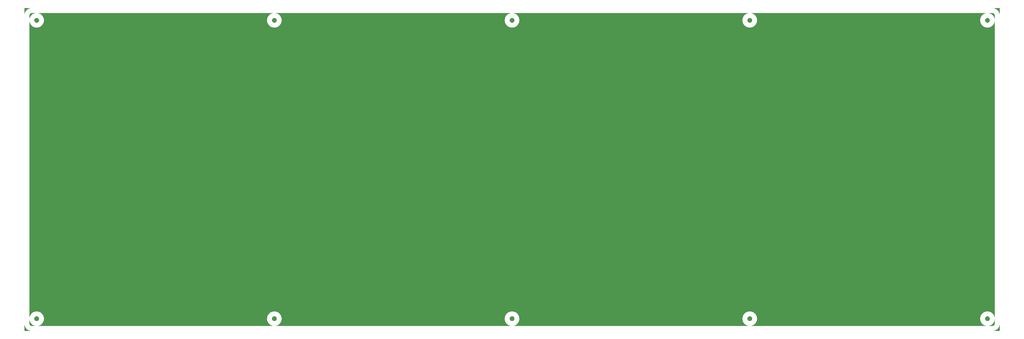
<source format=gbr>
G04 EAGLE Gerber RS-274X export*
G75*
%MOMM*%
%FSLAX34Y34*%
%LPD*%
%INBottom Copper*%
%IPPOS*%
%AMOC8*
5,1,8,0,0,1.08239X$1,22.5*%
G01*

G36*
X3868316Y-1211584D02*
X3868316Y-1211584D01*
X3870340Y-1211411D01*
X3870341Y-1211411D01*
X3872295Y-1210869D01*
X3872295Y-1210868D01*
X3874035Y-1209982D01*
X3874036Y-1209982D01*
X3875566Y-1208768D01*
X3876824Y-1207274D01*
X3876825Y-1207274D01*
X3877761Y-1205560D01*
X3877761Y-1205559D01*
X3878338Y-1203694D01*
X3878338Y-1203693D01*
X3878339Y-1203689D01*
X3878339Y-1203685D01*
X3878340Y-1203681D01*
X3878340Y-1203676D01*
X3878340Y-1203672D01*
X3878341Y-1203664D01*
X3878342Y-1203659D01*
X3878342Y-1203651D01*
X3878343Y-1203651D01*
X3878342Y-1203651D01*
X3878343Y-1203647D01*
X3878344Y-1203638D01*
X3878344Y-1203634D01*
X3878345Y-1203630D01*
X3878345Y-1203625D01*
X3878345Y-1203621D01*
X3878346Y-1203621D01*
X3878345Y-1203621D01*
X3878346Y-1203617D01*
X3878346Y-1203613D01*
X3878347Y-1203608D01*
X3878347Y-1203604D01*
X3878348Y-1203600D01*
X3878348Y-1203591D01*
X3878349Y-1203587D01*
X3878350Y-1203579D01*
X3878350Y-1203574D01*
X3878351Y-1203566D01*
X3878351Y-1203562D01*
X3878352Y-1203557D01*
X3878352Y-1203553D01*
X3878353Y-1203549D01*
X3878353Y-1203545D01*
X3878354Y-1203540D01*
X3878354Y-1203532D01*
X3878355Y-1203528D01*
X3878356Y-1203519D01*
X3878356Y-1203515D01*
X3878357Y-1203506D01*
X3878357Y-1203502D01*
X3878358Y-1203498D01*
X3878358Y-1203494D01*
X3878359Y-1203489D01*
X3878359Y-1203485D01*
X3878360Y-1203481D01*
X3878360Y-1203477D01*
X3878360Y-1203472D01*
X3878361Y-1203468D01*
X3878362Y-1203460D01*
X3878362Y-1203455D01*
X3878363Y-1203447D01*
X3878363Y-1203443D01*
X3878364Y-1203434D01*
X3878365Y-1203430D01*
X3878365Y-1203426D01*
X3878366Y-1203421D01*
X3878366Y-1203417D01*
X3878366Y-1203413D01*
X3878367Y-1203409D01*
X3878367Y-1203404D01*
X3878368Y-1203400D01*
X3878368Y-1203396D01*
X3878369Y-1203387D01*
X3878369Y-1203383D01*
X3878370Y-1203375D01*
X3878371Y-1203370D01*
X3878371Y-1203362D01*
X3878372Y-1203362D01*
X3878371Y-1203362D01*
X3878372Y-1203358D01*
X3878372Y-1203353D01*
X3878373Y-1203349D01*
X3878373Y-1203345D01*
X3878374Y-1203341D01*
X3878374Y-1203336D01*
X3878375Y-1203328D01*
X3878375Y-1203324D01*
X3878376Y-1203315D01*
X3878377Y-1203311D01*
X3878377Y-1203302D01*
X3878378Y-1203298D01*
X3878378Y-1203294D01*
X3878379Y-1203290D01*
X3878379Y-1203285D01*
X3878380Y-1203281D01*
X3878380Y-1203277D01*
X3878380Y-1203273D01*
X3878381Y-1203268D01*
X3878381Y-1203264D01*
X3878382Y-1203256D01*
X3878383Y-1203251D01*
X3878383Y-1203243D01*
X3878384Y-1203239D01*
X3878385Y-1203230D01*
X3878385Y-1203226D01*
X3878386Y-1203222D01*
X3878386Y-1203217D01*
X3878386Y-1203213D01*
X3878387Y-1203209D01*
X3878387Y-1203205D01*
X3878388Y-1203196D01*
X3878389Y-1203192D01*
X3878389Y-1203183D01*
X3878390Y-1203179D01*
X3878391Y-1203171D01*
X3878391Y-1203166D01*
X3878392Y-1203162D01*
X3878392Y-1203158D01*
X3878392Y-1203154D01*
X3878393Y-1203149D01*
X3878393Y-1203145D01*
X3878394Y-1203141D01*
X3878394Y-1203137D01*
X3878395Y-1203132D01*
X3878395Y-1203124D01*
X3878396Y-1203120D01*
X3878397Y-1203111D01*
X3878397Y-1203107D01*
X3878398Y-1203098D01*
X3878398Y-1203094D01*
X3878399Y-1203090D01*
X3878399Y-1203086D01*
X3878400Y-1203081D01*
X3878400Y-1203077D01*
X3878400Y-1203073D01*
X3878401Y-1203073D01*
X3878400Y-1203073D01*
X3878401Y-1203069D01*
X3878401Y-1203064D01*
X3878402Y-1203060D01*
X3878403Y-1203052D01*
X3878403Y-1203047D01*
X3878404Y-1203039D01*
X3878404Y-1203035D01*
X3878405Y-1203026D01*
X3878406Y-1203022D01*
X3878406Y-1203018D01*
X3878406Y-1203013D01*
X3878407Y-1203009D01*
X3878407Y-1203005D01*
X3878408Y-1203001D01*
X3878409Y-1202992D01*
X3878409Y-1202988D01*
X3878410Y-1202979D01*
X3878410Y-1202975D01*
X3878411Y-1202967D01*
X3878412Y-1202962D01*
X3878412Y-1202958D01*
X3878412Y-1202954D01*
X3878413Y-1202950D01*
X3878413Y-1202945D01*
X3878414Y-1202941D01*
X3878414Y-1202937D01*
X3878415Y-1202933D01*
X3878415Y-1202928D01*
X3878416Y-1202920D01*
X3878416Y-1202916D01*
X3878417Y-1202907D01*
X3878418Y-1202903D01*
X3878418Y-1202894D01*
X3878419Y-1202890D01*
X3878419Y-1202886D01*
X3878420Y-1202882D01*
X3878420Y-1202877D01*
X3878421Y-1202873D01*
X3878421Y-1202869D01*
X3878422Y-1202860D01*
X3878422Y-1202856D01*
X3878423Y-1202848D01*
X3878424Y-1202843D01*
X3878424Y-1202835D01*
X3878425Y-1202831D01*
X3878425Y-1202826D01*
X3878426Y-1202822D01*
X3878426Y-1202818D01*
X3878426Y-1202814D01*
X3878427Y-1202814D01*
X3878426Y-1202814D01*
X3878427Y-1202809D01*
X3878427Y-1202805D01*
X3878428Y-1202801D01*
X3878428Y-1202797D01*
X3878429Y-1202788D01*
X3878429Y-1202784D01*
X3878430Y-1202784D01*
X3878429Y-1202784D01*
X3878430Y-1202775D01*
X3878431Y-1202771D01*
X3878432Y-1202763D01*
X3878432Y-1202758D01*
X3878432Y-1202754D01*
X3878433Y-1202750D01*
X3878433Y-1202746D01*
X3878434Y-1202741D01*
X3878434Y-1202737D01*
X3878435Y-1202733D01*
X3878435Y-1202729D01*
X3878435Y-1202724D01*
X3878436Y-1202716D01*
X3878437Y-1202712D01*
X3878438Y-1202703D01*
X3878438Y-1202699D01*
X3878439Y-1202690D01*
X3878439Y-1202686D01*
X3878440Y-1202682D01*
X3878440Y-1202678D01*
X3878441Y-1202673D01*
X3878441Y-1202669D01*
X3878441Y-1202665D01*
X3878442Y-1202656D01*
X3878443Y-1202652D01*
X3878444Y-1202644D01*
X3878444Y-1202639D01*
X3878445Y-1202631D01*
X3878445Y-1202627D01*
X3878446Y-1202622D01*
X3878446Y-1202618D01*
X3878447Y-1202614D01*
X3878447Y-1202610D01*
X3878447Y-1202605D01*
X3878448Y-1202601D01*
X3878448Y-1202597D01*
X3878449Y-1202593D01*
X3878450Y-1202584D01*
X3878450Y-1202580D01*
X3878451Y-1202571D01*
X3878451Y-1202567D01*
X3878452Y-1202559D01*
X3878453Y-1202554D01*
X3878453Y-1202550D01*
X3878453Y-1202546D01*
X3878454Y-1202542D01*
X3878454Y-1202537D01*
X3878455Y-1202533D01*
X3878455Y-1202525D01*
X3878456Y-1202525D01*
X3878455Y-1202525D01*
X3878456Y-1202520D01*
X3878457Y-1202512D01*
X3878457Y-1202508D01*
X3878458Y-1202499D01*
X3878458Y-1202495D01*
X3878459Y-1202495D01*
X3878458Y-1202495D01*
X3878459Y-1202486D01*
X3878460Y-1202482D01*
X3878460Y-1202478D01*
X3878461Y-1202474D01*
X3878461Y-1202469D01*
X3878461Y-1202465D01*
X3878462Y-1202461D01*
X3878463Y-1202452D01*
X3878463Y-1202448D01*
X3878464Y-1202440D01*
X3878464Y-1202435D01*
X3878465Y-1202427D01*
X3878466Y-1202423D01*
X3878466Y-1202418D01*
X3878467Y-1202414D01*
X3878467Y-1202410D01*
X3878467Y-1202406D01*
X3878468Y-1202401D01*
X3878468Y-1202397D01*
X3878469Y-1202393D01*
X3878469Y-1202389D01*
X3878470Y-1202380D01*
X3878470Y-1202376D01*
X3878471Y-1202367D01*
X3878472Y-1202363D01*
X3878473Y-1202355D01*
X3878473Y-1202350D01*
X3878473Y-1202346D01*
X3878474Y-1202342D01*
X3878474Y-1202338D01*
X3878475Y-1202333D01*
X3878475Y-1202329D01*
X3878476Y-1202321D01*
X3878476Y-1202316D01*
X3878477Y-1202308D01*
X3878478Y-1202304D01*
X3878479Y-1202295D01*
X3878479Y-1202291D01*
X3878479Y-1202287D01*
X3878480Y-1202282D01*
X3878480Y-1202278D01*
X3878481Y-1202274D01*
X3878481Y-1202270D01*
X3878482Y-1202265D01*
X3878482Y-1202261D01*
X3878482Y-1202257D01*
X3878483Y-1202248D01*
X3878484Y-1202244D01*
X3878484Y-1202236D01*
X3878485Y-1202236D01*
X3878484Y-1202236D01*
X3878485Y-1202231D01*
X3878486Y-1202223D01*
X3878486Y-1202219D01*
X3878487Y-1202214D01*
X3878487Y-1202210D01*
X3878487Y-1202206D01*
X3878488Y-1202206D01*
X3878487Y-1202206D01*
X3878488Y-1202202D01*
X3878488Y-1202197D01*
X3878489Y-1202189D01*
X3878490Y-1202185D01*
X3878490Y-1202176D01*
X3878491Y-1202172D01*
X3878492Y-1202163D01*
X3878492Y-1202159D01*
X3878493Y-1202151D01*
X3878493Y-1202146D01*
X3878494Y-1202142D01*
X3878494Y-1202138D01*
X3878495Y-1202134D01*
X3878495Y-1202129D01*
X3878496Y-1202125D01*
X3878496Y-1202117D01*
X3878497Y-1202112D01*
X3878498Y-1202104D01*
X3878498Y-1202100D01*
X3878499Y-1202091D01*
X3878499Y-1202087D01*
X3878500Y-1202083D01*
X3878500Y-1202078D01*
X3878501Y-1202074D01*
X3878501Y-1202070D01*
X3878502Y-1202066D01*
X3878502Y-1202061D01*
X3878502Y-1202057D01*
X3878503Y-1202053D01*
X3878504Y-1202044D01*
X3878504Y-1202040D01*
X3878505Y-1202032D01*
X3878505Y-1202027D01*
X3878506Y-1202019D01*
X3878507Y-1202015D01*
X3878507Y-1202010D01*
X3878508Y-1202006D01*
X3878508Y-1202002D01*
X3878508Y-1201998D01*
X3878509Y-1201993D01*
X3878510Y-1201985D01*
X3878510Y-1201981D01*
X3878511Y-1201972D01*
X3878511Y-1201968D01*
X3878512Y-1201959D01*
X3878513Y-1201955D01*
X3878513Y-1201951D01*
X3878513Y-1201947D01*
X3878514Y-1201947D01*
X3878513Y-1201947D01*
X3878514Y-1201942D01*
X3878514Y-1201938D01*
X3878515Y-1201934D01*
X3878515Y-1201930D01*
X3878516Y-1201925D01*
X3878516Y-1201921D01*
X3878517Y-1201913D01*
X3878517Y-1201908D01*
X3878518Y-1201900D01*
X3878519Y-1201896D01*
X3878519Y-1201887D01*
X3878520Y-1201883D01*
X3878520Y-1201879D01*
X3878521Y-1201874D01*
X3878521Y-1201870D01*
X3878522Y-1201866D01*
X3878522Y-1201862D01*
X3878523Y-1201853D01*
X3878523Y-1201849D01*
X3878524Y-1201840D01*
X3878525Y-1201836D01*
X3878525Y-1201828D01*
X3878526Y-1201823D01*
X3878527Y-1201815D01*
X3878527Y-1201811D01*
X3878528Y-1201806D01*
X3878528Y-1201802D01*
X3878528Y-1201798D01*
X3878529Y-1201794D01*
X3878529Y-1201789D01*
X3878530Y-1201781D01*
X3878531Y-1201777D01*
X3878531Y-1201768D01*
X3878532Y-1201764D01*
X3878533Y-1201755D01*
X3878533Y-1201751D01*
X3878534Y-1201747D01*
X3878534Y-1201743D01*
X3878534Y-1201738D01*
X3878535Y-1201734D01*
X3878535Y-1201730D01*
X3878536Y-1201726D01*
X3878536Y-1201721D01*
X3878537Y-1201717D01*
X3878537Y-1201709D01*
X3878538Y-1201704D01*
X3878539Y-1201696D01*
X3878539Y-1201692D01*
X3878540Y-1201683D01*
X3878540Y-1201679D01*
X3878541Y-1201675D01*
X3878541Y-1201670D01*
X3878542Y-1201666D01*
X3878542Y-1201662D01*
X3878542Y-1201658D01*
X3878543Y-1201658D01*
X3878542Y-1201658D01*
X3878543Y-1201649D01*
X3878544Y-1201645D01*
X3878545Y-1201636D01*
X3878545Y-1201632D01*
X3878546Y-1201624D01*
X3878546Y-1201619D01*
X3878547Y-1201615D01*
X3878547Y-1201611D01*
X3878548Y-1201607D01*
X3878548Y-1201602D01*
X3878548Y-1201598D01*
X3878549Y-1201594D01*
X3878549Y-1201590D01*
X3878550Y-1201585D01*
X3878551Y-1201577D01*
X3878551Y-1201573D01*
X3878552Y-1201564D01*
X3878552Y-1201560D01*
X3878553Y-1201551D01*
X3878554Y-1201547D01*
X3878554Y-1201543D01*
X3878554Y-1201539D01*
X3878555Y-1201534D01*
X3878555Y-1201530D01*
X3878556Y-1201526D01*
X3878557Y-1201517D01*
X3878557Y-1201513D01*
X3878558Y-1201505D01*
X3878558Y-1201500D01*
X3878559Y-1201492D01*
X3878560Y-1201488D01*
X3878560Y-1201479D01*
X3878561Y-1201475D01*
X3878561Y-1201471D01*
X3878562Y-1201466D01*
X3878562Y-1201462D01*
X3878563Y-1201458D01*
X3878563Y-1201454D01*
X3878564Y-1201445D01*
X3878564Y-1201441D01*
X3878565Y-1201432D01*
X3878566Y-1201428D01*
X3878566Y-1201420D01*
X3878567Y-1201415D01*
X3878567Y-1201411D01*
X3878568Y-1201407D01*
X3878568Y-1201403D01*
X3878568Y-1201398D01*
X3878569Y-1201398D01*
X3878568Y-1201398D01*
X3878569Y-1201394D01*
X3878569Y-1201390D01*
X3878570Y-1201386D01*
X3878570Y-1201381D01*
X3878571Y-1201373D01*
X3878571Y-1201369D01*
X3878572Y-1201369D01*
X3878571Y-1201369D01*
X3878572Y-1201360D01*
X3878573Y-1201356D01*
X3878574Y-1201347D01*
X3878574Y-1201343D01*
X3878574Y-1201339D01*
X3878575Y-1201335D01*
X3878575Y-1201330D01*
X3878576Y-1201326D01*
X3878576Y-1201322D01*
X3878577Y-1201313D01*
X3878577Y-1201309D01*
X3878578Y-1201301D01*
X3878579Y-1201296D01*
X3878580Y-1201288D01*
X3878580Y-1201284D01*
X3878580Y-1201279D01*
X3878581Y-1201275D01*
X3878581Y-1201271D01*
X3878582Y-1201267D01*
X3878582Y-1201262D01*
X3878583Y-1201258D01*
X3878583Y-1201254D01*
X3878583Y-1201250D01*
X3878584Y-1201241D01*
X3878584Y-1183678D01*
X3878583Y-1183676D01*
X3878581Y-1183674D01*
X3878578Y-1183676D01*
X3878576Y-1183677D01*
X3878548Y-1183836D01*
X3878547Y-1183840D01*
X3878547Y-1183841D01*
X3878546Y-1183845D01*
X3878546Y-1183849D01*
X3878545Y-1183853D01*
X3878544Y-1183857D01*
X3878544Y-1183858D01*
X3878543Y-1183862D01*
X3878543Y-1183866D01*
X3878542Y-1183870D01*
X3878541Y-1183874D01*
X3878541Y-1183875D01*
X3878540Y-1183879D01*
X3878540Y-1183883D01*
X3878539Y-1183887D01*
X3878510Y-1184049D01*
X3878510Y-1184053D01*
X3878509Y-1184057D01*
X3878508Y-1184061D01*
X3878508Y-1184062D01*
X3878507Y-1184066D01*
X3878507Y-1184070D01*
X3878506Y-1184074D01*
X3878505Y-1184078D01*
X3878505Y-1184079D01*
X3878504Y-1184083D01*
X3878504Y-1184087D01*
X3878503Y-1184091D01*
X3878502Y-1184095D01*
X3878502Y-1184096D01*
X3878501Y-1184100D01*
X3878473Y-1184261D01*
X3878472Y-1184265D01*
X3878471Y-1184270D01*
X3878471Y-1184274D01*
X3878470Y-1184278D01*
X3878469Y-1184282D01*
X3878469Y-1184283D01*
X3878468Y-1184287D01*
X3878468Y-1184291D01*
X3878467Y-1184295D01*
X3878466Y-1184299D01*
X3878466Y-1184300D01*
X3878465Y-1184304D01*
X3878465Y-1184308D01*
X3878464Y-1184312D01*
X3878435Y-1184474D01*
X3878435Y-1184478D01*
X3878434Y-1184482D01*
X3878433Y-1184486D01*
X3878433Y-1184487D01*
X3878432Y-1184491D01*
X3878432Y-1184495D01*
X3878431Y-1184499D01*
X3878430Y-1184503D01*
X3878430Y-1184504D01*
X3878429Y-1184508D01*
X3878429Y-1184512D01*
X3878428Y-1184516D01*
X3878427Y-1184520D01*
X3878427Y-1184521D01*
X3878426Y-1184525D01*
X3878426Y-1184529D01*
X3878398Y-1184686D01*
X3878397Y-1184690D01*
X3878396Y-1184695D01*
X3878396Y-1184699D01*
X3878395Y-1184703D01*
X3878394Y-1184707D01*
X3878394Y-1184708D01*
X3878393Y-1184712D01*
X3878393Y-1184716D01*
X3878392Y-1184720D01*
X3878391Y-1184724D01*
X3878391Y-1184725D01*
X3878390Y-1184729D01*
X3878390Y-1184733D01*
X3878389Y-1184737D01*
X3878388Y-1184741D01*
X3878388Y-1184742D01*
X3878360Y-1184899D01*
X3878360Y-1184903D01*
X3878359Y-1184907D01*
X3878358Y-1184911D01*
X3878358Y-1184912D01*
X3878357Y-1184916D01*
X3878357Y-1184920D01*
X3878356Y-1184924D01*
X3878355Y-1184928D01*
X3878355Y-1184929D01*
X3878354Y-1184933D01*
X3878354Y-1184937D01*
X3878353Y-1184941D01*
X3878352Y-1184945D01*
X3878352Y-1184946D01*
X3878351Y-1184950D01*
X3878351Y-1184954D01*
X3878323Y-1185111D01*
X3878322Y-1185115D01*
X3878321Y-1185120D01*
X3878321Y-1185124D01*
X3878320Y-1185128D01*
X3878319Y-1185132D01*
X3878319Y-1185133D01*
X3878318Y-1185137D01*
X3878318Y-1185141D01*
X3878317Y-1185145D01*
X3878316Y-1185149D01*
X3878316Y-1185150D01*
X3878315Y-1185154D01*
X3878315Y-1185158D01*
X3878314Y-1185162D01*
X3878313Y-1185166D01*
X3878313Y-1185167D01*
X3878285Y-1185328D01*
X3878284Y-1185332D01*
X3878283Y-1185336D01*
X3878283Y-1185337D01*
X3878283Y-1185341D01*
X3878282Y-1185341D01*
X3878282Y-1185345D01*
X3878281Y-1185349D01*
X3878280Y-1185353D01*
X3878280Y-1185354D01*
X3878280Y-1185358D01*
X3878279Y-1185358D01*
X3878280Y-1185358D01*
X3878279Y-1185362D01*
X3878278Y-1185366D01*
X3878277Y-1185370D01*
X3878277Y-1185371D01*
X3878277Y-1185375D01*
X3878276Y-1185375D01*
X3878277Y-1185375D01*
X3878276Y-1185379D01*
X3878247Y-1185540D01*
X3878247Y-1185545D01*
X3878246Y-1185549D01*
X3878245Y-1185553D01*
X3878244Y-1185557D01*
X3878244Y-1185558D01*
X3878244Y-1185562D01*
X3878243Y-1185566D01*
X3878242Y-1185570D01*
X3878241Y-1185574D01*
X3878241Y-1185575D01*
X3878241Y-1185579D01*
X3878240Y-1185583D01*
X3878239Y-1185587D01*
X3878238Y-1185591D01*
X3878238Y-1185592D01*
X3878210Y-1185753D01*
X3878209Y-1185757D01*
X3878208Y-1185761D01*
X3878208Y-1185762D01*
X3878208Y-1185766D01*
X3878207Y-1185770D01*
X3878206Y-1185774D01*
X3878205Y-1185778D01*
X3878205Y-1185779D01*
X3878205Y-1185783D01*
X3878204Y-1185787D01*
X3878203Y-1185791D01*
X3878202Y-1185795D01*
X3878202Y-1185796D01*
X3878202Y-1185800D01*
X3878201Y-1185804D01*
X3878172Y-1185965D01*
X3878172Y-1185970D01*
X3878171Y-1185974D01*
X3878170Y-1185978D01*
X3878169Y-1185982D01*
X3878169Y-1185983D01*
X3878169Y-1185987D01*
X3878168Y-1185991D01*
X3878167Y-1185995D01*
X3878166Y-1185999D01*
X3878166Y-1186000D01*
X3878166Y-1186004D01*
X3878165Y-1186008D01*
X3878164Y-1186012D01*
X3878163Y-1186016D01*
X3878163Y-1186017D01*
X3878135Y-1186178D01*
X3878134Y-1186182D01*
X3878133Y-1186186D01*
X3878133Y-1186187D01*
X3878133Y-1186191D01*
X3878132Y-1186195D01*
X3878131Y-1186199D01*
X3878130Y-1186203D01*
X3878130Y-1186204D01*
X3878130Y-1186208D01*
X3878129Y-1186212D01*
X3878128Y-1186216D01*
X3878127Y-1186220D01*
X3878127Y-1186221D01*
X3878127Y-1186225D01*
X3878126Y-1186229D01*
X3878097Y-1186390D01*
X3878097Y-1186395D01*
X3878096Y-1186399D01*
X3878095Y-1186403D01*
X3878094Y-1186407D01*
X3878094Y-1186408D01*
X3878094Y-1186412D01*
X3878093Y-1186416D01*
X3878092Y-1186420D01*
X3878091Y-1186424D01*
X3878091Y-1186425D01*
X3878091Y-1186429D01*
X3878090Y-1186433D01*
X3878089Y-1186437D01*
X3878088Y-1186441D01*
X3878088Y-1186442D01*
X3878060Y-1186603D01*
X3878059Y-1186607D01*
X3878058Y-1186611D01*
X3878058Y-1186612D01*
X3878058Y-1186616D01*
X3878057Y-1186620D01*
X3878056Y-1186624D01*
X3878055Y-1186628D01*
X3878055Y-1186629D01*
X3878055Y-1186633D01*
X3878054Y-1186637D01*
X3878053Y-1186641D01*
X3878052Y-1186645D01*
X3878052Y-1186646D01*
X3878052Y-1186650D01*
X3878051Y-1186654D01*
X3878022Y-1186815D01*
X3878022Y-1186820D01*
X3878021Y-1186824D01*
X3878020Y-1186828D01*
X3878019Y-1186832D01*
X3878019Y-1186833D01*
X3878019Y-1186837D01*
X3878018Y-1186841D01*
X3878017Y-1186845D01*
X3878016Y-1186849D01*
X3878016Y-1186850D01*
X3878016Y-1186854D01*
X3878015Y-1186858D01*
X3878014Y-1186862D01*
X3878013Y-1186866D01*
X3878013Y-1186867D01*
X3878013Y-1186871D01*
X3877985Y-1187028D01*
X3877984Y-1187032D01*
X3877984Y-1187036D01*
X3877983Y-1187036D01*
X3877983Y-1187037D01*
X3877983Y-1187041D01*
X3877982Y-1187045D01*
X3877981Y-1187049D01*
X3877981Y-1187053D01*
X3877980Y-1187053D01*
X3877981Y-1187054D01*
X3877980Y-1187058D01*
X3877979Y-1187062D01*
X3877978Y-1187066D01*
X3877978Y-1187070D01*
X3877977Y-1187070D01*
X3877978Y-1187071D01*
X3877977Y-1187075D01*
X3877976Y-1187079D01*
X3877975Y-1187083D01*
X3877948Y-1187240D01*
X3877947Y-1187245D01*
X3877946Y-1187249D01*
X3877945Y-1187253D01*
X3877945Y-1187257D01*
X3877945Y-1187258D01*
X3877944Y-1187262D01*
X3877943Y-1187266D01*
X3877942Y-1187270D01*
X3877942Y-1187274D01*
X3877942Y-1187275D01*
X3877941Y-1187279D01*
X3877940Y-1187283D01*
X3877939Y-1187287D01*
X3877939Y-1187291D01*
X3877939Y-1187292D01*
X3877938Y-1187296D01*
X3877909Y-1187457D01*
X3877909Y-1187461D01*
X3877909Y-1187462D01*
X3877908Y-1187466D01*
X3877907Y-1187470D01*
X3877906Y-1187474D01*
X3877906Y-1187478D01*
X3877906Y-1187479D01*
X3877905Y-1187483D01*
X3877904Y-1187487D01*
X3877903Y-1187491D01*
X3877903Y-1187495D01*
X3877903Y-1187496D01*
X3877902Y-1187500D01*
X3877901Y-1187504D01*
X3877900Y-1187508D01*
X3877872Y-1187670D01*
X3877871Y-1187674D01*
X3877870Y-1187678D01*
X3877870Y-1187682D01*
X3877870Y-1187683D01*
X3877869Y-1187687D01*
X3877868Y-1187691D01*
X3877867Y-1187695D01*
X3877867Y-1187699D01*
X3877867Y-1187700D01*
X3877866Y-1187704D01*
X3877865Y-1187708D01*
X3877864Y-1187712D01*
X3877864Y-1187716D01*
X3877864Y-1187717D01*
X3877863Y-1187721D01*
X3877834Y-1187882D01*
X3877834Y-1187886D01*
X3877834Y-1187887D01*
X3877833Y-1187891D01*
X3877832Y-1187895D01*
X3877831Y-1187899D01*
X3877831Y-1187903D01*
X3877831Y-1187904D01*
X3877830Y-1187908D01*
X3877829Y-1187912D01*
X3877828Y-1187916D01*
X3877828Y-1187920D01*
X3877828Y-1187921D01*
X3877827Y-1187925D01*
X3877826Y-1187929D01*
X3877825Y-1187933D01*
X3877797Y-1188095D01*
X3877796Y-1188099D01*
X3877795Y-1188103D01*
X3877795Y-1188107D01*
X3877795Y-1188108D01*
X3877794Y-1188112D01*
X3877793Y-1188116D01*
X3877792Y-1188120D01*
X3877792Y-1188124D01*
X3877792Y-1188125D01*
X3877791Y-1188129D01*
X3877790Y-1188133D01*
X3877789Y-1188137D01*
X3877789Y-1188141D01*
X3877789Y-1188142D01*
X3877788Y-1188146D01*
X3877759Y-1188307D01*
X3877759Y-1188311D01*
X3877759Y-1188312D01*
X3877758Y-1188316D01*
X3877757Y-1188320D01*
X3877756Y-1188324D01*
X3877756Y-1188328D01*
X3877756Y-1188329D01*
X3877755Y-1188333D01*
X3877754Y-1188337D01*
X3877753Y-1188341D01*
X3877753Y-1188345D01*
X3877753Y-1188346D01*
X3877752Y-1188350D01*
X3877751Y-1188354D01*
X3877750Y-1188358D01*
X3877722Y-1188520D01*
X3877721Y-1188524D01*
X3877720Y-1188528D01*
X3877720Y-1188532D01*
X3877720Y-1188533D01*
X3877719Y-1188537D01*
X3877718Y-1188541D01*
X3877717Y-1188545D01*
X3877717Y-1188549D01*
X3877717Y-1188550D01*
X3877716Y-1188554D01*
X3877715Y-1188558D01*
X3877714Y-1188562D01*
X3877714Y-1188566D01*
X3877714Y-1188567D01*
X3877713Y-1188571D01*
X3877685Y-1188732D01*
X3877684Y-1188732D01*
X3877684Y-1188736D01*
X3877683Y-1188741D01*
X3877682Y-1188745D01*
X3877682Y-1188749D01*
X3877681Y-1188749D01*
X3877681Y-1188753D01*
X3877681Y-1188754D01*
X3877680Y-1188758D01*
X3877679Y-1188762D01*
X3877679Y-1188766D01*
X3877678Y-1188766D01*
X3877679Y-1188766D01*
X3877678Y-1188770D01*
X3877678Y-1188771D01*
X3877677Y-1188775D01*
X3877676Y-1188779D01*
X3877676Y-1188783D01*
X3877675Y-1188783D01*
X3877676Y-1188783D01*
X3877647Y-1188945D01*
X3877646Y-1188949D01*
X3877646Y-1188953D01*
X3877645Y-1188957D01*
X3877645Y-1188958D01*
X3877644Y-1188962D01*
X3877643Y-1188966D01*
X3877643Y-1188970D01*
X3877642Y-1188974D01*
X3877642Y-1188975D01*
X3877641Y-1188979D01*
X3877640Y-1188983D01*
X3877640Y-1188987D01*
X3877639Y-1188991D01*
X3877639Y-1188992D01*
X3877638Y-1188996D01*
X3877610Y-1189157D01*
X3877609Y-1189161D01*
X3877608Y-1189166D01*
X3877607Y-1189170D01*
X3877607Y-1189174D01*
X3877606Y-1189178D01*
X3877606Y-1189179D01*
X3877605Y-1189183D01*
X3877604Y-1189187D01*
X3877604Y-1189191D01*
X3877603Y-1189195D01*
X3877603Y-1189196D01*
X3877602Y-1189200D01*
X3877601Y-1189204D01*
X3877601Y-1189208D01*
X3877600Y-1189212D01*
X3877600Y-1189213D01*
X3877572Y-1189370D01*
X3877571Y-1189374D01*
X3877571Y-1189378D01*
X3877570Y-1189382D01*
X3877570Y-1189383D01*
X3877569Y-1189387D01*
X3877568Y-1189391D01*
X3877568Y-1189395D01*
X3877567Y-1189399D01*
X3877567Y-1189400D01*
X3877566Y-1189404D01*
X3877565Y-1189408D01*
X3877565Y-1189412D01*
X3877564Y-1189416D01*
X3877564Y-1189417D01*
X3877563Y-1189421D01*
X3877562Y-1189425D01*
X3877535Y-1189582D01*
X3877534Y-1189586D01*
X3877533Y-1189591D01*
X3877532Y-1189595D01*
X3877532Y-1189599D01*
X3877531Y-1189603D01*
X3877531Y-1189604D01*
X3877530Y-1189608D01*
X3877529Y-1189612D01*
X3877529Y-1189616D01*
X3877528Y-1189620D01*
X3877528Y-1189621D01*
X3877527Y-1189625D01*
X3877526Y-1189629D01*
X3877526Y-1189633D01*
X3877525Y-1189637D01*
X3877525Y-1189638D01*
X3877496Y-1189799D01*
X3877496Y-1189803D01*
X3877495Y-1189807D01*
X3877495Y-1189808D01*
X3877494Y-1189812D01*
X3877493Y-1189816D01*
X3877493Y-1189820D01*
X3877492Y-1189824D01*
X3877492Y-1189825D01*
X3877491Y-1189829D01*
X3877490Y-1189833D01*
X3877490Y-1189837D01*
X3877489Y-1189841D01*
X3877489Y-1189842D01*
X3877488Y-1189846D01*
X3877487Y-1189850D01*
X3877459Y-1190011D01*
X3877458Y-1190016D01*
X3877457Y-1190020D01*
X3877457Y-1190024D01*
X3877456Y-1190028D01*
X3877456Y-1190029D01*
X3877455Y-1190033D01*
X3877454Y-1190037D01*
X3877454Y-1190041D01*
X3877453Y-1190045D01*
X3877453Y-1190046D01*
X3877452Y-1190050D01*
X3877451Y-1190054D01*
X3877451Y-1190058D01*
X3877450Y-1190062D01*
X3877450Y-1190063D01*
X3877421Y-1190224D01*
X3877421Y-1190228D01*
X3877420Y-1190232D01*
X3877420Y-1190233D01*
X3877419Y-1190237D01*
X3877418Y-1190241D01*
X3877418Y-1190245D01*
X3877417Y-1190249D01*
X3877417Y-1190250D01*
X3877416Y-1190254D01*
X3877415Y-1190258D01*
X3877415Y-1190262D01*
X3877414Y-1190266D01*
X3877414Y-1190267D01*
X3877413Y-1190271D01*
X3877412Y-1190275D01*
X3877384Y-1190436D01*
X3877383Y-1190441D01*
X3877383Y-1190445D01*
X3877382Y-1190445D01*
X3877382Y-1190449D01*
X3877381Y-1190453D01*
X3877381Y-1190454D01*
X3877380Y-1190458D01*
X3877380Y-1190462D01*
X3877379Y-1190462D01*
X3877380Y-1190462D01*
X3877379Y-1190466D01*
X3877378Y-1190470D01*
X3877378Y-1190471D01*
X3877377Y-1190475D01*
X3877377Y-1190479D01*
X3877376Y-1190479D01*
X3877377Y-1190479D01*
X3877376Y-1190483D01*
X3877375Y-1190487D01*
X3877375Y-1190488D01*
X3877347Y-1190649D01*
X3877346Y-1190653D01*
X3877345Y-1190657D01*
X3877345Y-1190658D01*
X3877344Y-1190662D01*
X3877344Y-1190666D01*
X3877343Y-1190670D01*
X3877342Y-1190674D01*
X3877342Y-1190675D01*
X3877341Y-1190679D01*
X3877341Y-1190683D01*
X3877340Y-1190687D01*
X3877339Y-1190691D01*
X3877339Y-1190692D01*
X3877338Y-1190696D01*
X3877338Y-1190700D01*
X3877309Y-1190861D01*
X3877308Y-1190866D01*
X3877308Y-1190870D01*
X3877307Y-1190874D01*
X3877306Y-1190878D01*
X3877306Y-1190879D01*
X3877305Y-1190883D01*
X3877305Y-1190887D01*
X3877304Y-1190891D01*
X3877303Y-1190895D01*
X3877303Y-1190896D01*
X3877302Y-1190900D01*
X3877302Y-1190904D01*
X3877301Y-1190908D01*
X3877300Y-1190912D01*
X3877300Y-1190913D01*
X3877272Y-1191074D01*
X3877271Y-1191078D01*
X3877270Y-1191082D01*
X3877270Y-1191083D01*
X3877269Y-1191087D01*
X3877269Y-1191091D01*
X3877268Y-1191095D01*
X3877267Y-1191099D01*
X3877267Y-1191100D01*
X3877266Y-1191104D01*
X3877266Y-1191108D01*
X3877265Y-1191112D01*
X3877264Y-1191116D01*
X3877264Y-1191117D01*
X3877263Y-1191121D01*
X3877263Y-1191125D01*
X3877234Y-1191286D01*
X3877233Y-1191291D01*
X3877233Y-1191295D01*
X3877232Y-1191299D01*
X3877231Y-1191303D01*
X3877231Y-1191304D01*
X3877230Y-1191308D01*
X3877230Y-1191312D01*
X3877229Y-1191316D01*
X3877228Y-1191320D01*
X3877228Y-1191321D01*
X3877227Y-1191325D01*
X3877227Y-1191329D01*
X3877226Y-1191333D01*
X3877225Y-1191337D01*
X3877225Y-1191338D01*
X3877224Y-1191342D01*
X3877197Y-1191499D01*
X3877196Y-1191503D01*
X3877195Y-1191507D01*
X3877195Y-1191508D01*
X3877194Y-1191512D01*
X3877194Y-1191516D01*
X3877193Y-1191520D01*
X3877192Y-1191524D01*
X3877192Y-1191525D01*
X3877191Y-1191529D01*
X3877191Y-1191533D01*
X3877190Y-1191537D01*
X3877189Y-1191541D01*
X3877189Y-1191542D01*
X3877188Y-1191546D01*
X3877188Y-1191550D01*
X3877187Y-1191554D01*
X3877159Y-1191711D01*
X3877158Y-1191716D01*
X3877158Y-1191720D01*
X3877157Y-1191724D01*
X3877156Y-1191728D01*
X3877156Y-1191729D01*
X3877155Y-1191733D01*
X3877155Y-1191737D01*
X3877154Y-1191741D01*
X3877153Y-1191745D01*
X3877153Y-1191746D01*
X3877152Y-1191750D01*
X3877152Y-1191754D01*
X3877151Y-1191758D01*
X3877150Y-1191762D01*
X3877150Y-1191763D01*
X3877149Y-1191767D01*
X3877122Y-1191924D01*
X3877121Y-1191928D01*
X3877120Y-1191932D01*
X3877120Y-1191933D01*
X3877119Y-1191937D01*
X3877119Y-1191941D01*
X3877118Y-1191945D01*
X3877117Y-1191949D01*
X3877117Y-1191950D01*
X3877116Y-1191954D01*
X3877116Y-1191958D01*
X3877115Y-1191962D01*
X3877114Y-1191966D01*
X3877114Y-1191967D01*
X3877113Y-1191971D01*
X3877113Y-1191975D01*
X3877112Y-1191979D01*
X3877096Y-1192067D01*
X3871858Y-1201140D01*
X3863833Y-1207874D01*
X3853988Y-1211457D01*
X3843512Y-1211457D01*
X3833667Y-1207874D01*
X3825642Y-1201140D01*
X3820404Y-1192067D01*
X3818584Y-1181750D01*
X3818606Y-1181627D01*
X3818607Y-1181623D01*
X3818607Y-1181619D01*
X3818608Y-1181615D01*
X3818609Y-1181610D01*
X3818610Y-1181606D01*
X3818610Y-1181602D01*
X3818611Y-1181598D01*
X3818612Y-1181593D01*
X3818613Y-1181589D01*
X3818613Y-1181585D01*
X3818614Y-1181581D01*
X3818615Y-1181576D01*
X3818616Y-1181572D01*
X3818644Y-1181411D01*
X3818645Y-1181406D01*
X3818646Y-1181402D01*
X3818646Y-1181398D01*
X3818647Y-1181394D01*
X3818648Y-1181389D01*
X3818649Y-1181385D01*
X3818649Y-1181381D01*
X3818650Y-1181377D01*
X3818651Y-1181372D01*
X3818652Y-1181368D01*
X3818652Y-1181364D01*
X3818653Y-1181360D01*
X3818654Y-1181355D01*
X3818682Y-1181194D01*
X3818683Y-1181190D01*
X3818684Y-1181185D01*
X3818685Y-1181181D01*
X3818685Y-1181177D01*
X3818686Y-1181173D01*
X3818687Y-1181168D01*
X3818688Y-1181164D01*
X3818688Y-1181160D01*
X3818689Y-1181156D01*
X3818690Y-1181151D01*
X3818691Y-1181147D01*
X3818691Y-1181143D01*
X3818692Y-1181139D01*
X3818721Y-1180973D01*
X3818722Y-1180969D01*
X3818723Y-1180964D01*
X3818724Y-1180960D01*
X3818724Y-1180956D01*
X3818725Y-1180952D01*
X3818726Y-1180947D01*
X3818727Y-1180943D01*
X3818727Y-1180939D01*
X3818728Y-1180935D01*
X3818729Y-1180930D01*
X3818730Y-1180926D01*
X3818730Y-1180922D01*
X3818760Y-1180756D01*
X3818760Y-1180752D01*
X3818761Y-1180748D01*
X3818762Y-1180743D01*
X3818763Y-1180739D01*
X3818763Y-1180735D01*
X3818764Y-1180731D01*
X3818765Y-1180726D01*
X3818766Y-1180722D01*
X3818766Y-1180718D01*
X3818767Y-1180714D01*
X3818768Y-1180709D01*
X3818769Y-1180705D01*
X3818769Y-1180701D01*
X3818798Y-1180539D01*
X3818799Y-1180535D01*
X3818799Y-1180531D01*
X3818800Y-1180527D01*
X3818801Y-1180522D01*
X3818802Y-1180518D01*
X3818802Y-1180514D01*
X3818803Y-1180510D01*
X3818804Y-1180505D01*
X3818805Y-1180501D01*
X3818805Y-1180497D01*
X3818806Y-1180493D01*
X3818807Y-1180488D01*
X3818808Y-1180484D01*
X3818836Y-1180323D01*
X3818837Y-1180318D01*
X3818838Y-1180314D01*
X3818838Y-1180310D01*
X3818839Y-1180306D01*
X3818840Y-1180301D01*
X3818841Y-1180297D01*
X3818841Y-1180293D01*
X3818842Y-1180289D01*
X3818843Y-1180284D01*
X3818844Y-1180280D01*
X3818844Y-1180276D01*
X3818845Y-1180272D01*
X3818846Y-1180267D01*
X3818875Y-1180102D01*
X3818876Y-1180097D01*
X3818876Y-1180093D01*
X3818877Y-1180093D01*
X3818877Y-1180089D01*
X3818878Y-1180085D01*
X3818879Y-1180080D01*
X3818879Y-1180076D01*
X3818880Y-1180076D01*
X3818879Y-1180076D01*
X3818880Y-1180072D01*
X3818881Y-1180068D01*
X3818882Y-1180063D01*
X3818882Y-1180059D01*
X3818883Y-1180059D01*
X3818882Y-1180059D01*
X3818883Y-1180055D01*
X3818884Y-1180051D01*
X3818913Y-1179885D01*
X3818914Y-1179881D01*
X3818915Y-1179876D01*
X3818915Y-1179872D01*
X3818916Y-1179868D01*
X3818917Y-1179864D01*
X3818918Y-1179859D01*
X3818918Y-1179855D01*
X3818919Y-1179851D01*
X3818920Y-1179847D01*
X3818921Y-1179842D01*
X3818921Y-1179838D01*
X3818922Y-1179834D01*
X3818951Y-1179668D01*
X3818952Y-1179664D01*
X3818953Y-1179660D01*
X3818954Y-1179655D01*
X3818954Y-1179651D01*
X3818955Y-1179647D01*
X3818956Y-1179643D01*
X3818957Y-1179638D01*
X3818957Y-1179634D01*
X3818958Y-1179630D01*
X3818959Y-1179626D01*
X3818960Y-1179621D01*
X3818960Y-1179617D01*
X3818961Y-1179613D01*
X3818990Y-1179451D01*
X3818990Y-1179447D01*
X3818991Y-1179443D01*
X3818992Y-1179439D01*
X3818993Y-1179434D01*
X3818993Y-1179430D01*
X3818994Y-1179426D01*
X3818995Y-1179422D01*
X3818996Y-1179417D01*
X3818996Y-1179413D01*
X3818997Y-1179409D01*
X3818998Y-1179405D01*
X3818999Y-1179400D01*
X3818999Y-1179396D01*
X3819028Y-1179235D01*
X3819029Y-1179230D01*
X3819029Y-1179226D01*
X3819030Y-1179222D01*
X3819031Y-1179218D01*
X3819032Y-1179213D01*
X3819032Y-1179209D01*
X3819033Y-1179205D01*
X3819034Y-1179201D01*
X3819035Y-1179196D01*
X3819035Y-1179192D01*
X3819036Y-1179188D01*
X3819037Y-1179184D01*
X3819038Y-1179179D01*
X3819067Y-1179014D01*
X3819068Y-1179009D01*
X3819068Y-1179005D01*
X3819069Y-1179001D01*
X3819070Y-1178997D01*
X3819071Y-1178992D01*
X3819071Y-1178988D01*
X3819072Y-1178984D01*
X3819073Y-1178980D01*
X3819074Y-1178975D01*
X3819074Y-1178971D01*
X3819075Y-1178967D01*
X3819076Y-1178963D01*
X3819105Y-1178797D01*
X3819106Y-1178793D01*
X3819107Y-1178788D01*
X3819107Y-1178784D01*
X3819108Y-1178780D01*
X3819109Y-1178776D01*
X3819110Y-1178771D01*
X3819110Y-1178767D01*
X3819111Y-1178763D01*
X3819112Y-1178759D01*
X3819113Y-1178754D01*
X3819113Y-1178750D01*
X3819114Y-1178746D01*
X3819143Y-1178580D01*
X3819144Y-1178576D01*
X3819145Y-1178572D01*
X3819146Y-1178567D01*
X3819146Y-1178563D01*
X3819147Y-1178559D01*
X3819148Y-1178555D01*
X3819149Y-1178550D01*
X3819149Y-1178546D01*
X3819150Y-1178542D01*
X3819151Y-1178538D01*
X3819152Y-1178533D01*
X3819152Y-1178529D01*
X3819153Y-1178525D01*
X3819181Y-1178363D01*
X3819182Y-1178363D01*
X3819182Y-1178359D01*
X3819183Y-1178355D01*
X3819184Y-1178351D01*
X3819184Y-1178346D01*
X3819185Y-1178346D01*
X3819185Y-1178342D01*
X3819186Y-1178338D01*
X3819187Y-1178334D01*
X3819187Y-1178329D01*
X3819188Y-1178329D01*
X3819187Y-1178329D01*
X3819188Y-1178325D01*
X3819189Y-1178321D01*
X3819190Y-1178317D01*
X3819190Y-1178312D01*
X3819191Y-1178312D01*
X3819190Y-1178312D01*
X3819191Y-1178308D01*
X3819220Y-1178147D01*
X3819220Y-1178142D01*
X3819221Y-1178138D01*
X3819222Y-1178134D01*
X3819223Y-1178130D01*
X3819223Y-1178125D01*
X3819224Y-1178121D01*
X3819225Y-1178117D01*
X3819226Y-1178113D01*
X3819226Y-1178108D01*
X3819227Y-1178104D01*
X3819228Y-1178100D01*
X3819229Y-1178096D01*
X3819229Y-1178091D01*
X3819259Y-1177926D01*
X3819259Y-1177921D01*
X3819260Y-1177917D01*
X3819261Y-1177913D01*
X3819262Y-1177909D01*
X3819262Y-1177904D01*
X3819263Y-1177900D01*
X3819264Y-1177896D01*
X3819265Y-1177892D01*
X3819265Y-1177887D01*
X3819266Y-1177883D01*
X3819267Y-1177879D01*
X3819268Y-1177875D01*
X3819297Y-1177709D01*
X3819298Y-1177705D01*
X3819298Y-1177700D01*
X3819299Y-1177696D01*
X3819300Y-1177692D01*
X3819301Y-1177688D01*
X3819301Y-1177683D01*
X3819302Y-1177679D01*
X3819303Y-1177675D01*
X3819304Y-1177671D01*
X3819304Y-1177666D01*
X3819305Y-1177662D01*
X3819306Y-1177658D01*
X3819335Y-1177492D01*
X3819336Y-1177488D01*
X3819337Y-1177484D01*
X3819337Y-1177479D01*
X3819338Y-1177475D01*
X3819339Y-1177471D01*
X3819340Y-1177467D01*
X3819340Y-1177462D01*
X3819341Y-1177458D01*
X3819342Y-1177454D01*
X3819343Y-1177450D01*
X3819343Y-1177445D01*
X3819344Y-1177441D01*
X3819345Y-1177437D01*
X3819373Y-1177275D01*
X3819374Y-1177271D01*
X3819375Y-1177267D01*
X3819376Y-1177263D01*
X3819376Y-1177258D01*
X3819377Y-1177254D01*
X3819378Y-1177250D01*
X3819379Y-1177246D01*
X3819379Y-1177241D01*
X3819380Y-1177237D01*
X3819381Y-1177233D01*
X3819382Y-1177229D01*
X3819382Y-1177224D01*
X3819383Y-1177220D01*
X3819412Y-1177059D01*
X3819412Y-1177054D01*
X3819413Y-1177050D01*
X3819414Y-1177046D01*
X3819415Y-1177042D01*
X3819415Y-1177037D01*
X3819416Y-1177033D01*
X3819417Y-1177029D01*
X3819418Y-1177025D01*
X3819418Y-1177020D01*
X3819419Y-1177016D01*
X3819420Y-1177012D01*
X3819421Y-1177008D01*
X3819421Y-1177003D01*
X3819451Y-1176838D01*
X3819451Y-1176833D01*
X3819452Y-1176829D01*
X3819453Y-1176825D01*
X3819454Y-1176821D01*
X3819454Y-1176816D01*
X3819455Y-1176812D01*
X3819456Y-1176808D01*
X3819457Y-1176804D01*
X3819457Y-1176799D01*
X3819458Y-1176795D01*
X3819459Y-1176791D01*
X3819460Y-1176787D01*
X3819489Y-1176621D01*
X3819489Y-1176617D01*
X3819490Y-1176617D01*
X3819490Y-1176612D01*
X3819491Y-1176608D01*
X3819492Y-1176604D01*
X3819492Y-1176600D01*
X3819493Y-1176600D01*
X3819492Y-1176600D01*
X3819493Y-1176595D01*
X3819494Y-1176591D01*
X3819495Y-1176587D01*
X3819495Y-1176583D01*
X3819496Y-1176583D01*
X3819495Y-1176583D01*
X3819496Y-1176578D01*
X3819497Y-1176574D01*
X3819498Y-1176570D01*
X3819527Y-1176404D01*
X3819528Y-1176400D01*
X3819528Y-1176396D01*
X3819529Y-1176391D01*
X3819530Y-1176387D01*
X3819531Y-1176383D01*
X3819531Y-1176379D01*
X3819532Y-1176374D01*
X3819533Y-1176370D01*
X3819534Y-1176366D01*
X3819534Y-1176362D01*
X3819535Y-1176357D01*
X3819536Y-1176353D01*
X3819537Y-1176349D01*
X3819565Y-1176187D01*
X3819566Y-1176183D01*
X3819567Y-1176179D01*
X3819567Y-1176175D01*
X3819568Y-1176170D01*
X3819569Y-1176166D01*
X3819570Y-1176162D01*
X3819570Y-1176158D01*
X3819571Y-1176153D01*
X3819572Y-1176149D01*
X3819573Y-1176145D01*
X3819573Y-1176141D01*
X3819574Y-1176136D01*
X3819575Y-1176132D01*
X3819604Y-1175966D01*
X3819605Y-1175962D01*
X3819606Y-1175958D01*
X3819606Y-1175954D01*
X3819607Y-1175949D01*
X3819608Y-1175945D01*
X3819609Y-1175941D01*
X3819609Y-1175937D01*
X3819610Y-1175932D01*
X3819611Y-1175928D01*
X3819612Y-1175924D01*
X3819612Y-1175920D01*
X3819613Y-1175915D01*
X3819642Y-1175750D01*
X3819643Y-1175745D01*
X3819644Y-1175741D01*
X3819645Y-1175737D01*
X3819645Y-1175733D01*
X3819646Y-1175728D01*
X3819647Y-1175724D01*
X3819648Y-1175720D01*
X3819648Y-1175716D01*
X3819649Y-1175711D01*
X3819650Y-1175707D01*
X3819651Y-1175703D01*
X3819651Y-1175699D01*
X3819681Y-1175533D01*
X3819681Y-1175529D01*
X3819682Y-1175524D01*
X3819683Y-1175520D01*
X3819684Y-1175516D01*
X3819684Y-1175512D01*
X3819685Y-1175507D01*
X3819686Y-1175503D01*
X3819687Y-1175499D01*
X3819687Y-1175495D01*
X3819688Y-1175490D01*
X3819689Y-1175486D01*
X3819690Y-1175482D01*
X3819690Y-1175478D01*
X3819719Y-1175316D01*
X3819720Y-1175312D01*
X3819720Y-1175308D01*
X3819721Y-1175303D01*
X3819722Y-1175299D01*
X3819723Y-1175295D01*
X3819723Y-1175291D01*
X3819724Y-1175286D01*
X3819725Y-1175282D01*
X3819726Y-1175278D01*
X3819726Y-1175274D01*
X3819727Y-1175269D01*
X3819728Y-1175265D01*
X3819729Y-1175261D01*
X3819757Y-1175099D01*
X3819758Y-1175095D01*
X3819759Y-1175091D01*
X3819759Y-1175087D01*
X3819760Y-1175082D01*
X3819761Y-1175078D01*
X3819762Y-1175074D01*
X3819762Y-1175070D01*
X3819763Y-1175065D01*
X3819764Y-1175061D01*
X3819765Y-1175057D01*
X3819765Y-1175053D01*
X3819766Y-1175048D01*
X3819767Y-1175044D01*
X3819796Y-1174878D01*
X3819797Y-1174874D01*
X3819797Y-1174870D01*
X3819798Y-1174870D01*
X3819798Y-1174866D01*
X3819799Y-1174861D01*
X3819800Y-1174857D01*
X3819800Y-1174853D01*
X3819801Y-1174853D01*
X3819800Y-1174853D01*
X3819801Y-1174849D01*
X3819802Y-1174844D01*
X3819803Y-1174840D01*
X3819803Y-1174836D01*
X3819804Y-1174836D01*
X3819803Y-1174836D01*
X3819804Y-1174832D01*
X3819805Y-1174827D01*
X3819834Y-1174662D01*
X3819835Y-1174657D01*
X3819836Y-1174653D01*
X3819836Y-1174649D01*
X3819837Y-1174645D01*
X3819838Y-1174640D01*
X3819839Y-1174636D01*
X3819839Y-1174632D01*
X3819840Y-1174628D01*
X3819841Y-1174623D01*
X3819842Y-1174619D01*
X3819842Y-1174615D01*
X3819843Y-1174611D01*
X3819872Y-1174445D01*
X3819873Y-1174441D01*
X3819874Y-1174436D01*
X3819875Y-1174432D01*
X3819875Y-1174428D01*
X3819876Y-1174424D01*
X3819877Y-1174419D01*
X3819878Y-1174415D01*
X3819878Y-1174411D01*
X3819879Y-1174407D01*
X3819880Y-1174402D01*
X3819881Y-1174398D01*
X3819881Y-1174394D01*
X3819882Y-1174390D01*
X3819911Y-1174228D01*
X3819911Y-1174224D01*
X3819912Y-1174220D01*
X3819913Y-1174215D01*
X3819914Y-1174211D01*
X3819914Y-1174207D01*
X3819915Y-1174203D01*
X3819916Y-1174198D01*
X3819917Y-1174194D01*
X3819917Y-1174190D01*
X3819918Y-1174186D01*
X3819919Y-1174181D01*
X3819920Y-1174177D01*
X3819920Y-1174173D01*
X3819949Y-1174011D01*
X3819950Y-1174007D01*
X3819950Y-1174003D01*
X3819951Y-1173999D01*
X3819952Y-1173994D01*
X3819953Y-1173990D01*
X3819953Y-1173986D01*
X3819954Y-1173982D01*
X3819955Y-1173977D01*
X3819956Y-1173973D01*
X3819956Y-1173969D01*
X3819957Y-1173965D01*
X3819958Y-1173960D01*
X3819959Y-1173956D01*
X3819988Y-1173790D01*
X3819989Y-1173786D01*
X3819989Y-1173782D01*
X3819990Y-1173778D01*
X3819991Y-1173773D01*
X3819992Y-1173769D01*
X3819992Y-1173765D01*
X3819993Y-1173761D01*
X3819994Y-1173756D01*
X3819995Y-1173752D01*
X3819995Y-1173748D01*
X3819996Y-1173744D01*
X3819997Y-1173739D01*
X3820026Y-1173574D01*
X3820027Y-1173569D01*
X3820028Y-1173565D01*
X3820028Y-1173561D01*
X3820029Y-1173557D01*
X3820030Y-1173552D01*
X3820031Y-1173548D01*
X3820031Y-1173544D01*
X3820032Y-1173540D01*
X3820033Y-1173535D01*
X3820034Y-1173531D01*
X3820034Y-1173527D01*
X3820035Y-1173523D01*
X3820064Y-1173357D01*
X3820065Y-1173353D01*
X3820066Y-1173348D01*
X3820067Y-1173344D01*
X3820067Y-1173340D01*
X3820068Y-1173336D01*
X3820069Y-1173331D01*
X3820070Y-1173327D01*
X3820070Y-1173323D01*
X3820071Y-1173319D01*
X3820072Y-1173314D01*
X3820073Y-1173310D01*
X3820073Y-1173306D01*
X3820074Y-1173302D01*
X3820102Y-1173140D01*
X3820103Y-1173140D01*
X3820103Y-1173136D01*
X3820104Y-1173132D01*
X3820105Y-1173127D01*
X3820105Y-1173123D01*
X3820106Y-1173123D01*
X3820106Y-1173119D01*
X3820107Y-1173115D01*
X3820108Y-1173110D01*
X3820108Y-1173106D01*
X3820109Y-1173106D01*
X3820108Y-1173106D01*
X3820109Y-1173102D01*
X3820110Y-1173098D01*
X3820111Y-1173093D01*
X3820111Y-1173089D01*
X3820112Y-1173089D01*
X3820111Y-1173089D01*
X3820112Y-1173085D01*
X3820141Y-1172923D01*
X3820141Y-1172919D01*
X3820142Y-1172915D01*
X3820143Y-1172911D01*
X3820144Y-1172906D01*
X3820144Y-1172902D01*
X3820145Y-1172898D01*
X3820146Y-1172894D01*
X3820147Y-1172889D01*
X3820147Y-1172885D01*
X3820148Y-1172881D01*
X3820149Y-1172877D01*
X3820150Y-1172872D01*
X3820150Y-1172868D01*
X3820180Y-1172702D01*
X3820180Y-1172698D01*
X3820181Y-1172694D01*
X3820182Y-1172690D01*
X3820183Y-1172685D01*
X3820183Y-1172681D01*
X3820184Y-1172677D01*
X3820185Y-1172673D01*
X3820186Y-1172668D01*
X3820186Y-1172664D01*
X3820187Y-1172660D01*
X3820188Y-1172656D01*
X3820189Y-1172651D01*
X3820218Y-1172486D01*
X3820219Y-1172481D01*
X3820219Y-1172477D01*
X3820220Y-1172473D01*
X3820221Y-1172469D01*
X3820222Y-1172464D01*
X3820222Y-1172460D01*
X3820223Y-1172456D01*
X3820224Y-1172452D01*
X3820225Y-1172447D01*
X3820225Y-1172443D01*
X3820226Y-1172439D01*
X3820227Y-1172435D01*
X3820256Y-1172269D01*
X3820257Y-1172265D01*
X3820258Y-1172260D01*
X3820258Y-1172256D01*
X3820259Y-1172252D01*
X3820260Y-1172248D01*
X3820261Y-1172243D01*
X3820261Y-1172239D01*
X3820262Y-1172235D01*
X3820263Y-1172231D01*
X3820264Y-1172226D01*
X3820264Y-1172222D01*
X3820265Y-1172218D01*
X3820266Y-1172214D01*
X3820294Y-1172052D01*
X3820295Y-1172048D01*
X3820296Y-1172044D01*
X3820297Y-1172039D01*
X3820297Y-1172035D01*
X3820298Y-1172031D01*
X3820299Y-1172027D01*
X3820300Y-1172022D01*
X3820300Y-1172018D01*
X3820301Y-1172014D01*
X3820302Y-1172010D01*
X3820303Y-1172005D01*
X3820303Y-1172001D01*
X3820304Y-1171997D01*
X3820333Y-1171831D01*
X3820334Y-1171827D01*
X3820335Y-1171823D01*
X3820336Y-1171818D01*
X3820336Y-1171814D01*
X3820337Y-1171810D01*
X3820338Y-1171806D01*
X3820339Y-1171801D01*
X3820339Y-1171797D01*
X3820340Y-1171793D01*
X3820341Y-1171789D01*
X3820342Y-1171784D01*
X3820342Y-1171780D01*
X3820372Y-1171614D01*
X3820372Y-1171610D01*
X3820373Y-1171606D01*
X3820374Y-1171602D01*
X3820375Y-1171597D01*
X3820375Y-1171593D01*
X3820376Y-1171589D01*
X3820377Y-1171585D01*
X3820378Y-1171580D01*
X3820378Y-1171576D01*
X3820379Y-1171572D01*
X3820380Y-1171568D01*
X3820381Y-1171563D01*
X3820404Y-1171433D01*
X3825642Y-1162360D01*
X3833667Y-1155626D01*
X3843512Y-1152043D01*
X3853988Y-1152043D01*
X3863833Y-1155626D01*
X3871858Y-1162360D01*
X3877096Y-1171433D01*
X3878576Y-1179823D01*
X3878578Y-1179824D01*
X3878579Y-1179826D01*
X3878580Y-1179826D01*
X3878582Y-1179824D01*
X3878584Y-1179822D01*
X3878584Y36822D01*
X3878583Y36824D01*
X3878581Y36826D01*
X3878578Y36824D01*
X3878576Y36823D01*
X3878574Y36815D01*
X3878574Y36811D01*
X3878573Y36806D01*
X3878572Y36802D01*
X3878571Y36798D01*
X3878571Y36794D01*
X3878570Y36789D01*
X3878569Y36785D01*
X3878568Y36781D01*
X3878568Y36777D01*
X3878567Y36772D01*
X3878566Y36768D01*
X3878565Y36764D01*
X3878537Y36602D01*
X3878536Y36598D01*
X3878535Y36594D01*
X3878535Y36590D01*
X3878534Y36585D01*
X3878533Y36581D01*
X3878532Y36577D01*
X3878532Y36573D01*
X3878531Y36568D01*
X3878530Y36564D01*
X3878529Y36560D01*
X3878529Y36556D01*
X3878528Y36551D01*
X3878499Y36390D01*
X3878499Y36386D01*
X3878498Y36381D01*
X3878497Y36377D01*
X3878496Y36373D01*
X3878496Y36369D01*
X3878495Y36364D01*
X3878494Y36360D01*
X3878493Y36356D01*
X3878493Y36352D01*
X3878492Y36347D01*
X3878491Y36343D01*
X3878490Y36339D01*
X3878462Y36177D01*
X3878461Y36173D01*
X3878461Y36169D01*
X3878460Y36169D01*
X3878460Y36165D01*
X3878459Y36160D01*
X3878458Y36156D01*
X3878458Y36152D01*
X3878457Y36152D01*
X3878458Y36152D01*
X3878457Y36148D01*
X3878456Y36143D01*
X3878455Y36139D01*
X3878455Y36135D01*
X3878454Y36135D01*
X3878455Y36135D01*
X3878454Y36131D01*
X3878453Y36126D01*
X3878425Y35965D01*
X3878424Y35961D01*
X3878423Y35956D01*
X3878422Y35952D01*
X3878422Y35948D01*
X3878421Y35944D01*
X3878420Y35939D01*
X3878419Y35935D01*
X3878419Y35931D01*
X3878418Y35927D01*
X3878417Y35922D01*
X3878416Y35918D01*
X3878416Y35914D01*
X3878388Y35757D01*
X3878387Y35752D01*
X3878386Y35748D01*
X3878386Y35744D01*
X3878385Y35740D01*
X3878384Y35735D01*
X3878383Y35731D01*
X3878383Y35727D01*
X3878382Y35723D01*
X3878381Y35718D01*
X3878380Y35714D01*
X3878380Y35710D01*
X3878379Y35706D01*
X3878378Y35701D01*
X3878350Y35544D01*
X3878350Y35540D01*
X3878349Y35536D01*
X3878348Y35531D01*
X3878347Y35527D01*
X3878347Y35523D01*
X3878346Y35519D01*
X3878345Y35514D01*
X3878344Y35510D01*
X3878344Y35506D01*
X3878343Y35502D01*
X3878342Y35497D01*
X3878341Y35493D01*
X3878341Y35489D01*
X3878313Y35332D01*
X3878312Y35327D01*
X3878311Y35323D01*
X3878311Y35319D01*
X3878310Y35315D01*
X3878309Y35310D01*
X3878308Y35306D01*
X3878308Y35302D01*
X3878307Y35298D01*
X3878306Y35293D01*
X3878305Y35289D01*
X3878305Y35285D01*
X3878304Y35281D01*
X3878275Y35119D01*
X3878275Y35115D01*
X3878274Y35111D01*
X3878273Y35106D01*
X3878272Y35102D01*
X3878272Y35098D01*
X3878271Y35094D01*
X3878270Y35089D01*
X3878269Y35085D01*
X3878269Y35081D01*
X3878268Y35077D01*
X3878267Y35072D01*
X3878266Y35068D01*
X3878238Y34907D01*
X3878237Y34902D01*
X3878236Y34898D01*
X3878236Y34894D01*
X3878235Y34890D01*
X3878234Y34885D01*
X3878233Y34881D01*
X3878233Y34877D01*
X3878232Y34873D01*
X3878231Y34868D01*
X3878230Y34864D01*
X3878230Y34860D01*
X3878229Y34856D01*
X3878200Y34694D01*
X3878200Y34690D01*
X3878199Y34686D01*
X3878198Y34681D01*
X3878197Y34677D01*
X3878197Y34673D01*
X3878196Y34669D01*
X3878195Y34664D01*
X3878194Y34660D01*
X3878194Y34656D01*
X3878193Y34652D01*
X3878192Y34647D01*
X3878191Y34643D01*
X3878163Y34482D01*
X3878162Y34477D01*
X3878162Y34473D01*
X3878161Y34473D01*
X3878161Y34469D01*
X3878160Y34465D01*
X3878159Y34460D01*
X3878159Y34456D01*
X3878158Y34456D01*
X3878159Y34456D01*
X3878158Y34452D01*
X3878157Y34448D01*
X3878156Y34443D01*
X3878156Y34439D01*
X3878155Y34439D01*
X3878156Y34439D01*
X3878155Y34435D01*
X3878154Y34431D01*
X3878126Y34269D01*
X3878125Y34265D01*
X3878124Y34261D01*
X3878123Y34256D01*
X3878123Y34252D01*
X3878122Y34248D01*
X3878121Y34244D01*
X3878120Y34239D01*
X3878120Y34235D01*
X3878119Y34231D01*
X3878118Y34227D01*
X3878117Y34222D01*
X3878117Y34218D01*
X3878089Y34061D01*
X3878088Y34057D01*
X3878087Y34052D01*
X3878087Y34048D01*
X3878086Y34044D01*
X3878085Y34040D01*
X3878084Y34035D01*
X3878084Y34031D01*
X3878083Y34027D01*
X3878082Y34023D01*
X3878081Y34018D01*
X3878081Y34014D01*
X3878080Y34010D01*
X3878079Y34006D01*
X3878051Y33848D01*
X3878051Y33844D01*
X3878050Y33840D01*
X3878049Y33836D01*
X3878048Y33831D01*
X3878048Y33827D01*
X3878047Y33823D01*
X3878046Y33819D01*
X3878045Y33814D01*
X3878045Y33810D01*
X3878044Y33806D01*
X3878043Y33802D01*
X3878042Y33797D01*
X3878042Y33793D01*
X3878014Y33636D01*
X3878013Y33632D01*
X3878012Y33627D01*
X3878012Y33623D01*
X3878011Y33619D01*
X3878010Y33615D01*
X3878009Y33610D01*
X3878009Y33606D01*
X3878008Y33602D01*
X3878007Y33598D01*
X3878006Y33593D01*
X3878006Y33589D01*
X3878005Y33585D01*
X3877976Y33423D01*
X3877976Y33419D01*
X3877975Y33415D01*
X3877974Y33411D01*
X3877973Y33406D01*
X3877973Y33402D01*
X3877972Y33398D01*
X3877971Y33394D01*
X3877970Y33389D01*
X3877970Y33385D01*
X3877969Y33381D01*
X3877968Y33377D01*
X3877967Y33372D01*
X3877939Y33211D01*
X3877938Y33207D01*
X3877937Y33202D01*
X3877937Y33198D01*
X3877936Y33194D01*
X3877935Y33190D01*
X3877934Y33185D01*
X3877934Y33181D01*
X3877933Y33177D01*
X3877932Y33173D01*
X3877931Y33168D01*
X3877931Y33164D01*
X3877930Y33160D01*
X3877901Y32998D01*
X3877901Y32994D01*
X3877900Y32990D01*
X3877899Y32986D01*
X3877898Y32981D01*
X3877898Y32977D01*
X3877897Y32973D01*
X3877896Y32969D01*
X3877895Y32964D01*
X3877895Y32960D01*
X3877894Y32956D01*
X3877893Y32952D01*
X3877892Y32947D01*
X3877864Y32786D01*
X3877863Y32782D01*
X3877863Y32777D01*
X3877862Y32777D01*
X3877862Y32773D01*
X3877861Y32769D01*
X3877860Y32765D01*
X3877860Y32760D01*
X3877859Y32760D01*
X3877860Y32760D01*
X3877859Y32756D01*
X3877858Y32752D01*
X3877857Y32748D01*
X3877857Y32743D01*
X3877856Y32743D01*
X3877857Y32743D01*
X3877856Y32739D01*
X3877855Y32735D01*
X3877827Y32578D01*
X3877827Y32573D01*
X3877826Y32569D01*
X3877825Y32565D01*
X3877824Y32561D01*
X3877824Y32556D01*
X3877823Y32552D01*
X3877822Y32548D01*
X3877821Y32544D01*
X3877821Y32539D01*
X3877820Y32535D01*
X3877819Y32531D01*
X3877818Y32527D01*
X3877818Y32522D01*
X3877790Y32365D01*
X3877789Y32361D01*
X3877788Y32357D01*
X3877788Y32352D01*
X3877787Y32348D01*
X3877786Y32344D01*
X3877785Y32340D01*
X3877785Y32335D01*
X3877784Y32331D01*
X3877783Y32327D01*
X3877782Y32323D01*
X3877782Y32318D01*
X3877781Y32314D01*
X3877780Y32310D01*
X3877752Y32153D01*
X3877752Y32148D01*
X3877751Y32144D01*
X3877750Y32140D01*
X3877749Y32136D01*
X3877749Y32131D01*
X3877748Y32127D01*
X3877747Y32123D01*
X3877746Y32119D01*
X3877746Y32114D01*
X3877745Y32110D01*
X3877744Y32106D01*
X3877743Y32102D01*
X3877715Y31940D01*
X3877714Y31936D01*
X3877713Y31932D01*
X3877713Y31927D01*
X3877712Y31923D01*
X3877711Y31919D01*
X3877710Y31915D01*
X3877710Y31910D01*
X3877709Y31906D01*
X3877708Y31902D01*
X3877707Y31898D01*
X3877707Y31893D01*
X3877706Y31889D01*
X3877677Y31728D01*
X3877677Y31723D01*
X3877676Y31719D01*
X3877675Y31715D01*
X3877674Y31711D01*
X3877674Y31706D01*
X3877673Y31702D01*
X3877672Y31698D01*
X3877671Y31694D01*
X3877671Y31689D01*
X3877670Y31685D01*
X3877669Y31681D01*
X3877668Y31677D01*
X3877640Y31515D01*
X3877639Y31511D01*
X3877638Y31507D01*
X3877638Y31502D01*
X3877637Y31498D01*
X3877636Y31494D01*
X3877635Y31490D01*
X3877635Y31485D01*
X3877634Y31481D01*
X3877633Y31477D01*
X3877632Y31473D01*
X3877632Y31468D01*
X3877631Y31464D01*
X3877602Y31303D01*
X3877602Y31298D01*
X3877601Y31294D01*
X3877600Y31290D01*
X3877599Y31286D01*
X3877599Y31281D01*
X3877598Y31277D01*
X3877597Y31273D01*
X3877596Y31269D01*
X3877596Y31264D01*
X3877595Y31260D01*
X3877594Y31256D01*
X3877593Y31252D01*
X3877565Y31090D01*
X3877564Y31086D01*
X3877564Y31082D01*
X3877563Y31082D01*
X3877563Y31077D01*
X3877562Y31073D01*
X3877561Y31069D01*
X3877561Y31065D01*
X3877560Y31065D01*
X3877561Y31065D01*
X3877560Y31060D01*
X3877559Y31056D01*
X3877558Y31052D01*
X3877558Y31048D01*
X3877557Y31048D01*
X3877558Y31048D01*
X3877557Y31043D01*
X3877556Y31039D01*
X3877528Y30882D01*
X3877528Y30878D01*
X3877527Y30873D01*
X3877526Y30869D01*
X3877525Y30865D01*
X3877525Y30861D01*
X3877524Y30856D01*
X3877523Y30852D01*
X3877522Y30848D01*
X3877522Y30844D01*
X3877521Y30839D01*
X3877520Y30835D01*
X3877519Y30831D01*
X3877519Y30827D01*
X3877491Y30669D01*
X3877490Y30665D01*
X3877489Y30661D01*
X3877489Y30657D01*
X3877488Y30652D01*
X3877487Y30648D01*
X3877486Y30644D01*
X3877486Y30640D01*
X3877485Y30635D01*
X3877484Y30631D01*
X3877483Y30627D01*
X3877483Y30623D01*
X3877482Y30618D01*
X3877481Y30614D01*
X3877453Y30457D01*
X3877453Y30453D01*
X3877452Y30448D01*
X3877451Y30444D01*
X3877450Y30440D01*
X3877450Y30436D01*
X3877449Y30431D01*
X3877448Y30427D01*
X3877447Y30423D01*
X3877447Y30419D01*
X3877446Y30414D01*
X3877445Y30410D01*
X3877444Y30406D01*
X3877416Y30244D01*
X3877415Y30240D01*
X3877414Y30236D01*
X3877414Y30232D01*
X3877413Y30227D01*
X3877412Y30223D01*
X3877411Y30219D01*
X3877411Y30215D01*
X3877410Y30210D01*
X3877409Y30206D01*
X3877408Y30202D01*
X3877408Y30198D01*
X3877407Y30193D01*
X3877378Y30032D01*
X3877378Y30028D01*
X3877377Y30023D01*
X3877376Y30019D01*
X3877375Y30015D01*
X3877375Y30011D01*
X3877374Y30006D01*
X3877373Y30002D01*
X3877372Y29998D01*
X3877372Y29994D01*
X3877371Y29989D01*
X3877370Y29985D01*
X3877369Y29981D01*
X3877341Y29819D01*
X3877340Y29815D01*
X3877339Y29811D01*
X3877339Y29807D01*
X3877338Y29802D01*
X3877337Y29798D01*
X3877336Y29794D01*
X3877336Y29790D01*
X3877335Y29785D01*
X3877334Y29781D01*
X3877333Y29777D01*
X3877333Y29773D01*
X3877332Y29768D01*
X3877303Y29607D01*
X3877303Y29603D01*
X3877302Y29598D01*
X3877301Y29594D01*
X3877300Y29590D01*
X3877300Y29586D01*
X3877299Y29581D01*
X3877298Y29577D01*
X3877297Y29573D01*
X3877297Y29569D01*
X3877296Y29564D01*
X3877295Y29560D01*
X3877294Y29556D01*
X3877266Y29394D01*
X3877265Y29390D01*
X3877265Y29386D01*
X3877264Y29386D01*
X3877264Y29382D01*
X3877263Y29377D01*
X3877262Y29373D01*
X3877262Y29369D01*
X3877261Y29369D01*
X3877262Y29369D01*
X3877261Y29365D01*
X3877260Y29360D01*
X3877259Y29356D01*
X3877259Y29352D01*
X3877258Y29352D01*
X3877259Y29352D01*
X3877258Y29348D01*
X3877257Y29343D01*
X3877229Y29186D01*
X3877229Y29182D01*
X3877228Y29178D01*
X3877227Y29173D01*
X3877226Y29169D01*
X3877226Y29165D01*
X3877225Y29161D01*
X3877224Y29156D01*
X3877223Y29152D01*
X3877223Y29148D01*
X3877222Y29144D01*
X3877221Y29139D01*
X3877220Y29135D01*
X3877220Y29131D01*
X3877192Y28974D01*
X3877191Y28969D01*
X3877190Y28965D01*
X3877190Y28961D01*
X3877189Y28957D01*
X3877188Y28952D01*
X3877187Y28948D01*
X3877187Y28944D01*
X3877186Y28940D01*
X3877185Y28935D01*
X3877184Y28931D01*
X3877184Y28927D01*
X3877183Y28923D01*
X3877182Y28918D01*
X3877154Y28761D01*
X3877154Y28757D01*
X3877153Y28753D01*
X3877152Y28748D01*
X3877151Y28744D01*
X3877151Y28740D01*
X3877150Y28736D01*
X3877149Y28731D01*
X3877148Y28727D01*
X3877148Y28723D01*
X3877147Y28719D01*
X3877146Y28714D01*
X3877145Y28710D01*
X3877117Y28549D01*
X3877116Y28544D01*
X3877115Y28540D01*
X3877115Y28536D01*
X3877114Y28532D01*
X3877113Y28527D01*
X3877112Y28523D01*
X3877112Y28519D01*
X3877111Y28515D01*
X3877110Y28510D01*
X3877109Y28506D01*
X3877109Y28502D01*
X3877108Y28498D01*
X3877096Y28433D01*
X3871858Y19360D01*
X3863833Y12626D01*
X3853988Y9043D01*
X3843512Y9043D01*
X3833667Y12626D01*
X3825642Y19360D01*
X3820404Y28433D01*
X3818584Y38750D01*
X3818602Y38849D01*
X3818603Y38854D01*
X3818603Y38858D01*
X3818604Y38862D01*
X3818605Y38866D01*
X3818605Y38867D01*
X3818606Y38871D01*
X3818606Y38875D01*
X3818607Y38879D01*
X3818608Y38883D01*
X3818608Y38884D01*
X3818609Y38888D01*
X3818609Y38892D01*
X3818610Y38896D01*
X3818611Y38900D01*
X3818611Y38901D01*
X3818640Y39066D01*
X3818641Y39070D01*
X3818641Y39071D01*
X3818642Y39075D01*
X3818642Y39079D01*
X3818643Y39083D01*
X3818644Y39087D01*
X3818644Y39088D01*
X3818645Y39092D01*
X3818645Y39096D01*
X3818646Y39100D01*
X3818647Y39104D01*
X3818647Y39105D01*
X3818648Y39109D01*
X3818648Y39113D01*
X3818649Y39117D01*
X3818678Y39283D01*
X3818679Y39287D01*
X3818680Y39291D01*
X3818680Y39292D01*
X3818681Y39296D01*
X3818681Y39300D01*
X3818682Y39304D01*
X3818683Y39308D01*
X3818683Y39309D01*
X3818684Y39313D01*
X3818684Y39317D01*
X3818685Y39321D01*
X3818686Y39325D01*
X3818686Y39326D01*
X3818687Y39330D01*
X3818687Y39334D01*
X3818688Y39338D01*
X3818717Y39500D01*
X3818717Y39504D01*
X3818718Y39508D01*
X3818719Y39512D01*
X3818719Y39513D01*
X3818720Y39517D01*
X3818720Y39521D01*
X3818721Y39525D01*
X3818722Y39529D01*
X3818722Y39530D01*
X3818723Y39534D01*
X3818723Y39538D01*
X3818724Y39542D01*
X3818725Y39546D01*
X3818725Y39547D01*
X3818726Y39551D01*
X3818726Y39555D01*
X3818755Y39716D01*
X3818755Y39721D01*
X3818756Y39721D01*
X3818756Y39725D01*
X3818757Y39729D01*
X3818758Y39733D01*
X3818758Y39734D01*
X3818758Y39738D01*
X3818759Y39738D01*
X3818758Y39738D01*
X3818759Y39742D01*
X3818760Y39746D01*
X3818761Y39750D01*
X3818761Y39751D01*
X3818761Y39755D01*
X3818762Y39755D01*
X3818761Y39755D01*
X3818762Y39759D01*
X3818763Y39763D01*
X3818764Y39767D01*
X3818764Y39768D01*
X3818764Y39772D01*
X3818765Y39772D01*
X3818764Y39772D01*
X3818794Y39937D01*
X3818794Y39942D01*
X3818795Y39946D01*
X3818796Y39950D01*
X3818797Y39954D01*
X3818797Y39955D01*
X3818797Y39959D01*
X3818798Y39963D01*
X3818799Y39967D01*
X3818800Y39971D01*
X3818800Y39972D01*
X3818800Y39976D01*
X3818801Y39980D01*
X3818802Y39984D01*
X3818803Y39988D01*
X3818803Y39989D01*
X3818832Y40154D01*
X3818833Y40158D01*
X3818833Y40159D01*
X3818833Y40163D01*
X3818834Y40167D01*
X3818835Y40171D01*
X3818836Y40175D01*
X3818836Y40176D01*
X3818836Y40180D01*
X3818837Y40184D01*
X3818838Y40188D01*
X3818839Y40192D01*
X3818839Y40193D01*
X3818839Y40197D01*
X3818840Y40201D01*
X3818841Y40205D01*
X3818870Y40371D01*
X3818871Y40375D01*
X3818872Y40379D01*
X3818872Y40380D01*
X3818872Y40384D01*
X3818873Y40388D01*
X3818874Y40392D01*
X3818875Y40396D01*
X3818875Y40397D01*
X3818875Y40401D01*
X3818876Y40405D01*
X3818877Y40409D01*
X3818878Y40413D01*
X3818878Y40414D01*
X3818878Y40418D01*
X3818879Y40422D01*
X3818880Y40426D01*
X3818908Y40588D01*
X3818909Y40592D01*
X3818910Y40596D01*
X3818911Y40600D01*
X3818911Y40601D01*
X3818911Y40605D01*
X3818912Y40609D01*
X3818913Y40613D01*
X3818914Y40617D01*
X3818914Y40618D01*
X3818914Y40622D01*
X3818915Y40626D01*
X3818916Y40630D01*
X3818917Y40634D01*
X3818917Y40635D01*
X3818917Y40639D01*
X3818918Y40643D01*
X3818947Y40804D01*
X3818947Y40809D01*
X3818948Y40813D01*
X3818949Y40817D01*
X3818950Y40821D01*
X3818950Y40822D01*
X3818950Y40826D01*
X3818951Y40830D01*
X3818952Y40834D01*
X3818953Y40838D01*
X3818953Y40839D01*
X3818953Y40843D01*
X3818954Y40847D01*
X3818955Y40851D01*
X3818956Y40855D01*
X3818956Y40856D01*
X3818956Y40860D01*
X3818986Y41025D01*
X3818986Y41030D01*
X3818987Y41034D01*
X3818988Y41038D01*
X3818989Y41042D01*
X3818989Y41043D01*
X3818989Y41047D01*
X3818990Y41051D01*
X3818991Y41055D01*
X3818992Y41059D01*
X3818992Y41060D01*
X3818992Y41064D01*
X3818993Y41068D01*
X3818994Y41072D01*
X3818995Y41076D01*
X3818995Y41077D01*
X3819024Y41242D01*
X3819025Y41246D01*
X3819025Y41247D01*
X3819025Y41251D01*
X3819026Y41255D01*
X3819027Y41259D01*
X3819028Y41263D01*
X3819028Y41264D01*
X3819028Y41268D01*
X3819029Y41272D01*
X3819030Y41276D01*
X3819031Y41280D01*
X3819031Y41281D01*
X3819031Y41285D01*
X3819032Y41289D01*
X3819033Y41293D01*
X3819062Y41459D01*
X3819063Y41463D01*
X3819063Y41467D01*
X3819064Y41467D01*
X3819064Y41468D01*
X3819064Y41472D01*
X3819065Y41476D01*
X3819066Y41480D01*
X3819066Y41484D01*
X3819067Y41484D01*
X3819066Y41485D01*
X3819067Y41489D01*
X3819068Y41493D01*
X3819069Y41497D01*
X3819069Y41501D01*
X3819070Y41501D01*
X3819069Y41502D01*
X3819070Y41506D01*
X3819071Y41510D01*
X3819072Y41514D01*
X3819100Y41676D01*
X3819101Y41680D01*
X3819102Y41684D01*
X3819102Y41688D01*
X3819102Y41689D01*
X3819103Y41693D01*
X3819104Y41697D01*
X3819105Y41701D01*
X3819105Y41705D01*
X3819105Y41706D01*
X3819106Y41710D01*
X3819107Y41714D01*
X3819108Y41718D01*
X3819108Y41722D01*
X3819108Y41723D01*
X3819109Y41727D01*
X3819110Y41731D01*
X3819138Y41892D01*
X3819139Y41897D01*
X3819140Y41901D01*
X3819141Y41905D01*
X3819141Y41909D01*
X3819141Y41910D01*
X3819142Y41914D01*
X3819143Y41918D01*
X3819144Y41922D01*
X3819144Y41926D01*
X3819144Y41927D01*
X3819145Y41931D01*
X3819146Y41935D01*
X3819147Y41939D01*
X3819147Y41943D01*
X3819147Y41944D01*
X3819148Y41948D01*
X3819177Y42113D01*
X3819178Y42118D01*
X3819179Y42122D01*
X3819180Y42126D01*
X3819180Y42130D01*
X3819180Y42131D01*
X3819181Y42135D01*
X3819182Y42139D01*
X3819183Y42143D01*
X3819183Y42147D01*
X3819183Y42148D01*
X3819184Y42152D01*
X3819185Y42156D01*
X3819186Y42160D01*
X3819186Y42164D01*
X3819186Y42165D01*
X3819216Y42330D01*
X3819216Y42334D01*
X3819216Y42335D01*
X3819217Y42339D01*
X3819218Y42343D01*
X3819219Y42347D01*
X3819219Y42351D01*
X3819219Y42352D01*
X3819220Y42356D01*
X3819221Y42360D01*
X3819222Y42364D01*
X3819222Y42368D01*
X3819222Y42369D01*
X3819223Y42373D01*
X3819224Y42377D01*
X3819225Y42381D01*
X3819254Y42547D01*
X3819255Y42551D01*
X3819255Y42555D01*
X3819255Y42556D01*
X3819256Y42560D01*
X3819257Y42564D01*
X3819258Y42568D01*
X3819258Y42572D01*
X3819258Y42573D01*
X3819259Y42577D01*
X3819260Y42581D01*
X3819261Y42585D01*
X3819261Y42589D01*
X3819261Y42590D01*
X3819262Y42594D01*
X3819263Y42598D01*
X3819264Y42602D01*
X3819292Y42764D01*
X3819293Y42768D01*
X3819294Y42772D01*
X3819294Y42776D01*
X3819294Y42777D01*
X3819295Y42781D01*
X3819296Y42785D01*
X3819297Y42789D01*
X3819297Y42793D01*
X3819297Y42794D01*
X3819298Y42798D01*
X3819299Y42802D01*
X3819300Y42806D01*
X3819300Y42810D01*
X3819300Y42811D01*
X3819301Y42815D01*
X3819302Y42819D01*
X3819330Y42980D01*
X3819331Y42985D01*
X3819332Y42989D01*
X3819333Y42993D01*
X3819333Y42997D01*
X3819333Y42998D01*
X3819334Y43002D01*
X3819335Y43006D01*
X3819336Y43010D01*
X3819336Y43014D01*
X3819336Y43015D01*
X3819337Y43019D01*
X3819338Y43023D01*
X3819339Y43027D01*
X3819339Y43031D01*
X3819339Y43032D01*
X3819340Y43036D01*
X3819369Y43201D01*
X3819370Y43206D01*
X3819371Y43210D01*
X3819371Y43214D01*
X3819372Y43214D01*
X3819372Y43218D01*
X3819372Y43219D01*
X3819373Y43223D01*
X3819374Y43227D01*
X3819374Y43231D01*
X3819375Y43231D01*
X3819374Y43231D01*
X3819375Y43235D01*
X3819375Y43236D01*
X3819376Y43240D01*
X3819377Y43244D01*
X3819377Y43248D01*
X3819378Y43248D01*
X3819377Y43248D01*
X3819378Y43252D01*
X3819378Y43253D01*
X3819407Y43418D01*
X3819408Y43422D01*
X3819408Y43423D01*
X3819409Y43427D01*
X3819410Y43431D01*
X3819410Y43435D01*
X3819411Y43439D01*
X3819411Y43440D01*
X3819412Y43444D01*
X3819413Y43448D01*
X3819413Y43452D01*
X3819414Y43456D01*
X3819414Y43457D01*
X3819415Y43461D01*
X3819416Y43465D01*
X3819416Y43469D01*
X3819417Y43473D01*
X3819417Y43474D01*
X3819446Y43635D01*
X3819446Y43639D01*
X3819447Y43643D01*
X3819447Y43644D01*
X3819448Y43648D01*
X3819449Y43652D01*
X3819449Y43656D01*
X3819450Y43660D01*
X3819450Y43661D01*
X3819451Y43665D01*
X3819452Y43669D01*
X3819452Y43673D01*
X3819453Y43677D01*
X3819453Y43678D01*
X3819454Y43682D01*
X3819455Y43686D01*
X3819455Y43690D01*
X3819484Y43852D01*
X3819485Y43856D01*
X3819485Y43860D01*
X3819486Y43864D01*
X3819486Y43865D01*
X3819487Y43869D01*
X3819488Y43873D01*
X3819488Y43877D01*
X3819489Y43881D01*
X3819489Y43882D01*
X3819490Y43886D01*
X3819491Y43890D01*
X3819491Y43894D01*
X3819492Y43898D01*
X3819492Y43899D01*
X3819493Y43903D01*
X3819494Y43907D01*
X3819523Y44073D01*
X3819524Y44077D01*
X3819524Y44081D01*
X3819525Y44085D01*
X3819525Y44086D01*
X3819526Y44090D01*
X3819527Y44094D01*
X3819527Y44098D01*
X3819528Y44102D01*
X3819528Y44103D01*
X3819529Y44107D01*
X3819530Y44111D01*
X3819530Y44115D01*
X3819531Y44119D01*
X3819531Y44120D01*
X3819532Y44124D01*
X3819561Y44289D01*
X3819562Y44294D01*
X3819563Y44298D01*
X3819563Y44302D01*
X3819564Y44306D01*
X3819564Y44307D01*
X3819565Y44311D01*
X3819566Y44315D01*
X3819566Y44319D01*
X3819567Y44323D01*
X3819567Y44324D01*
X3819568Y44328D01*
X3819569Y44332D01*
X3819569Y44336D01*
X3819570Y44340D01*
X3819570Y44341D01*
X3819599Y44506D01*
X3819600Y44510D01*
X3819600Y44511D01*
X3819601Y44515D01*
X3819602Y44519D01*
X3819602Y44523D01*
X3819603Y44527D01*
X3819603Y44528D01*
X3819604Y44532D01*
X3819605Y44536D01*
X3819605Y44540D01*
X3819606Y44544D01*
X3819606Y44545D01*
X3819607Y44549D01*
X3819608Y44553D01*
X3819608Y44557D01*
X3819609Y44561D01*
X3819609Y44562D01*
X3819638Y44723D01*
X3819638Y44727D01*
X3819639Y44731D01*
X3819639Y44732D01*
X3819640Y44736D01*
X3819641Y44740D01*
X3819641Y44744D01*
X3819642Y44748D01*
X3819642Y44749D01*
X3819643Y44753D01*
X3819644Y44757D01*
X3819644Y44761D01*
X3819645Y44765D01*
X3819645Y44766D01*
X3819646Y44770D01*
X3819647Y44774D01*
X3819647Y44778D01*
X3819676Y44940D01*
X3819676Y44944D01*
X3819677Y44944D01*
X3819677Y44948D01*
X3819678Y44952D01*
X3819678Y44953D01*
X3819679Y44957D01*
X3819679Y44961D01*
X3819680Y44961D01*
X3819679Y44961D01*
X3819680Y44965D01*
X3819681Y44969D01*
X3819681Y44970D01*
X3819682Y44974D01*
X3819682Y44978D01*
X3819683Y44978D01*
X3819682Y44978D01*
X3819683Y44982D01*
X3819684Y44986D01*
X3819684Y44987D01*
X3819685Y44991D01*
X3819685Y44995D01*
X3819686Y44995D01*
X3819685Y44995D01*
X3819715Y45161D01*
X3819715Y45165D01*
X3819716Y45169D01*
X3819717Y45173D01*
X3819717Y45174D01*
X3819718Y45178D01*
X3819718Y45182D01*
X3819719Y45186D01*
X3819720Y45190D01*
X3819720Y45191D01*
X3819721Y45195D01*
X3819721Y45199D01*
X3819722Y45203D01*
X3819723Y45207D01*
X3819723Y45208D01*
X3819724Y45212D01*
X3819753Y45377D01*
X3819754Y45382D01*
X3819754Y45386D01*
X3819755Y45390D01*
X3819756Y45394D01*
X3819756Y45395D01*
X3819757Y45399D01*
X3819757Y45403D01*
X3819758Y45407D01*
X3819759Y45411D01*
X3819759Y45412D01*
X3819760Y45416D01*
X3819760Y45420D01*
X3819761Y45424D01*
X3819762Y45428D01*
X3819762Y45429D01*
X3819791Y45594D01*
X3819792Y45598D01*
X3819793Y45603D01*
X3819793Y45607D01*
X3819794Y45611D01*
X3819795Y45615D01*
X3819795Y45616D01*
X3819796Y45620D01*
X3819796Y45624D01*
X3819797Y45628D01*
X3819798Y45632D01*
X3819798Y45633D01*
X3819799Y45637D01*
X3819799Y45641D01*
X3819800Y45645D01*
X3819801Y45649D01*
X3819801Y45650D01*
X3819829Y45811D01*
X3819830Y45815D01*
X3819831Y45819D01*
X3819831Y45820D01*
X3819832Y45824D01*
X3819832Y45828D01*
X3819833Y45832D01*
X3819834Y45836D01*
X3819834Y45837D01*
X3819835Y45841D01*
X3819835Y45845D01*
X3819836Y45849D01*
X3819837Y45853D01*
X3819837Y45854D01*
X3819838Y45858D01*
X3819838Y45862D01*
X3819839Y45866D01*
X3819868Y46028D01*
X3819868Y46032D01*
X3819869Y46036D01*
X3819870Y46040D01*
X3819870Y46041D01*
X3819871Y46045D01*
X3819871Y46049D01*
X3819872Y46053D01*
X3819873Y46057D01*
X3819873Y46058D01*
X3819874Y46062D01*
X3819874Y46066D01*
X3819875Y46070D01*
X3819876Y46074D01*
X3819876Y46075D01*
X3819877Y46079D01*
X3819877Y46083D01*
X3819907Y46249D01*
X3819907Y46253D01*
X3819908Y46257D01*
X3819909Y46261D01*
X3819909Y46262D01*
X3819910Y46266D01*
X3819910Y46270D01*
X3819911Y46274D01*
X3819912Y46278D01*
X3819912Y46279D01*
X3819913Y46283D01*
X3819913Y46287D01*
X3819914Y46291D01*
X3819915Y46295D01*
X3819915Y46296D01*
X3819916Y46300D01*
X3819945Y46465D01*
X3819946Y46470D01*
X3819946Y46474D01*
X3819947Y46478D01*
X3819948Y46482D01*
X3819948Y46483D01*
X3819949Y46487D01*
X3819949Y46491D01*
X3819950Y46495D01*
X3819951Y46499D01*
X3819951Y46500D01*
X3819952Y46504D01*
X3819952Y46508D01*
X3819953Y46512D01*
X3819954Y46516D01*
X3819954Y46517D01*
X3819983Y46682D01*
X3819984Y46686D01*
X3819984Y46691D01*
X3819985Y46691D01*
X3819985Y46695D01*
X3819986Y46699D01*
X3819987Y46703D01*
X3819987Y46704D01*
X3819987Y46708D01*
X3819988Y46708D01*
X3819987Y46708D01*
X3819988Y46712D01*
X3819989Y46716D01*
X3819990Y46720D01*
X3819990Y46721D01*
X3819990Y46725D01*
X3819991Y46725D01*
X3819990Y46725D01*
X3819991Y46729D01*
X3819992Y46733D01*
X3819993Y46737D01*
X3819993Y46738D01*
X3820021Y46899D01*
X3820022Y46903D01*
X3820023Y46907D01*
X3820023Y46908D01*
X3820023Y46912D01*
X3820024Y46916D01*
X3820025Y46920D01*
X3820026Y46924D01*
X3820026Y46925D01*
X3820026Y46929D01*
X3820027Y46933D01*
X3820028Y46937D01*
X3820029Y46941D01*
X3820029Y46942D01*
X3820029Y46946D01*
X3820030Y46950D01*
X3820031Y46954D01*
X3820059Y47116D01*
X3820060Y47120D01*
X3820061Y47124D01*
X3820062Y47128D01*
X3820062Y47129D01*
X3820062Y47133D01*
X3820063Y47137D01*
X3820064Y47141D01*
X3820065Y47145D01*
X3820065Y47146D01*
X3820065Y47150D01*
X3820066Y47154D01*
X3820067Y47158D01*
X3820068Y47162D01*
X3820068Y47163D01*
X3820068Y47167D01*
X3820069Y47171D01*
X3820098Y47337D01*
X3820099Y47341D01*
X3820100Y47345D01*
X3820101Y47349D01*
X3820101Y47350D01*
X3820101Y47354D01*
X3820102Y47358D01*
X3820103Y47362D01*
X3820104Y47366D01*
X3820104Y47367D01*
X3820104Y47371D01*
X3820105Y47375D01*
X3820106Y47379D01*
X3820107Y47383D01*
X3820107Y47384D01*
X3820107Y47388D01*
X3820137Y47553D01*
X3820137Y47558D01*
X3820138Y47562D01*
X3820139Y47566D01*
X3820140Y47570D01*
X3820140Y47571D01*
X3820140Y47575D01*
X3820141Y47579D01*
X3820142Y47583D01*
X3820143Y47587D01*
X3820143Y47588D01*
X3820143Y47592D01*
X3820144Y47596D01*
X3820145Y47600D01*
X3820146Y47604D01*
X3820146Y47605D01*
X3820175Y47770D01*
X3820176Y47774D01*
X3820176Y47779D01*
X3820177Y47783D01*
X3820178Y47787D01*
X3820179Y47791D01*
X3820179Y47792D01*
X3820179Y47796D01*
X3820180Y47800D01*
X3820181Y47804D01*
X3820182Y47808D01*
X3820182Y47809D01*
X3820182Y47813D01*
X3820183Y47817D01*
X3820184Y47821D01*
X3820185Y47825D01*
X3820185Y47826D01*
X3820213Y47987D01*
X3820214Y47991D01*
X3820215Y47995D01*
X3820215Y47996D01*
X3820215Y48000D01*
X3820216Y48004D01*
X3820217Y48008D01*
X3820218Y48012D01*
X3820218Y48013D01*
X3820218Y48017D01*
X3820219Y48021D01*
X3820220Y48025D01*
X3820221Y48029D01*
X3820221Y48030D01*
X3820221Y48034D01*
X3820222Y48038D01*
X3820223Y48042D01*
X3820252Y48208D01*
X3820253Y48212D01*
X3820254Y48216D01*
X3820254Y48217D01*
X3820254Y48221D01*
X3820255Y48225D01*
X3820256Y48229D01*
X3820257Y48233D01*
X3820257Y48234D01*
X3820257Y48238D01*
X3820258Y48242D01*
X3820259Y48246D01*
X3820260Y48250D01*
X3820260Y48251D01*
X3820260Y48255D01*
X3820261Y48259D01*
X3820290Y48425D01*
X3820291Y48429D01*
X3820292Y48433D01*
X3820292Y48437D01*
X3820293Y48437D01*
X3820293Y48438D01*
X3820293Y48442D01*
X3820294Y48446D01*
X3820295Y48450D01*
X3820295Y48454D01*
X3820296Y48454D01*
X3820295Y48455D01*
X3820296Y48459D01*
X3820297Y48463D01*
X3820298Y48467D01*
X3820298Y48471D01*
X3820299Y48471D01*
X3820298Y48472D01*
X3820299Y48476D01*
X3820328Y48641D01*
X3820329Y48646D01*
X3820330Y48650D01*
X3820331Y48654D01*
X3820331Y48658D01*
X3820331Y48659D01*
X3820332Y48663D01*
X3820333Y48667D01*
X3820334Y48671D01*
X3820334Y48675D01*
X3820334Y48676D01*
X3820335Y48680D01*
X3820336Y48684D01*
X3820337Y48688D01*
X3820337Y48692D01*
X3820337Y48693D01*
X3820338Y48697D01*
X3820367Y48858D01*
X3820367Y48862D01*
X3820368Y48867D01*
X3820369Y48871D01*
X3820370Y48875D01*
X3820370Y48879D01*
X3820370Y48880D01*
X3820371Y48884D01*
X3820372Y48888D01*
X3820373Y48892D01*
X3820373Y48896D01*
X3820373Y48897D01*
X3820374Y48901D01*
X3820375Y48905D01*
X3820376Y48909D01*
X3820376Y48913D01*
X3820376Y48914D01*
X3820404Y49067D01*
X3825642Y58140D01*
X3833667Y64874D01*
X3843512Y68457D01*
X3853988Y68457D01*
X3863833Y64874D01*
X3871858Y58140D01*
X3877096Y49067D01*
X3878576Y40677D01*
X3878578Y40676D01*
X3878579Y40674D01*
X3878580Y40674D01*
X3878582Y40676D01*
X3878584Y40678D01*
X3878584Y58315D01*
X3878584Y58316D01*
X3878411Y60340D01*
X3878411Y60341D01*
X3877869Y62295D01*
X3877868Y62295D01*
X3876983Y64035D01*
X3876982Y64036D01*
X3875768Y65566D01*
X3874274Y66824D01*
X3874274Y66825D01*
X3872560Y67761D01*
X3872559Y67761D01*
X3870694Y68338D01*
X3870693Y68338D01*
X3868241Y68584D01*
X-58241Y68584D01*
X-58242Y68584D01*
X-60693Y68338D01*
X-60694Y68338D01*
X-62559Y67761D01*
X-62560Y67761D01*
X-64274Y66825D01*
X-64274Y66824D01*
X-65768Y65566D01*
X-66982Y64036D01*
X-66983Y64035D01*
X-67868Y62295D01*
X-67869Y62295D01*
X-68411Y60341D01*
X-68411Y60340D01*
X-68584Y58316D01*
X-68584Y58315D01*
X-68584Y40678D01*
X-68583Y40676D01*
X-68581Y40674D01*
X-68578Y40676D01*
X-68576Y40677D01*
X-68553Y40809D01*
X-68552Y40813D01*
X-68551Y40817D01*
X-68550Y40821D01*
X-68550Y40822D01*
X-68550Y40826D01*
X-68549Y40830D01*
X-68548Y40834D01*
X-68547Y40838D01*
X-68547Y40839D01*
X-68547Y40843D01*
X-68546Y40847D01*
X-68545Y40851D01*
X-68544Y40855D01*
X-68544Y40856D01*
X-68544Y40860D01*
X-68543Y40864D01*
X-68515Y41021D01*
X-68514Y41025D01*
X-68514Y41030D01*
X-68513Y41034D01*
X-68512Y41038D01*
X-68511Y41042D01*
X-68511Y41043D01*
X-68511Y41047D01*
X-68510Y41051D01*
X-68509Y41055D01*
X-68508Y41059D01*
X-68508Y41060D01*
X-68508Y41064D01*
X-68507Y41068D01*
X-68506Y41072D01*
X-68478Y41234D01*
X-68477Y41238D01*
X-68476Y41242D01*
X-68475Y41246D01*
X-68475Y41247D01*
X-68475Y41251D01*
X-68474Y41255D01*
X-68473Y41259D01*
X-68472Y41263D01*
X-68472Y41264D01*
X-68472Y41268D01*
X-68471Y41272D01*
X-68470Y41276D01*
X-68469Y41280D01*
X-68469Y41281D01*
X-68469Y41285D01*
X-68440Y41446D01*
X-68439Y41450D01*
X-68439Y41451D01*
X-68439Y41455D01*
X-68438Y41459D01*
X-68437Y41463D01*
X-68436Y41467D01*
X-68436Y41468D01*
X-68436Y41472D01*
X-68435Y41476D01*
X-68434Y41480D01*
X-68433Y41484D01*
X-68433Y41485D01*
X-68433Y41489D01*
X-68432Y41493D01*
X-68431Y41497D01*
X-68403Y41659D01*
X-68402Y41663D01*
X-68401Y41667D01*
X-68401Y41671D01*
X-68400Y41671D01*
X-68400Y41672D01*
X-68400Y41676D01*
X-68399Y41680D01*
X-68398Y41684D01*
X-68398Y41688D01*
X-68397Y41688D01*
X-68398Y41689D01*
X-68397Y41693D01*
X-68396Y41697D01*
X-68395Y41701D01*
X-68395Y41705D01*
X-68394Y41705D01*
X-68395Y41706D01*
X-68394Y41710D01*
X-68365Y41871D01*
X-68365Y41875D01*
X-68365Y41876D01*
X-68364Y41880D01*
X-68363Y41884D01*
X-68362Y41888D01*
X-68362Y41892D01*
X-68362Y41893D01*
X-68361Y41897D01*
X-68360Y41901D01*
X-68359Y41905D01*
X-68359Y41909D01*
X-68359Y41910D01*
X-68358Y41914D01*
X-68357Y41918D01*
X-68356Y41922D01*
X-68328Y42084D01*
X-68327Y42088D01*
X-68326Y42092D01*
X-68326Y42096D01*
X-68326Y42097D01*
X-68325Y42101D01*
X-68324Y42105D01*
X-68323Y42109D01*
X-68323Y42113D01*
X-68323Y42114D01*
X-68322Y42118D01*
X-68321Y42122D01*
X-68320Y42126D01*
X-68320Y42130D01*
X-68320Y42131D01*
X-68319Y42135D01*
X-68291Y42292D01*
X-68290Y42296D01*
X-68290Y42300D01*
X-68290Y42301D01*
X-68289Y42305D01*
X-68288Y42309D01*
X-68287Y42313D01*
X-68287Y42317D01*
X-68287Y42318D01*
X-68286Y42322D01*
X-68285Y42326D01*
X-68284Y42330D01*
X-68284Y42334D01*
X-68284Y42335D01*
X-68283Y42339D01*
X-68282Y42343D01*
X-68281Y42347D01*
X-68254Y42504D01*
X-68253Y42509D01*
X-68252Y42513D01*
X-68251Y42517D01*
X-68251Y42521D01*
X-68251Y42522D01*
X-68250Y42526D01*
X-68249Y42530D01*
X-68248Y42534D01*
X-68248Y42538D01*
X-68248Y42539D01*
X-68247Y42543D01*
X-68246Y42547D01*
X-68245Y42551D01*
X-68245Y42555D01*
X-68245Y42556D01*
X-68244Y42560D01*
X-68216Y42717D01*
X-68215Y42721D01*
X-68215Y42725D01*
X-68215Y42726D01*
X-68214Y42730D01*
X-68213Y42734D01*
X-68212Y42738D01*
X-68212Y42742D01*
X-68212Y42743D01*
X-68211Y42747D01*
X-68210Y42751D01*
X-68209Y42755D01*
X-68209Y42759D01*
X-68209Y42760D01*
X-68208Y42764D01*
X-68207Y42768D01*
X-68179Y42929D01*
X-68178Y42934D01*
X-68177Y42938D01*
X-68176Y42942D01*
X-68176Y42946D01*
X-68176Y42947D01*
X-68175Y42951D01*
X-68174Y42955D01*
X-68173Y42959D01*
X-68173Y42963D01*
X-68173Y42964D01*
X-68172Y42968D01*
X-68171Y42972D01*
X-68170Y42976D01*
X-68170Y42980D01*
X-68170Y42981D01*
X-68141Y43142D01*
X-68140Y43146D01*
X-68140Y43150D01*
X-68140Y43151D01*
X-68139Y43155D01*
X-68138Y43159D01*
X-68137Y43163D01*
X-68137Y43167D01*
X-68137Y43168D01*
X-68136Y43172D01*
X-68135Y43176D01*
X-68134Y43180D01*
X-68134Y43184D01*
X-68134Y43185D01*
X-68133Y43189D01*
X-68132Y43193D01*
X-68104Y43354D01*
X-68103Y43359D01*
X-68102Y43363D01*
X-68102Y43367D01*
X-68101Y43367D01*
X-68101Y43371D01*
X-68101Y43372D01*
X-68100Y43376D01*
X-68099Y43380D01*
X-68099Y43384D01*
X-68098Y43384D01*
X-68099Y43384D01*
X-68098Y43388D01*
X-68098Y43389D01*
X-68097Y43393D01*
X-68096Y43397D01*
X-68096Y43401D01*
X-68095Y43401D01*
X-68096Y43401D01*
X-68095Y43405D01*
X-68095Y43406D01*
X-68066Y43567D01*
X-68066Y43571D01*
X-68065Y43575D01*
X-68065Y43576D01*
X-68064Y43580D01*
X-68063Y43584D01*
X-68063Y43588D01*
X-68062Y43592D01*
X-68062Y43593D01*
X-68061Y43597D01*
X-68060Y43601D01*
X-68060Y43605D01*
X-68059Y43609D01*
X-68059Y43610D01*
X-68058Y43614D01*
X-68057Y43618D01*
X-68029Y43779D01*
X-68028Y43784D01*
X-68027Y43788D01*
X-68027Y43792D01*
X-68026Y43796D01*
X-68026Y43797D01*
X-68025Y43801D01*
X-68024Y43805D01*
X-68024Y43809D01*
X-68023Y43813D01*
X-68023Y43814D01*
X-68022Y43818D01*
X-68021Y43822D01*
X-68021Y43826D01*
X-68020Y43830D01*
X-68020Y43831D01*
X-67992Y43988D01*
X-67991Y43992D01*
X-67991Y43996D01*
X-67990Y44000D01*
X-67990Y44001D01*
X-67989Y44005D01*
X-67988Y44009D01*
X-67988Y44013D01*
X-67987Y44017D01*
X-67987Y44018D01*
X-67986Y44022D01*
X-67985Y44026D01*
X-67985Y44030D01*
X-67984Y44034D01*
X-67984Y44035D01*
X-67983Y44039D01*
X-67982Y44043D01*
X-67955Y44200D01*
X-67954Y44204D01*
X-67953Y44209D01*
X-67952Y44213D01*
X-67952Y44217D01*
X-67951Y44221D01*
X-67951Y44222D01*
X-67950Y44226D01*
X-67949Y44230D01*
X-67949Y44234D01*
X-67948Y44238D01*
X-67948Y44239D01*
X-67947Y44243D01*
X-67946Y44247D01*
X-67946Y44251D01*
X-67945Y44255D01*
X-67945Y44256D01*
X-67917Y44413D01*
X-67916Y44417D01*
X-67916Y44421D01*
X-67915Y44425D01*
X-67915Y44426D01*
X-67914Y44430D01*
X-67913Y44434D01*
X-67913Y44438D01*
X-67912Y44442D01*
X-67912Y44443D01*
X-67911Y44447D01*
X-67910Y44451D01*
X-67910Y44455D01*
X-67909Y44459D01*
X-67909Y44460D01*
X-67908Y44464D01*
X-67880Y44625D01*
X-67879Y44629D01*
X-67879Y44630D01*
X-67878Y44634D01*
X-67877Y44638D01*
X-67877Y44642D01*
X-67876Y44646D01*
X-67876Y44647D01*
X-67875Y44651D01*
X-67874Y44655D01*
X-67874Y44659D01*
X-67873Y44663D01*
X-67873Y44664D01*
X-67872Y44668D01*
X-67871Y44672D01*
X-67871Y44676D01*
X-67842Y44838D01*
X-67841Y44842D01*
X-67841Y44846D01*
X-67840Y44850D01*
X-67840Y44851D01*
X-67839Y44855D01*
X-67838Y44859D01*
X-67838Y44863D01*
X-67837Y44867D01*
X-67837Y44868D01*
X-67836Y44872D01*
X-67835Y44876D01*
X-67835Y44880D01*
X-67834Y44884D01*
X-67834Y44885D01*
X-67833Y44889D01*
X-67805Y45050D01*
X-67804Y45054D01*
X-67804Y45055D01*
X-67803Y45059D01*
X-67803Y45063D01*
X-67802Y45063D01*
X-67802Y45067D01*
X-67801Y45071D01*
X-67801Y45072D01*
X-67800Y45076D01*
X-67800Y45080D01*
X-67799Y45080D01*
X-67800Y45080D01*
X-67799Y45084D01*
X-67798Y45088D01*
X-67798Y45089D01*
X-67797Y45093D01*
X-67797Y45097D01*
X-67796Y45097D01*
X-67797Y45097D01*
X-67796Y45101D01*
X-67767Y45263D01*
X-67767Y45267D01*
X-67766Y45271D01*
X-67765Y45275D01*
X-67765Y45276D01*
X-67764Y45280D01*
X-67764Y45284D01*
X-67763Y45288D01*
X-67762Y45292D01*
X-67762Y45293D01*
X-67761Y45297D01*
X-67761Y45301D01*
X-67760Y45305D01*
X-67759Y45309D01*
X-67759Y45310D01*
X-67758Y45314D01*
X-67730Y45475D01*
X-67729Y45479D01*
X-67729Y45480D01*
X-67728Y45484D01*
X-67728Y45488D01*
X-67727Y45492D01*
X-67726Y45496D01*
X-67726Y45497D01*
X-67725Y45501D01*
X-67725Y45505D01*
X-67724Y45509D01*
X-67723Y45513D01*
X-67723Y45514D01*
X-67722Y45518D01*
X-67722Y45522D01*
X-67721Y45526D01*
X-67693Y45683D01*
X-67692Y45688D01*
X-67692Y45692D01*
X-67691Y45696D01*
X-67690Y45700D01*
X-67690Y45701D01*
X-67689Y45705D01*
X-67689Y45709D01*
X-67688Y45713D01*
X-67687Y45717D01*
X-67687Y45718D01*
X-67686Y45722D01*
X-67686Y45726D01*
X-67685Y45730D01*
X-67684Y45734D01*
X-67684Y45735D01*
X-67683Y45739D01*
X-67656Y45896D01*
X-67655Y45900D01*
X-67654Y45904D01*
X-67654Y45905D01*
X-67653Y45909D01*
X-67653Y45913D01*
X-67652Y45917D01*
X-67651Y45921D01*
X-67651Y45922D01*
X-67650Y45926D01*
X-67650Y45930D01*
X-67649Y45934D01*
X-67648Y45938D01*
X-67648Y45939D01*
X-67647Y45943D01*
X-67647Y45947D01*
X-67646Y45951D01*
X-67618Y46108D01*
X-67617Y46113D01*
X-67617Y46117D01*
X-67616Y46121D01*
X-67615Y46125D01*
X-67615Y46126D01*
X-67614Y46130D01*
X-67614Y46134D01*
X-67613Y46138D01*
X-67612Y46142D01*
X-67612Y46143D01*
X-67611Y46147D01*
X-67611Y46151D01*
X-67610Y46155D01*
X-67609Y46159D01*
X-67609Y46160D01*
X-67581Y46321D01*
X-67580Y46325D01*
X-67579Y46329D01*
X-67579Y46330D01*
X-67578Y46334D01*
X-67578Y46338D01*
X-67577Y46342D01*
X-67576Y46346D01*
X-67576Y46347D01*
X-67575Y46351D01*
X-67575Y46355D01*
X-67574Y46359D01*
X-67573Y46363D01*
X-67573Y46364D01*
X-67572Y46368D01*
X-67572Y46372D01*
X-67543Y46533D01*
X-67542Y46538D01*
X-67542Y46542D01*
X-67541Y46546D01*
X-67540Y46550D01*
X-67540Y46551D01*
X-67539Y46555D01*
X-67539Y46559D01*
X-67538Y46563D01*
X-67537Y46567D01*
X-67537Y46568D01*
X-67536Y46572D01*
X-67536Y46576D01*
X-67535Y46580D01*
X-67534Y46584D01*
X-67534Y46585D01*
X-67506Y46746D01*
X-67505Y46750D01*
X-67504Y46754D01*
X-67504Y46755D01*
X-67504Y46759D01*
X-67503Y46759D01*
X-67503Y46763D01*
X-67502Y46767D01*
X-67501Y46771D01*
X-67501Y46772D01*
X-67501Y46776D01*
X-67500Y46776D01*
X-67501Y46776D01*
X-67500Y46780D01*
X-67499Y46784D01*
X-67498Y46788D01*
X-67498Y46789D01*
X-67498Y46793D01*
X-67497Y46793D01*
X-67498Y46793D01*
X-67497Y46797D01*
X-67468Y46958D01*
X-67468Y46963D01*
X-67467Y46967D01*
X-67466Y46971D01*
X-67465Y46975D01*
X-67465Y46976D01*
X-67465Y46980D01*
X-67464Y46984D01*
X-67463Y46988D01*
X-67462Y46992D01*
X-67462Y46993D01*
X-67462Y46997D01*
X-67461Y47001D01*
X-67460Y47005D01*
X-67459Y47009D01*
X-67459Y47010D01*
X-67432Y47167D01*
X-67431Y47171D01*
X-67430Y47175D01*
X-67429Y47179D01*
X-67429Y47180D01*
X-67429Y47184D01*
X-67428Y47188D01*
X-67427Y47192D01*
X-67426Y47196D01*
X-67426Y47197D01*
X-67426Y47201D01*
X-67425Y47205D01*
X-67424Y47209D01*
X-67423Y47213D01*
X-67423Y47214D01*
X-67423Y47218D01*
X-67422Y47222D01*
X-67394Y47379D01*
X-67393Y47383D01*
X-67393Y47388D01*
X-67392Y47392D01*
X-67391Y47396D01*
X-67390Y47400D01*
X-67390Y47401D01*
X-67390Y47405D01*
X-67389Y47409D01*
X-67388Y47413D01*
X-67387Y47417D01*
X-67387Y47418D01*
X-67387Y47422D01*
X-67386Y47426D01*
X-67385Y47430D01*
X-67384Y47434D01*
X-67384Y47435D01*
X-67357Y47592D01*
X-67356Y47596D01*
X-67355Y47600D01*
X-67354Y47604D01*
X-67354Y47605D01*
X-67354Y47609D01*
X-67353Y47613D01*
X-67352Y47617D01*
X-67351Y47621D01*
X-67351Y47622D01*
X-67351Y47626D01*
X-67350Y47630D01*
X-67349Y47634D01*
X-67348Y47638D01*
X-67348Y47639D01*
X-67348Y47643D01*
X-67319Y47804D01*
X-67318Y47808D01*
X-67318Y47813D01*
X-67317Y47817D01*
X-67316Y47821D01*
X-67315Y47825D01*
X-67315Y47826D01*
X-67315Y47830D01*
X-67314Y47834D01*
X-67313Y47838D01*
X-67312Y47842D01*
X-67312Y47843D01*
X-67312Y47847D01*
X-67311Y47851D01*
X-67310Y47855D01*
X-67282Y48017D01*
X-67281Y48021D01*
X-67280Y48025D01*
X-67279Y48029D01*
X-67279Y48030D01*
X-67279Y48034D01*
X-67278Y48038D01*
X-67277Y48042D01*
X-67276Y48046D01*
X-67276Y48047D01*
X-67276Y48051D01*
X-67275Y48055D01*
X-67274Y48059D01*
X-67273Y48063D01*
X-67273Y48064D01*
X-67273Y48068D01*
X-67244Y48229D01*
X-67243Y48233D01*
X-67243Y48234D01*
X-67243Y48238D01*
X-67242Y48242D01*
X-67241Y48246D01*
X-67240Y48250D01*
X-67240Y48251D01*
X-67240Y48255D01*
X-67239Y48259D01*
X-67238Y48263D01*
X-67237Y48267D01*
X-67237Y48268D01*
X-67237Y48272D01*
X-67236Y48276D01*
X-67235Y48280D01*
X-67207Y48442D01*
X-67206Y48446D01*
X-67205Y48450D01*
X-67205Y48454D01*
X-67204Y48454D01*
X-67204Y48455D01*
X-67204Y48459D01*
X-67203Y48463D01*
X-67202Y48467D01*
X-67202Y48471D01*
X-67201Y48471D01*
X-67202Y48472D01*
X-67201Y48476D01*
X-67200Y48480D01*
X-67199Y48484D01*
X-67199Y48488D01*
X-67198Y48488D01*
X-67199Y48489D01*
X-67198Y48493D01*
X-67169Y48654D01*
X-67169Y48658D01*
X-67169Y48659D01*
X-67168Y48663D01*
X-67167Y48667D01*
X-67166Y48671D01*
X-67166Y48675D01*
X-67166Y48676D01*
X-67165Y48680D01*
X-67164Y48684D01*
X-67163Y48688D01*
X-67163Y48692D01*
X-67163Y48693D01*
X-67162Y48697D01*
X-67161Y48701D01*
X-67160Y48705D01*
X-67133Y48862D01*
X-67132Y48867D01*
X-67131Y48871D01*
X-67130Y48875D01*
X-67130Y48879D01*
X-67130Y48880D01*
X-67129Y48884D01*
X-67128Y48888D01*
X-67127Y48892D01*
X-67127Y48896D01*
X-67127Y48897D01*
X-67126Y48901D01*
X-67125Y48905D01*
X-67124Y48909D01*
X-67124Y48913D01*
X-67124Y48914D01*
X-67123Y48918D01*
X-67096Y49067D01*
X-61858Y58140D01*
X-53833Y64874D01*
X-43988Y68457D01*
X-33512Y68457D01*
X-23667Y64874D01*
X-15642Y58140D01*
X-10404Y49067D01*
X-8584Y38750D01*
X-8585Y38749D01*
X-8585Y38744D01*
X-8586Y38740D01*
X-8587Y38736D01*
X-8588Y38732D01*
X-8588Y38727D01*
X-8618Y38562D01*
X-8618Y38557D01*
X-8619Y38553D01*
X-8620Y38549D01*
X-8621Y38545D01*
X-8621Y38540D01*
X-8622Y38536D01*
X-8623Y38532D01*
X-8624Y38528D01*
X-8624Y38523D01*
X-8625Y38519D01*
X-8626Y38515D01*
X-8627Y38511D01*
X-8656Y38345D01*
X-8657Y38341D01*
X-8657Y38336D01*
X-8658Y38332D01*
X-8659Y38328D01*
X-8660Y38324D01*
X-8660Y38319D01*
X-8661Y38315D01*
X-8662Y38311D01*
X-8663Y38307D01*
X-8663Y38302D01*
X-8664Y38298D01*
X-8665Y38294D01*
X-8694Y38128D01*
X-8695Y38124D01*
X-8695Y38120D01*
X-8696Y38120D01*
X-8696Y38115D01*
X-8697Y38111D01*
X-8698Y38107D01*
X-8698Y38103D01*
X-8699Y38103D01*
X-8698Y38103D01*
X-8699Y38098D01*
X-8700Y38094D01*
X-8701Y38090D01*
X-8701Y38086D01*
X-8702Y38086D01*
X-8701Y38086D01*
X-8702Y38081D01*
X-8703Y38077D01*
X-8704Y38073D01*
X-8732Y37911D01*
X-8733Y37907D01*
X-8734Y37903D01*
X-8734Y37899D01*
X-8735Y37894D01*
X-8736Y37890D01*
X-8737Y37886D01*
X-8737Y37882D01*
X-8738Y37877D01*
X-8739Y37873D01*
X-8740Y37869D01*
X-8740Y37865D01*
X-8741Y37860D01*
X-8742Y37856D01*
X-8771Y37690D01*
X-8772Y37686D01*
X-8773Y37682D01*
X-8773Y37678D01*
X-8774Y37673D01*
X-8775Y37669D01*
X-8776Y37665D01*
X-8776Y37661D01*
X-8777Y37656D01*
X-8778Y37652D01*
X-8779Y37648D01*
X-8779Y37644D01*
X-8780Y37639D01*
X-8809Y37474D01*
X-8810Y37469D01*
X-8811Y37465D01*
X-8812Y37461D01*
X-8812Y37457D01*
X-8813Y37452D01*
X-8814Y37448D01*
X-8815Y37444D01*
X-8815Y37440D01*
X-8816Y37435D01*
X-8817Y37431D01*
X-8818Y37427D01*
X-8818Y37423D01*
X-8848Y37257D01*
X-8848Y37253D01*
X-8849Y37248D01*
X-8850Y37244D01*
X-8851Y37240D01*
X-8851Y37236D01*
X-8852Y37231D01*
X-8853Y37227D01*
X-8854Y37223D01*
X-8854Y37219D01*
X-8855Y37214D01*
X-8856Y37210D01*
X-8857Y37206D01*
X-8857Y37202D01*
X-8886Y37040D01*
X-8887Y37036D01*
X-8887Y37032D01*
X-8888Y37027D01*
X-8889Y37023D01*
X-8890Y37019D01*
X-8890Y37015D01*
X-8891Y37010D01*
X-8892Y37006D01*
X-8893Y37002D01*
X-8893Y36998D01*
X-8894Y36993D01*
X-8895Y36989D01*
X-8896Y36985D01*
X-8924Y36823D01*
X-8925Y36819D01*
X-8926Y36815D01*
X-8926Y36811D01*
X-8927Y36806D01*
X-8928Y36802D01*
X-8929Y36798D01*
X-8929Y36794D01*
X-8930Y36789D01*
X-8931Y36785D01*
X-8932Y36781D01*
X-8932Y36777D01*
X-8933Y36772D01*
X-8934Y36768D01*
X-8963Y36602D01*
X-8964Y36598D01*
X-8965Y36594D01*
X-8965Y36590D01*
X-8966Y36585D01*
X-8967Y36581D01*
X-8968Y36577D01*
X-8968Y36573D01*
X-8969Y36568D01*
X-8970Y36564D01*
X-8971Y36560D01*
X-8971Y36556D01*
X-8972Y36551D01*
X-9001Y36386D01*
X-9002Y36381D01*
X-9003Y36377D01*
X-9003Y36373D01*
X-9004Y36373D01*
X-9004Y36369D01*
X-9005Y36364D01*
X-9006Y36360D01*
X-9006Y36356D01*
X-9007Y36356D01*
X-9006Y36356D01*
X-9007Y36352D01*
X-9008Y36347D01*
X-9009Y36343D01*
X-9009Y36339D01*
X-9010Y36339D01*
X-9009Y36339D01*
X-9010Y36335D01*
X-9039Y36169D01*
X-9040Y36165D01*
X-9041Y36160D01*
X-9042Y36156D01*
X-9042Y36152D01*
X-9043Y36148D01*
X-9044Y36143D01*
X-9045Y36139D01*
X-9045Y36135D01*
X-9046Y36131D01*
X-9047Y36126D01*
X-9048Y36122D01*
X-9048Y36118D01*
X-9049Y36114D01*
X-9078Y35952D01*
X-9078Y35948D01*
X-9079Y35944D01*
X-9080Y35939D01*
X-9081Y35935D01*
X-9081Y35931D01*
X-9082Y35927D01*
X-9083Y35922D01*
X-9084Y35918D01*
X-9084Y35914D01*
X-9085Y35910D01*
X-9086Y35905D01*
X-9087Y35901D01*
X-9087Y35897D01*
X-9116Y35735D01*
X-9117Y35731D01*
X-9117Y35727D01*
X-9118Y35723D01*
X-9119Y35718D01*
X-9120Y35714D01*
X-9120Y35710D01*
X-9121Y35706D01*
X-9122Y35701D01*
X-9123Y35697D01*
X-9123Y35693D01*
X-9124Y35689D01*
X-9125Y35684D01*
X-9126Y35680D01*
X-9155Y35514D01*
X-9156Y35510D01*
X-9156Y35506D01*
X-9157Y35502D01*
X-9158Y35497D01*
X-9159Y35493D01*
X-9159Y35489D01*
X-9160Y35485D01*
X-9161Y35480D01*
X-9162Y35476D01*
X-9162Y35472D01*
X-9163Y35468D01*
X-9164Y35463D01*
X-9193Y35298D01*
X-9194Y35293D01*
X-9195Y35289D01*
X-9195Y35285D01*
X-9196Y35281D01*
X-9197Y35276D01*
X-9198Y35272D01*
X-9198Y35268D01*
X-9199Y35264D01*
X-9200Y35259D01*
X-9201Y35255D01*
X-9201Y35251D01*
X-9202Y35247D01*
X-9231Y35081D01*
X-9232Y35077D01*
X-9233Y35072D01*
X-9234Y35068D01*
X-9234Y35064D01*
X-9235Y35060D01*
X-9236Y35055D01*
X-9237Y35051D01*
X-9237Y35047D01*
X-9238Y35043D01*
X-9239Y35038D01*
X-9240Y35034D01*
X-9240Y35030D01*
X-9241Y35026D01*
X-9270Y34864D01*
X-9270Y34860D01*
X-9271Y34856D01*
X-9272Y34851D01*
X-9273Y34847D01*
X-9273Y34843D01*
X-9274Y34839D01*
X-9275Y34834D01*
X-9276Y34830D01*
X-9276Y34826D01*
X-9277Y34822D01*
X-9278Y34817D01*
X-9279Y34813D01*
X-9279Y34809D01*
X-9308Y34647D01*
X-9308Y34643D01*
X-9309Y34643D01*
X-9309Y34639D01*
X-9310Y34635D01*
X-9311Y34630D01*
X-9311Y34626D01*
X-9312Y34626D01*
X-9312Y34622D01*
X-9313Y34618D01*
X-9314Y34613D01*
X-9314Y34609D01*
X-9315Y34609D01*
X-9314Y34609D01*
X-9315Y34605D01*
X-9316Y34601D01*
X-9317Y34596D01*
X-9317Y34592D01*
X-9318Y34592D01*
X-9317Y34592D01*
X-9347Y34426D01*
X-9347Y34422D01*
X-9348Y34418D01*
X-9349Y34414D01*
X-9350Y34409D01*
X-9350Y34405D01*
X-9351Y34401D01*
X-9352Y34397D01*
X-9353Y34392D01*
X-9353Y34388D01*
X-9354Y34384D01*
X-9355Y34380D01*
X-9356Y34375D01*
X-9385Y34210D01*
X-9386Y34205D01*
X-9386Y34201D01*
X-9387Y34197D01*
X-9388Y34193D01*
X-9389Y34188D01*
X-9389Y34184D01*
X-9390Y34180D01*
X-9391Y34176D01*
X-9392Y34171D01*
X-9392Y34167D01*
X-9393Y34163D01*
X-9394Y34159D01*
X-9423Y33993D01*
X-9424Y33989D01*
X-9425Y33984D01*
X-9425Y33980D01*
X-9426Y33976D01*
X-9427Y33972D01*
X-9428Y33967D01*
X-9428Y33963D01*
X-9429Y33959D01*
X-9430Y33955D01*
X-9431Y33950D01*
X-9431Y33946D01*
X-9432Y33942D01*
X-9433Y33938D01*
X-9461Y33776D01*
X-9462Y33772D01*
X-9463Y33768D01*
X-9464Y33763D01*
X-9464Y33759D01*
X-9465Y33755D01*
X-9466Y33751D01*
X-9467Y33746D01*
X-9467Y33742D01*
X-9468Y33738D01*
X-9469Y33734D01*
X-9470Y33729D01*
X-9470Y33725D01*
X-9471Y33721D01*
X-9500Y33559D01*
X-9500Y33555D01*
X-9501Y33551D01*
X-9502Y33547D01*
X-9503Y33542D01*
X-9503Y33538D01*
X-9504Y33534D01*
X-9505Y33530D01*
X-9506Y33525D01*
X-9506Y33521D01*
X-9507Y33517D01*
X-9508Y33513D01*
X-9509Y33508D01*
X-9509Y33504D01*
X-9539Y33338D01*
X-9539Y33334D01*
X-9540Y33330D01*
X-9541Y33326D01*
X-9542Y33321D01*
X-9542Y33317D01*
X-9543Y33313D01*
X-9544Y33309D01*
X-9545Y33304D01*
X-9545Y33300D01*
X-9546Y33296D01*
X-9547Y33292D01*
X-9548Y33287D01*
X-9577Y33122D01*
X-9578Y33117D01*
X-9578Y33113D01*
X-9579Y33109D01*
X-9580Y33105D01*
X-9581Y33100D01*
X-9581Y33096D01*
X-9582Y33092D01*
X-9583Y33088D01*
X-9584Y33083D01*
X-9584Y33079D01*
X-9585Y33075D01*
X-9586Y33071D01*
X-9587Y33066D01*
X-9615Y32905D01*
X-9616Y32901D01*
X-9616Y32896D01*
X-9617Y32896D01*
X-9617Y32892D01*
X-9618Y32888D01*
X-9619Y32884D01*
X-9619Y32879D01*
X-9620Y32879D01*
X-9619Y32879D01*
X-9620Y32875D01*
X-9621Y32871D01*
X-9622Y32867D01*
X-9622Y32862D01*
X-9623Y32862D01*
X-9622Y32862D01*
X-9623Y32858D01*
X-9624Y32854D01*
X-9625Y32850D01*
X-9653Y32688D01*
X-9654Y32684D01*
X-9655Y32680D01*
X-9655Y32675D01*
X-9656Y32671D01*
X-9657Y32667D01*
X-9658Y32663D01*
X-9658Y32658D01*
X-9659Y32654D01*
X-9660Y32650D01*
X-9661Y32646D01*
X-9661Y32641D01*
X-9662Y32637D01*
X-9663Y32633D01*
X-9692Y32467D01*
X-9693Y32463D01*
X-9694Y32459D01*
X-9694Y32454D01*
X-9695Y32450D01*
X-9696Y32446D01*
X-9697Y32442D01*
X-9697Y32437D01*
X-9698Y32433D01*
X-9699Y32429D01*
X-9700Y32425D01*
X-9700Y32420D01*
X-9701Y32416D01*
X-9730Y32250D01*
X-9731Y32246D01*
X-9732Y32242D01*
X-9733Y32238D01*
X-9733Y32233D01*
X-9734Y32229D01*
X-9735Y32225D01*
X-9736Y32221D01*
X-9736Y32216D01*
X-9737Y32212D01*
X-9738Y32208D01*
X-9739Y32204D01*
X-9739Y32199D01*
X-9769Y32034D01*
X-9769Y32029D01*
X-9770Y32025D01*
X-9771Y32021D01*
X-9772Y32017D01*
X-9772Y32012D01*
X-9773Y32008D01*
X-9774Y32004D01*
X-9775Y32000D01*
X-9775Y31995D01*
X-9776Y31991D01*
X-9777Y31987D01*
X-9778Y31983D01*
X-9778Y31978D01*
X-9807Y31817D01*
X-9808Y31813D01*
X-9808Y31808D01*
X-9809Y31804D01*
X-9810Y31800D01*
X-9811Y31796D01*
X-9811Y31791D01*
X-9812Y31787D01*
X-9813Y31783D01*
X-9814Y31779D01*
X-9814Y31774D01*
X-9815Y31770D01*
X-9816Y31766D01*
X-9817Y31762D01*
X-9845Y31600D01*
X-9846Y31596D01*
X-9847Y31592D01*
X-9847Y31587D01*
X-9848Y31583D01*
X-9849Y31579D01*
X-9850Y31575D01*
X-9850Y31570D01*
X-9851Y31566D01*
X-9852Y31562D01*
X-9853Y31558D01*
X-9853Y31553D01*
X-9854Y31549D01*
X-9855Y31545D01*
X-9884Y31379D01*
X-9885Y31375D01*
X-9886Y31371D01*
X-9886Y31366D01*
X-9887Y31362D01*
X-9888Y31358D01*
X-9889Y31354D01*
X-9889Y31349D01*
X-9890Y31345D01*
X-9891Y31341D01*
X-9892Y31337D01*
X-9892Y31332D01*
X-9893Y31328D01*
X-9922Y31162D01*
X-9923Y31158D01*
X-9924Y31154D01*
X-9924Y31150D01*
X-9925Y31150D01*
X-9925Y31145D01*
X-9926Y31141D01*
X-9927Y31137D01*
X-9927Y31133D01*
X-9928Y31133D01*
X-9927Y31133D01*
X-9928Y31128D01*
X-9929Y31124D01*
X-9930Y31120D01*
X-9930Y31116D01*
X-9931Y31116D01*
X-9930Y31116D01*
X-9931Y31111D01*
X-9960Y30946D01*
X-9961Y30941D01*
X-9962Y30937D01*
X-9963Y30933D01*
X-9963Y30929D01*
X-9964Y30924D01*
X-9965Y30920D01*
X-9966Y30916D01*
X-9966Y30912D01*
X-9967Y30907D01*
X-9968Y30903D01*
X-9969Y30899D01*
X-9969Y30895D01*
X-9970Y30890D01*
X-9999Y30729D01*
X-9999Y30725D01*
X-10000Y30720D01*
X-10001Y30716D01*
X-10002Y30712D01*
X-10002Y30708D01*
X-10003Y30703D01*
X-10004Y30699D01*
X-10005Y30695D01*
X-10005Y30691D01*
X-10006Y30686D01*
X-10007Y30682D01*
X-10008Y30678D01*
X-10008Y30674D01*
X-10037Y30512D01*
X-10038Y30508D01*
X-10038Y30504D01*
X-10039Y30499D01*
X-10040Y30495D01*
X-10041Y30491D01*
X-10041Y30487D01*
X-10042Y30482D01*
X-10043Y30478D01*
X-10044Y30474D01*
X-10044Y30470D01*
X-10045Y30465D01*
X-10046Y30461D01*
X-10047Y30457D01*
X-10076Y30291D01*
X-10077Y30287D01*
X-10077Y30283D01*
X-10078Y30278D01*
X-10079Y30274D01*
X-10080Y30270D01*
X-10080Y30266D01*
X-10081Y30261D01*
X-10082Y30257D01*
X-10083Y30253D01*
X-10083Y30249D01*
X-10084Y30244D01*
X-10085Y30240D01*
X-10114Y30074D01*
X-10115Y30070D01*
X-10116Y30066D01*
X-10116Y30062D01*
X-10117Y30057D01*
X-10118Y30053D01*
X-10119Y30049D01*
X-10119Y30045D01*
X-10120Y30040D01*
X-10121Y30036D01*
X-10122Y30032D01*
X-10122Y30028D01*
X-10123Y30023D01*
X-10152Y29858D01*
X-10153Y29853D01*
X-10154Y29849D01*
X-10155Y29845D01*
X-10155Y29841D01*
X-10156Y29836D01*
X-10157Y29832D01*
X-10158Y29828D01*
X-10158Y29824D01*
X-10159Y29819D01*
X-10160Y29815D01*
X-10161Y29811D01*
X-10161Y29807D01*
X-10162Y29802D01*
X-10191Y29641D01*
X-10191Y29637D01*
X-10192Y29632D01*
X-10193Y29628D01*
X-10194Y29624D01*
X-10194Y29620D01*
X-10195Y29615D01*
X-10196Y29611D01*
X-10197Y29607D01*
X-10197Y29603D01*
X-10198Y29598D01*
X-10199Y29594D01*
X-10200Y29590D01*
X-10200Y29586D01*
X-10229Y29424D01*
X-10229Y29420D01*
X-10230Y29420D01*
X-10230Y29416D01*
X-10231Y29411D01*
X-10232Y29407D01*
X-10232Y29403D01*
X-10233Y29403D01*
X-10233Y29399D01*
X-10234Y29394D01*
X-10235Y29390D01*
X-10235Y29386D01*
X-10236Y29386D01*
X-10235Y29386D01*
X-10236Y29382D01*
X-10237Y29377D01*
X-10238Y29373D01*
X-10238Y29369D01*
X-10239Y29369D01*
X-10238Y29369D01*
X-10268Y29203D01*
X-10268Y29199D01*
X-10269Y29195D01*
X-10270Y29190D01*
X-10271Y29186D01*
X-10271Y29182D01*
X-10272Y29178D01*
X-10273Y29173D01*
X-10274Y29169D01*
X-10274Y29165D01*
X-10275Y29161D01*
X-10276Y29156D01*
X-10277Y29152D01*
X-10306Y28986D01*
X-10307Y28982D01*
X-10307Y28978D01*
X-10308Y28974D01*
X-10309Y28969D01*
X-10310Y28965D01*
X-10310Y28961D01*
X-10311Y28957D01*
X-10312Y28952D01*
X-10313Y28948D01*
X-10313Y28944D01*
X-10314Y28940D01*
X-10315Y28935D01*
X-10344Y28770D01*
X-10345Y28765D01*
X-10346Y28761D01*
X-10346Y28757D01*
X-10347Y28753D01*
X-10348Y28748D01*
X-10349Y28744D01*
X-10349Y28740D01*
X-10350Y28736D01*
X-10351Y28731D01*
X-10352Y28727D01*
X-10352Y28723D01*
X-10353Y28719D01*
X-10354Y28714D01*
X-10382Y28553D01*
X-10383Y28549D01*
X-10384Y28544D01*
X-10385Y28540D01*
X-10385Y28536D01*
X-10386Y28532D01*
X-10387Y28527D01*
X-10388Y28523D01*
X-10388Y28519D01*
X-10389Y28515D01*
X-10390Y28510D01*
X-10391Y28506D01*
X-10391Y28502D01*
X-10392Y28498D01*
X-10404Y28433D01*
X-15642Y19360D01*
X-23667Y12626D01*
X-33512Y9043D01*
X-43988Y9043D01*
X-53833Y12626D01*
X-61858Y19360D01*
X-67096Y28433D01*
X-68576Y36823D01*
X-68578Y36824D01*
X-68579Y36826D01*
X-68580Y36826D01*
X-68582Y36824D01*
X-68584Y36822D01*
X-68584Y-1179822D01*
X-68583Y-1179824D01*
X-68581Y-1179826D01*
X-68578Y-1179824D01*
X-68576Y-1179823D01*
X-68555Y-1179702D01*
X-68554Y-1179698D01*
X-68553Y-1179694D01*
X-68552Y-1179689D01*
X-68552Y-1179685D01*
X-68551Y-1179681D01*
X-68550Y-1179677D01*
X-68549Y-1179672D01*
X-68549Y-1179668D01*
X-68548Y-1179664D01*
X-68547Y-1179660D01*
X-68546Y-1179655D01*
X-68546Y-1179651D01*
X-68517Y-1179490D01*
X-68516Y-1179485D01*
X-68516Y-1179481D01*
X-68515Y-1179477D01*
X-68514Y-1179473D01*
X-68513Y-1179468D01*
X-68513Y-1179464D01*
X-68512Y-1179460D01*
X-68511Y-1179456D01*
X-68510Y-1179451D01*
X-68510Y-1179447D01*
X-68509Y-1179443D01*
X-68508Y-1179439D01*
X-68480Y-1179277D01*
X-68479Y-1179273D01*
X-68478Y-1179269D01*
X-68477Y-1179264D01*
X-68477Y-1179260D01*
X-68476Y-1179256D01*
X-68475Y-1179252D01*
X-68474Y-1179247D01*
X-68474Y-1179243D01*
X-68473Y-1179239D01*
X-68472Y-1179235D01*
X-68471Y-1179230D01*
X-68471Y-1179226D01*
X-68470Y-1179222D01*
X-68442Y-1179065D01*
X-68441Y-1179060D01*
X-68441Y-1179056D01*
X-68440Y-1179052D01*
X-68439Y-1179048D01*
X-68438Y-1179043D01*
X-68438Y-1179039D01*
X-68437Y-1179035D01*
X-68436Y-1179031D01*
X-68435Y-1179026D01*
X-68435Y-1179022D01*
X-68434Y-1179018D01*
X-68433Y-1179014D01*
X-68432Y-1179009D01*
X-68405Y-1178852D01*
X-68404Y-1178848D01*
X-68403Y-1178844D01*
X-68402Y-1178839D01*
X-68402Y-1178835D01*
X-68401Y-1178831D01*
X-68400Y-1178827D01*
X-68399Y-1178822D01*
X-68399Y-1178818D01*
X-68398Y-1178814D01*
X-68397Y-1178810D01*
X-68396Y-1178805D01*
X-68396Y-1178801D01*
X-68395Y-1178797D01*
X-68366Y-1178635D01*
X-68366Y-1178631D01*
X-68365Y-1178627D01*
X-68364Y-1178623D01*
X-68363Y-1178618D01*
X-68363Y-1178614D01*
X-68362Y-1178610D01*
X-68361Y-1178606D01*
X-68360Y-1178601D01*
X-68360Y-1178597D01*
X-68359Y-1178593D01*
X-68358Y-1178589D01*
X-68357Y-1178584D01*
X-68329Y-1178423D01*
X-68328Y-1178419D01*
X-68327Y-1178414D01*
X-68327Y-1178410D01*
X-68326Y-1178406D01*
X-68325Y-1178402D01*
X-68324Y-1178397D01*
X-68324Y-1178393D01*
X-68323Y-1178389D01*
X-68322Y-1178385D01*
X-68321Y-1178380D01*
X-68321Y-1178376D01*
X-68320Y-1178372D01*
X-68292Y-1178210D01*
X-68291Y-1178210D01*
X-68291Y-1178206D01*
X-68290Y-1178202D01*
X-68289Y-1178198D01*
X-68289Y-1178193D01*
X-68288Y-1178193D01*
X-68288Y-1178189D01*
X-68287Y-1178185D01*
X-68286Y-1178181D01*
X-68286Y-1178176D01*
X-68285Y-1178176D01*
X-68286Y-1178176D01*
X-68285Y-1178172D01*
X-68284Y-1178168D01*
X-68283Y-1178164D01*
X-68283Y-1178159D01*
X-68282Y-1178159D01*
X-68283Y-1178159D01*
X-68254Y-1177998D01*
X-68253Y-1177994D01*
X-68253Y-1177989D01*
X-68252Y-1177985D01*
X-68251Y-1177981D01*
X-68250Y-1177977D01*
X-68250Y-1177972D01*
X-68249Y-1177968D01*
X-68248Y-1177964D01*
X-68247Y-1177960D01*
X-68247Y-1177955D01*
X-68246Y-1177951D01*
X-68245Y-1177947D01*
X-68217Y-1177785D01*
X-68216Y-1177781D01*
X-68215Y-1177777D01*
X-68214Y-1177773D01*
X-68214Y-1177768D01*
X-68213Y-1177764D01*
X-68212Y-1177760D01*
X-68211Y-1177756D01*
X-68211Y-1177751D01*
X-68210Y-1177747D01*
X-68209Y-1177743D01*
X-68208Y-1177739D01*
X-68208Y-1177734D01*
X-68179Y-1177573D01*
X-68178Y-1177569D01*
X-68178Y-1177564D01*
X-68177Y-1177560D01*
X-68176Y-1177556D01*
X-68175Y-1177552D01*
X-68175Y-1177547D01*
X-68174Y-1177543D01*
X-68173Y-1177539D01*
X-68172Y-1177535D01*
X-68172Y-1177530D01*
X-68171Y-1177526D01*
X-68170Y-1177522D01*
X-68142Y-1177360D01*
X-68141Y-1177356D01*
X-68140Y-1177352D01*
X-68139Y-1177348D01*
X-68139Y-1177343D01*
X-68138Y-1177339D01*
X-68137Y-1177335D01*
X-68136Y-1177331D01*
X-68136Y-1177326D01*
X-68135Y-1177322D01*
X-68134Y-1177318D01*
X-68133Y-1177314D01*
X-68133Y-1177309D01*
X-68104Y-1177148D01*
X-68103Y-1177144D01*
X-68103Y-1177139D01*
X-68102Y-1177135D01*
X-68101Y-1177131D01*
X-68100Y-1177127D01*
X-68100Y-1177122D01*
X-68099Y-1177118D01*
X-68098Y-1177114D01*
X-68097Y-1177110D01*
X-68097Y-1177105D01*
X-68096Y-1177101D01*
X-68095Y-1177097D01*
X-68094Y-1177093D01*
X-68067Y-1176935D01*
X-68066Y-1176931D01*
X-68065Y-1176927D01*
X-68064Y-1176923D01*
X-68064Y-1176918D01*
X-68063Y-1176914D01*
X-68062Y-1176910D01*
X-68061Y-1176906D01*
X-68061Y-1176901D01*
X-68060Y-1176897D01*
X-68059Y-1176893D01*
X-68058Y-1176889D01*
X-68058Y-1176884D01*
X-68057Y-1176880D01*
X-68029Y-1176723D01*
X-68028Y-1176719D01*
X-68028Y-1176714D01*
X-68027Y-1176710D01*
X-68026Y-1176706D01*
X-68025Y-1176702D01*
X-68025Y-1176697D01*
X-68024Y-1176693D01*
X-68023Y-1176689D01*
X-68022Y-1176685D01*
X-68022Y-1176680D01*
X-68021Y-1176676D01*
X-68020Y-1176672D01*
X-68019Y-1176668D01*
X-67992Y-1176510D01*
X-67991Y-1176506D01*
X-67990Y-1176502D01*
X-67990Y-1176498D01*
X-67989Y-1176498D01*
X-67989Y-1176493D01*
X-67988Y-1176489D01*
X-67987Y-1176485D01*
X-67987Y-1176481D01*
X-67986Y-1176481D01*
X-67987Y-1176481D01*
X-67986Y-1176476D01*
X-67985Y-1176472D01*
X-67984Y-1176468D01*
X-67984Y-1176464D01*
X-67983Y-1176464D01*
X-67984Y-1176464D01*
X-67983Y-1176459D01*
X-67982Y-1176455D01*
X-67954Y-1176294D01*
X-67953Y-1176289D01*
X-67952Y-1176285D01*
X-67951Y-1176281D01*
X-67951Y-1176277D01*
X-67950Y-1176272D01*
X-67949Y-1176268D01*
X-67948Y-1176264D01*
X-67948Y-1176260D01*
X-67947Y-1176255D01*
X-67946Y-1176251D01*
X-67945Y-1176247D01*
X-67945Y-1176243D01*
X-67916Y-1176081D01*
X-67915Y-1176077D01*
X-67915Y-1176073D01*
X-67914Y-1176068D01*
X-67913Y-1176064D01*
X-67912Y-1176060D01*
X-67912Y-1176056D01*
X-67911Y-1176051D01*
X-67910Y-1176047D01*
X-67909Y-1176043D01*
X-67909Y-1176039D01*
X-67908Y-1176034D01*
X-67907Y-1176030D01*
X-67879Y-1175869D01*
X-67878Y-1175864D01*
X-67877Y-1175860D01*
X-67876Y-1175856D01*
X-67876Y-1175852D01*
X-67875Y-1175847D01*
X-67874Y-1175843D01*
X-67873Y-1175839D01*
X-67873Y-1175835D01*
X-67872Y-1175830D01*
X-67871Y-1175826D01*
X-67870Y-1175822D01*
X-67870Y-1175818D01*
X-67841Y-1175656D01*
X-67840Y-1175652D01*
X-67840Y-1175648D01*
X-67839Y-1175643D01*
X-67838Y-1175639D01*
X-67837Y-1175635D01*
X-67837Y-1175631D01*
X-67836Y-1175626D01*
X-67835Y-1175622D01*
X-67834Y-1175618D01*
X-67834Y-1175614D01*
X-67833Y-1175609D01*
X-67832Y-1175605D01*
X-67804Y-1175444D01*
X-67803Y-1175439D01*
X-67802Y-1175435D01*
X-67801Y-1175431D01*
X-67801Y-1175427D01*
X-67800Y-1175422D01*
X-67799Y-1175418D01*
X-67798Y-1175414D01*
X-67798Y-1175410D01*
X-67797Y-1175405D01*
X-67796Y-1175401D01*
X-67795Y-1175397D01*
X-67795Y-1175393D01*
X-67766Y-1175231D01*
X-67765Y-1175227D01*
X-67765Y-1175223D01*
X-67764Y-1175218D01*
X-67763Y-1175214D01*
X-67762Y-1175210D01*
X-67762Y-1175206D01*
X-67761Y-1175201D01*
X-67760Y-1175197D01*
X-67759Y-1175193D01*
X-67759Y-1175189D01*
X-67758Y-1175184D01*
X-67757Y-1175180D01*
X-67729Y-1175019D01*
X-67728Y-1175014D01*
X-67727Y-1175010D01*
X-67726Y-1175006D01*
X-67726Y-1175002D01*
X-67725Y-1174997D01*
X-67724Y-1174993D01*
X-67723Y-1174989D01*
X-67723Y-1174985D01*
X-67722Y-1174980D01*
X-67721Y-1174976D01*
X-67720Y-1174972D01*
X-67720Y-1174968D01*
X-67691Y-1174806D01*
X-67691Y-1174802D01*
X-67690Y-1174802D01*
X-67690Y-1174798D01*
X-67689Y-1174793D01*
X-67688Y-1174789D01*
X-67688Y-1174785D01*
X-67687Y-1174785D01*
X-67688Y-1174785D01*
X-67687Y-1174781D01*
X-67686Y-1174776D01*
X-67685Y-1174772D01*
X-67685Y-1174768D01*
X-67684Y-1174768D01*
X-67685Y-1174768D01*
X-67684Y-1174764D01*
X-67683Y-1174759D01*
X-67682Y-1174755D01*
X-67682Y-1174751D01*
X-67681Y-1174751D01*
X-67682Y-1174751D01*
X-67654Y-1174594D01*
X-67653Y-1174589D01*
X-67652Y-1174585D01*
X-67652Y-1174581D01*
X-67651Y-1174577D01*
X-67650Y-1174572D01*
X-67649Y-1174568D01*
X-67649Y-1174564D01*
X-67648Y-1174560D01*
X-67647Y-1174555D01*
X-67646Y-1174551D01*
X-67646Y-1174547D01*
X-67645Y-1174543D01*
X-67644Y-1174538D01*
X-67616Y-1174381D01*
X-67616Y-1174377D01*
X-67615Y-1174373D01*
X-67614Y-1174368D01*
X-67613Y-1174364D01*
X-67613Y-1174360D01*
X-67612Y-1174356D01*
X-67611Y-1174351D01*
X-67610Y-1174347D01*
X-67610Y-1174343D01*
X-67609Y-1174339D01*
X-67608Y-1174334D01*
X-67607Y-1174330D01*
X-67607Y-1174326D01*
X-67578Y-1174164D01*
X-67577Y-1174160D01*
X-67577Y-1174156D01*
X-67576Y-1174152D01*
X-67575Y-1174147D01*
X-67574Y-1174143D01*
X-67574Y-1174139D01*
X-67573Y-1174135D01*
X-67572Y-1174130D01*
X-67571Y-1174126D01*
X-67571Y-1174122D01*
X-67570Y-1174118D01*
X-67569Y-1174113D01*
X-67541Y-1173952D01*
X-67540Y-1173948D01*
X-67539Y-1173943D01*
X-67538Y-1173939D01*
X-67538Y-1173935D01*
X-67537Y-1173931D01*
X-67536Y-1173926D01*
X-67535Y-1173922D01*
X-67535Y-1173918D01*
X-67534Y-1173914D01*
X-67533Y-1173909D01*
X-67532Y-1173905D01*
X-67532Y-1173901D01*
X-67503Y-1173739D01*
X-67502Y-1173735D01*
X-67502Y-1173731D01*
X-67501Y-1173727D01*
X-67500Y-1173722D01*
X-67499Y-1173718D01*
X-67499Y-1173714D01*
X-67498Y-1173710D01*
X-67497Y-1173705D01*
X-67496Y-1173701D01*
X-67496Y-1173697D01*
X-67495Y-1173693D01*
X-67494Y-1173688D01*
X-67466Y-1173527D01*
X-67465Y-1173523D01*
X-67464Y-1173518D01*
X-67463Y-1173514D01*
X-67463Y-1173510D01*
X-67462Y-1173506D01*
X-67461Y-1173501D01*
X-67460Y-1173497D01*
X-67460Y-1173493D01*
X-67459Y-1173489D01*
X-67458Y-1173484D01*
X-67457Y-1173480D01*
X-67457Y-1173476D01*
X-67428Y-1173314D01*
X-67427Y-1173310D01*
X-67427Y-1173306D01*
X-67426Y-1173302D01*
X-67425Y-1173297D01*
X-67424Y-1173293D01*
X-67424Y-1173289D01*
X-67423Y-1173285D01*
X-67422Y-1173280D01*
X-67421Y-1173276D01*
X-67421Y-1173272D01*
X-67420Y-1173268D01*
X-67419Y-1173263D01*
X-67391Y-1173102D01*
X-67390Y-1173098D01*
X-67389Y-1173093D01*
X-67389Y-1173089D01*
X-67388Y-1173089D01*
X-67388Y-1173085D01*
X-67387Y-1173081D01*
X-67386Y-1173076D01*
X-67386Y-1173072D01*
X-67385Y-1173072D01*
X-67386Y-1173072D01*
X-67385Y-1173068D01*
X-67384Y-1173064D01*
X-67383Y-1173059D01*
X-67383Y-1173055D01*
X-67382Y-1173055D01*
X-67383Y-1173055D01*
X-67382Y-1173051D01*
X-67353Y-1172889D01*
X-67353Y-1172885D01*
X-67352Y-1172881D01*
X-67351Y-1172877D01*
X-67350Y-1172872D01*
X-67350Y-1172868D01*
X-67349Y-1172864D01*
X-67348Y-1172860D01*
X-67347Y-1172855D01*
X-67347Y-1172851D01*
X-67346Y-1172847D01*
X-67345Y-1172843D01*
X-67344Y-1172838D01*
X-67316Y-1172677D01*
X-67315Y-1172673D01*
X-67314Y-1172668D01*
X-67314Y-1172664D01*
X-67313Y-1172660D01*
X-67312Y-1172656D01*
X-67311Y-1172651D01*
X-67311Y-1172647D01*
X-67310Y-1172643D01*
X-67309Y-1172639D01*
X-67308Y-1172634D01*
X-67308Y-1172630D01*
X-67307Y-1172626D01*
X-67306Y-1172622D01*
X-67278Y-1172464D01*
X-67278Y-1172460D01*
X-67277Y-1172456D01*
X-67276Y-1172452D01*
X-67275Y-1172447D01*
X-67275Y-1172443D01*
X-67274Y-1172439D01*
X-67273Y-1172435D01*
X-67272Y-1172430D01*
X-67272Y-1172426D01*
X-67271Y-1172422D01*
X-67270Y-1172418D01*
X-67269Y-1172413D01*
X-67269Y-1172409D01*
X-67241Y-1172252D01*
X-67240Y-1172248D01*
X-67239Y-1172243D01*
X-67239Y-1172239D01*
X-67238Y-1172235D01*
X-67237Y-1172231D01*
X-67236Y-1172226D01*
X-67236Y-1172222D01*
X-67235Y-1172218D01*
X-67234Y-1172214D01*
X-67233Y-1172209D01*
X-67233Y-1172205D01*
X-67232Y-1172201D01*
X-67231Y-1172197D01*
X-67203Y-1172039D01*
X-67203Y-1172035D01*
X-67202Y-1172031D01*
X-67201Y-1172027D01*
X-67200Y-1172022D01*
X-67200Y-1172018D01*
X-67199Y-1172014D01*
X-67198Y-1172010D01*
X-67197Y-1172005D01*
X-67197Y-1172001D01*
X-67196Y-1171997D01*
X-67195Y-1171993D01*
X-67194Y-1171988D01*
X-67194Y-1171984D01*
X-67165Y-1171823D01*
X-67164Y-1171818D01*
X-67164Y-1171814D01*
X-67163Y-1171810D01*
X-67162Y-1171806D01*
X-67161Y-1171801D01*
X-67161Y-1171797D01*
X-67160Y-1171793D01*
X-67159Y-1171789D01*
X-67158Y-1171784D01*
X-67158Y-1171780D01*
X-67157Y-1171776D01*
X-67156Y-1171772D01*
X-67128Y-1171610D01*
X-67127Y-1171606D01*
X-67126Y-1171602D01*
X-67125Y-1171597D01*
X-67125Y-1171593D01*
X-67124Y-1171589D01*
X-67123Y-1171585D01*
X-67122Y-1171580D01*
X-67122Y-1171576D01*
X-67121Y-1171572D01*
X-67120Y-1171568D01*
X-67119Y-1171563D01*
X-67119Y-1171559D01*
X-67096Y-1171433D01*
X-61858Y-1162360D01*
X-53833Y-1155626D01*
X-43988Y-1152043D01*
X-33512Y-1152043D01*
X-23667Y-1155626D01*
X-15642Y-1162360D01*
X-10404Y-1171433D01*
X-8584Y-1181750D01*
X-8585Y-1181754D01*
X-8586Y-1181758D01*
X-8586Y-1181762D01*
X-8587Y-1181762D01*
X-8586Y-1181762D01*
X-8587Y-1181766D01*
X-8587Y-1181767D01*
X-8588Y-1181771D01*
X-8589Y-1181775D01*
X-8589Y-1181779D01*
X-8590Y-1181779D01*
X-8589Y-1181779D01*
X-8590Y-1181783D01*
X-8590Y-1181784D01*
X-8619Y-1181949D01*
X-8620Y-1181953D01*
X-8620Y-1181954D01*
X-8621Y-1181958D01*
X-8622Y-1181962D01*
X-8622Y-1181966D01*
X-8623Y-1181970D01*
X-8623Y-1181971D01*
X-8624Y-1181975D01*
X-8625Y-1181979D01*
X-8625Y-1181983D01*
X-8626Y-1181987D01*
X-8626Y-1181988D01*
X-8627Y-1181992D01*
X-8628Y-1181996D01*
X-8628Y-1182000D01*
X-8629Y-1182004D01*
X-8629Y-1182005D01*
X-8658Y-1182166D01*
X-8658Y-1182170D01*
X-8659Y-1182174D01*
X-8659Y-1182175D01*
X-8660Y-1182179D01*
X-8661Y-1182183D01*
X-8661Y-1182187D01*
X-8662Y-1182191D01*
X-8662Y-1182192D01*
X-8663Y-1182196D01*
X-8664Y-1182200D01*
X-8664Y-1182204D01*
X-8665Y-1182208D01*
X-8665Y-1182209D01*
X-8666Y-1182213D01*
X-8667Y-1182217D01*
X-8667Y-1182221D01*
X-8696Y-1182383D01*
X-8697Y-1182387D01*
X-8697Y-1182391D01*
X-8698Y-1182395D01*
X-8698Y-1182396D01*
X-8699Y-1182400D01*
X-8700Y-1182404D01*
X-8700Y-1182408D01*
X-8701Y-1182412D01*
X-8701Y-1182413D01*
X-8702Y-1182417D01*
X-8703Y-1182421D01*
X-8703Y-1182425D01*
X-8704Y-1182429D01*
X-8704Y-1182430D01*
X-8705Y-1182434D01*
X-8706Y-1182438D01*
X-8734Y-1182599D01*
X-8735Y-1182604D01*
X-8736Y-1182608D01*
X-8736Y-1182612D01*
X-8737Y-1182616D01*
X-8737Y-1182617D01*
X-8738Y-1182621D01*
X-8739Y-1182625D01*
X-8739Y-1182629D01*
X-8740Y-1182633D01*
X-8740Y-1182634D01*
X-8741Y-1182638D01*
X-8742Y-1182642D01*
X-8742Y-1182646D01*
X-8743Y-1182650D01*
X-8743Y-1182651D01*
X-8744Y-1182655D01*
X-8772Y-1182816D01*
X-8773Y-1182820D01*
X-8774Y-1182825D01*
X-8775Y-1182829D01*
X-8775Y-1182833D01*
X-8776Y-1182837D01*
X-8776Y-1182838D01*
X-8777Y-1182842D01*
X-8778Y-1182846D01*
X-8778Y-1182850D01*
X-8779Y-1182854D01*
X-8779Y-1182855D01*
X-8780Y-1182859D01*
X-8781Y-1182863D01*
X-8781Y-1182867D01*
X-8782Y-1182871D01*
X-8782Y-1182872D01*
X-8811Y-1183033D01*
X-8811Y-1183037D01*
X-8812Y-1183041D01*
X-8812Y-1183042D01*
X-8813Y-1183046D01*
X-8814Y-1183050D01*
X-8814Y-1183054D01*
X-8815Y-1183058D01*
X-8815Y-1183059D01*
X-8816Y-1183063D01*
X-8817Y-1183067D01*
X-8817Y-1183071D01*
X-8818Y-1183075D01*
X-8818Y-1183076D01*
X-8819Y-1183080D01*
X-8820Y-1183084D01*
X-8820Y-1183088D01*
X-8849Y-1183250D01*
X-8850Y-1183254D01*
X-8850Y-1183258D01*
X-8851Y-1183262D01*
X-8851Y-1183263D01*
X-8852Y-1183267D01*
X-8853Y-1183271D01*
X-8853Y-1183275D01*
X-8854Y-1183279D01*
X-8854Y-1183280D01*
X-8855Y-1183284D01*
X-8856Y-1183288D01*
X-8856Y-1183292D01*
X-8857Y-1183296D01*
X-8857Y-1183297D01*
X-8858Y-1183301D01*
X-8859Y-1183305D01*
X-8887Y-1183466D01*
X-8888Y-1183471D01*
X-8888Y-1183475D01*
X-8889Y-1183475D01*
X-8889Y-1183479D01*
X-8890Y-1183483D01*
X-8890Y-1183484D01*
X-8891Y-1183488D01*
X-8891Y-1183492D01*
X-8892Y-1183492D01*
X-8891Y-1183492D01*
X-8892Y-1183496D01*
X-8893Y-1183500D01*
X-8893Y-1183501D01*
X-8894Y-1183505D01*
X-8894Y-1183509D01*
X-8895Y-1183509D01*
X-8894Y-1183509D01*
X-8895Y-1183513D01*
X-8896Y-1183517D01*
X-8896Y-1183518D01*
X-8897Y-1183522D01*
X-8925Y-1183683D01*
X-8926Y-1183687D01*
X-8927Y-1183692D01*
X-8927Y-1183696D01*
X-8928Y-1183700D01*
X-8929Y-1183704D01*
X-8929Y-1183705D01*
X-8930Y-1183709D01*
X-8930Y-1183713D01*
X-8931Y-1183717D01*
X-8932Y-1183721D01*
X-8932Y-1183722D01*
X-8933Y-1183726D01*
X-8933Y-1183730D01*
X-8934Y-1183734D01*
X-8935Y-1183738D01*
X-8935Y-1183739D01*
X-8963Y-1183900D01*
X-8964Y-1183904D01*
X-8965Y-1183908D01*
X-8965Y-1183909D01*
X-8966Y-1183913D01*
X-8966Y-1183917D01*
X-8967Y-1183921D01*
X-8968Y-1183925D01*
X-8968Y-1183926D01*
X-8969Y-1183930D01*
X-8969Y-1183934D01*
X-8970Y-1183938D01*
X-8971Y-1183942D01*
X-8971Y-1183943D01*
X-8972Y-1183947D01*
X-8972Y-1183951D01*
X-8973Y-1183955D01*
X-9002Y-1184117D01*
X-9002Y-1184121D01*
X-9003Y-1184125D01*
X-9004Y-1184129D01*
X-9004Y-1184130D01*
X-9005Y-1184134D01*
X-9005Y-1184138D01*
X-9006Y-1184142D01*
X-9007Y-1184146D01*
X-9007Y-1184147D01*
X-9008Y-1184151D01*
X-9008Y-1184155D01*
X-9009Y-1184159D01*
X-9010Y-1184163D01*
X-9010Y-1184164D01*
X-9011Y-1184168D01*
X-9011Y-1184172D01*
X-9040Y-1184333D01*
X-9041Y-1184338D01*
X-9041Y-1184342D01*
X-9042Y-1184346D01*
X-9043Y-1184350D01*
X-9043Y-1184351D01*
X-9044Y-1184355D01*
X-9044Y-1184359D01*
X-9045Y-1184363D01*
X-9046Y-1184367D01*
X-9046Y-1184368D01*
X-9047Y-1184372D01*
X-9047Y-1184376D01*
X-9048Y-1184380D01*
X-9049Y-1184384D01*
X-9049Y-1184385D01*
X-9050Y-1184389D01*
X-9078Y-1184550D01*
X-9079Y-1184554D01*
X-9080Y-1184559D01*
X-9080Y-1184563D01*
X-9081Y-1184567D01*
X-9082Y-1184571D01*
X-9082Y-1184572D01*
X-9083Y-1184576D01*
X-9083Y-1184580D01*
X-9084Y-1184584D01*
X-9085Y-1184588D01*
X-9085Y-1184589D01*
X-9086Y-1184593D01*
X-9086Y-1184597D01*
X-9087Y-1184601D01*
X-9088Y-1184605D01*
X-9088Y-1184606D01*
X-9116Y-1184767D01*
X-9117Y-1184771D01*
X-9118Y-1184775D01*
X-9118Y-1184776D01*
X-9119Y-1184780D01*
X-9119Y-1184784D01*
X-9120Y-1184788D01*
X-9121Y-1184792D01*
X-9121Y-1184793D01*
X-9122Y-1184797D01*
X-9122Y-1184801D01*
X-9123Y-1184805D01*
X-9124Y-1184809D01*
X-9124Y-1184810D01*
X-9125Y-1184814D01*
X-9125Y-1184818D01*
X-9126Y-1184822D01*
X-9155Y-1184984D01*
X-9155Y-1184988D01*
X-9156Y-1184992D01*
X-9157Y-1184996D01*
X-9157Y-1184997D01*
X-9158Y-1185001D01*
X-9158Y-1185005D01*
X-9159Y-1185009D01*
X-9160Y-1185013D01*
X-9160Y-1185014D01*
X-9161Y-1185018D01*
X-9161Y-1185022D01*
X-9162Y-1185026D01*
X-9163Y-1185030D01*
X-9163Y-1185031D01*
X-9164Y-1185035D01*
X-9164Y-1185039D01*
X-9193Y-1185200D01*
X-9193Y-1185205D01*
X-9194Y-1185205D01*
X-9194Y-1185209D01*
X-9195Y-1185213D01*
X-9196Y-1185217D01*
X-9196Y-1185218D01*
X-9196Y-1185222D01*
X-9197Y-1185222D01*
X-9196Y-1185222D01*
X-9197Y-1185226D01*
X-9198Y-1185230D01*
X-9199Y-1185234D01*
X-9199Y-1185235D01*
X-9199Y-1185239D01*
X-9200Y-1185239D01*
X-9199Y-1185239D01*
X-9200Y-1185243D01*
X-9201Y-1185247D01*
X-9202Y-1185251D01*
X-9202Y-1185252D01*
X-9202Y-1185256D01*
X-9203Y-1185256D01*
X-9202Y-1185256D01*
X-9231Y-1185417D01*
X-9232Y-1185421D01*
X-9232Y-1185426D01*
X-9233Y-1185430D01*
X-9234Y-1185434D01*
X-9235Y-1185438D01*
X-9235Y-1185439D01*
X-9235Y-1185443D01*
X-9236Y-1185447D01*
X-9237Y-1185451D01*
X-9238Y-1185455D01*
X-9238Y-1185456D01*
X-9238Y-1185460D01*
X-9239Y-1185464D01*
X-9240Y-1185468D01*
X-9241Y-1185472D01*
X-9241Y-1185473D01*
X-9269Y-1185634D01*
X-9270Y-1185638D01*
X-9271Y-1185642D01*
X-9271Y-1185643D01*
X-9271Y-1185647D01*
X-9272Y-1185651D01*
X-9273Y-1185655D01*
X-9274Y-1185659D01*
X-9274Y-1185660D01*
X-9274Y-1185664D01*
X-9275Y-1185668D01*
X-9276Y-1185672D01*
X-9277Y-1185676D01*
X-9277Y-1185677D01*
X-9277Y-1185681D01*
X-9278Y-1185685D01*
X-9279Y-1185689D01*
X-9307Y-1185851D01*
X-9308Y-1185855D01*
X-9309Y-1185859D01*
X-9310Y-1185863D01*
X-9310Y-1185864D01*
X-9310Y-1185868D01*
X-9311Y-1185872D01*
X-9312Y-1185876D01*
X-9313Y-1185880D01*
X-9313Y-1185881D01*
X-9313Y-1185885D01*
X-9314Y-1185889D01*
X-9315Y-1185893D01*
X-9316Y-1185897D01*
X-9316Y-1185898D01*
X-9316Y-1185902D01*
X-9317Y-1185906D01*
X-9346Y-1186067D01*
X-9346Y-1186072D01*
X-9347Y-1186076D01*
X-9348Y-1186080D01*
X-9349Y-1186084D01*
X-9349Y-1186085D01*
X-9349Y-1186089D01*
X-9350Y-1186093D01*
X-9351Y-1186097D01*
X-9352Y-1186101D01*
X-9352Y-1186102D01*
X-9352Y-1186106D01*
X-9353Y-1186110D01*
X-9354Y-1186114D01*
X-9355Y-1186118D01*
X-9355Y-1186119D01*
X-9355Y-1186123D01*
X-9384Y-1186284D01*
X-9385Y-1186288D01*
X-9385Y-1186293D01*
X-9386Y-1186297D01*
X-9387Y-1186301D01*
X-9388Y-1186305D01*
X-9388Y-1186306D01*
X-9388Y-1186310D01*
X-9389Y-1186314D01*
X-9390Y-1186318D01*
X-9391Y-1186322D01*
X-9391Y-1186323D01*
X-9391Y-1186327D01*
X-9392Y-1186331D01*
X-9393Y-1186335D01*
X-9394Y-1186339D01*
X-9394Y-1186340D01*
X-9422Y-1186501D01*
X-9423Y-1186505D01*
X-9424Y-1186509D01*
X-9424Y-1186510D01*
X-9424Y-1186514D01*
X-9425Y-1186518D01*
X-9426Y-1186522D01*
X-9427Y-1186526D01*
X-9427Y-1186527D01*
X-9427Y-1186531D01*
X-9428Y-1186535D01*
X-9429Y-1186539D01*
X-9430Y-1186543D01*
X-9430Y-1186544D01*
X-9430Y-1186548D01*
X-9431Y-1186552D01*
X-9432Y-1186556D01*
X-9460Y-1186718D01*
X-9461Y-1186722D01*
X-9462Y-1186726D01*
X-9463Y-1186730D01*
X-9463Y-1186731D01*
X-9463Y-1186735D01*
X-9464Y-1186739D01*
X-9465Y-1186743D01*
X-9466Y-1186747D01*
X-9466Y-1186748D01*
X-9466Y-1186752D01*
X-9467Y-1186756D01*
X-9468Y-1186760D01*
X-9469Y-1186764D01*
X-9469Y-1186765D01*
X-9469Y-1186769D01*
X-9470Y-1186773D01*
X-9498Y-1186934D01*
X-9499Y-1186934D01*
X-9499Y-1186939D01*
X-9500Y-1186943D01*
X-9501Y-1186947D01*
X-9501Y-1186951D01*
X-9502Y-1186951D01*
X-9502Y-1186952D01*
X-9502Y-1186956D01*
X-9503Y-1186960D01*
X-9504Y-1186964D01*
X-9504Y-1186968D01*
X-9505Y-1186968D01*
X-9504Y-1186969D01*
X-9505Y-1186973D01*
X-9506Y-1186977D01*
X-9507Y-1186981D01*
X-9507Y-1186985D01*
X-9508Y-1186985D01*
X-9507Y-1186986D01*
X-9508Y-1186990D01*
X-9537Y-1187151D01*
X-9537Y-1187155D01*
X-9538Y-1187160D01*
X-9539Y-1187164D01*
X-9540Y-1187168D01*
X-9540Y-1187172D01*
X-9540Y-1187173D01*
X-9541Y-1187177D01*
X-9542Y-1187181D01*
X-9543Y-1187185D01*
X-9543Y-1187189D01*
X-9543Y-1187190D01*
X-9544Y-1187194D01*
X-9545Y-1187198D01*
X-9546Y-1187202D01*
X-9546Y-1187206D01*
X-9546Y-1187207D01*
X-9575Y-1187368D01*
X-9576Y-1187372D01*
X-9576Y-1187376D01*
X-9576Y-1187377D01*
X-9577Y-1187381D01*
X-9578Y-1187385D01*
X-9579Y-1187389D01*
X-9579Y-1187393D01*
X-9579Y-1187394D01*
X-9580Y-1187398D01*
X-9581Y-1187402D01*
X-9582Y-1187406D01*
X-9582Y-1187410D01*
X-9582Y-1187411D01*
X-9583Y-1187415D01*
X-9584Y-1187419D01*
X-9585Y-1187423D01*
X-9613Y-1187585D01*
X-9614Y-1187589D01*
X-9615Y-1187593D01*
X-9615Y-1187597D01*
X-9615Y-1187598D01*
X-9616Y-1187602D01*
X-9617Y-1187606D01*
X-9618Y-1187610D01*
X-9618Y-1187614D01*
X-9618Y-1187615D01*
X-9619Y-1187619D01*
X-9620Y-1187623D01*
X-9621Y-1187627D01*
X-9621Y-1187631D01*
X-9621Y-1187632D01*
X-9622Y-1187636D01*
X-9623Y-1187640D01*
X-9651Y-1187801D01*
X-9652Y-1187806D01*
X-9653Y-1187810D01*
X-9654Y-1187814D01*
X-9654Y-1187818D01*
X-9654Y-1187819D01*
X-9655Y-1187823D01*
X-9656Y-1187827D01*
X-9657Y-1187831D01*
X-9657Y-1187835D01*
X-9657Y-1187836D01*
X-9658Y-1187840D01*
X-9659Y-1187844D01*
X-9660Y-1187848D01*
X-9660Y-1187852D01*
X-9660Y-1187853D01*
X-9661Y-1187857D01*
X-9690Y-1188022D01*
X-9691Y-1188027D01*
X-9692Y-1188031D01*
X-9693Y-1188035D01*
X-9693Y-1188039D01*
X-9693Y-1188040D01*
X-9694Y-1188044D01*
X-9695Y-1188048D01*
X-9696Y-1188052D01*
X-9696Y-1188056D01*
X-9696Y-1188057D01*
X-9697Y-1188061D01*
X-9698Y-1188065D01*
X-9699Y-1188069D01*
X-9699Y-1188073D01*
X-9699Y-1188074D01*
X-9729Y-1188239D01*
X-9729Y-1188243D01*
X-9729Y-1188244D01*
X-9730Y-1188248D01*
X-9731Y-1188252D01*
X-9732Y-1188256D01*
X-9732Y-1188260D01*
X-9732Y-1188261D01*
X-9733Y-1188265D01*
X-9734Y-1188269D01*
X-9735Y-1188273D01*
X-9735Y-1188277D01*
X-9735Y-1188278D01*
X-9736Y-1188282D01*
X-9737Y-1188286D01*
X-9738Y-1188290D01*
X-9767Y-1188456D01*
X-9768Y-1188460D01*
X-9768Y-1188464D01*
X-9768Y-1188465D01*
X-9769Y-1188469D01*
X-9770Y-1188473D01*
X-9771Y-1188477D01*
X-9771Y-1188481D01*
X-9771Y-1188482D01*
X-9772Y-1188486D01*
X-9773Y-1188490D01*
X-9774Y-1188494D01*
X-9774Y-1188498D01*
X-9774Y-1188499D01*
X-9775Y-1188503D01*
X-9776Y-1188507D01*
X-9805Y-1188673D01*
X-9806Y-1188677D01*
X-9806Y-1188681D01*
X-9807Y-1188681D01*
X-9807Y-1188685D01*
X-9807Y-1188686D01*
X-9808Y-1188690D01*
X-9809Y-1188694D01*
X-9809Y-1188698D01*
X-9810Y-1188698D01*
X-9809Y-1188698D01*
X-9810Y-1188702D01*
X-9810Y-1188703D01*
X-9811Y-1188707D01*
X-9812Y-1188711D01*
X-9812Y-1188715D01*
X-9813Y-1188715D01*
X-9812Y-1188715D01*
X-9813Y-1188719D01*
X-9813Y-1188720D01*
X-9814Y-1188724D01*
X-9843Y-1188889D01*
X-9844Y-1188894D01*
X-9845Y-1188898D01*
X-9845Y-1188902D01*
X-9846Y-1188906D01*
X-9846Y-1188907D01*
X-9847Y-1188911D01*
X-9848Y-1188915D01*
X-9848Y-1188919D01*
X-9849Y-1188923D01*
X-9849Y-1188924D01*
X-9850Y-1188928D01*
X-9851Y-1188932D01*
X-9851Y-1188936D01*
X-9852Y-1188940D01*
X-9852Y-1188941D01*
X-9881Y-1189106D01*
X-9882Y-1189110D01*
X-9882Y-1189111D01*
X-9883Y-1189115D01*
X-9884Y-1189119D01*
X-9884Y-1189123D01*
X-9885Y-1189127D01*
X-9885Y-1189128D01*
X-9886Y-1189132D01*
X-9887Y-1189136D01*
X-9887Y-1189140D01*
X-9888Y-1189144D01*
X-9888Y-1189145D01*
X-9889Y-1189149D01*
X-9890Y-1189153D01*
X-9890Y-1189157D01*
X-9920Y-1189323D01*
X-9920Y-1189327D01*
X-9921Y-1189331D01*
X-9921Y-1189332D01*
X-9922Y-1189336D01*
X-9923Y-1189340D01*
X-9923Y-1189344D01*
X-9924Y-1189348D01*
X-9924Y-1189349D01*
X-9925Y-1189353D01*
X-9926Y-1189357D01*
X-9926Y-1189361D01*
X-9927Y-1189365D01*
X-9927Y-1189366D01*
X-9928Y-1189370D01*
X-9929Y-1189374D01*
X-9958Y-1189540D01*
X-9959Y-1189544D01*
X-9959Y-1189548D01*
X-9960Y-1189552D01*
X-9960Y-1189553D01*
X-9961Y-1189557D01*
X-9962Y-1189561D01*
X-9962Y-1189565D01*
X-9963Y-1189569D01*
X-9963Y-1189570D01*
X-9964Y-1189574D01*
X-9965Y-1189578D01*
X-9965Y-1189582D01*
X-9966Y-1189586D01*
X-9966Y-1189587D01*
X-9967Y-1189591D01*
X-9996Y-1189756D01*
X-9997Y-1189761D01*
X-9998Y-1189765D01*
X-9998Y-1189769D01*
X-9999Y-1189773D01*
X-9999Y-1189774D01*
X-10000Y-1189778D01*
X-10001Y-1189782D01*
X-10001Y-1189786D01*
X-10002Y-1189790D01*
X-10002Y-1189791D01*
X-10003Y-1189795D01*
X-10004Y-1189799D01*
X-10004Y-1189803D01*
X-10005Y-1189807D01*
X-10005Y-1189808D01*
X-10034Y-1189973D01*
X-10035Y-1189977D01*
X-10035Y-1189978D01*
X-10036Y-1189982D01*
X-10037Y-1189986D01*
X-10037Y-1189990D01*
X-10038Y-1189994D01*
X-10038Y-1189995D01*
X-10039Y-1189999D01*
X-10040Y-1190003D01*
X-10040Y-1190007D01*
X-10041Y-1190011D01*
X-10041Y-1190012D01*
X-10042Y-1190016D01*
X-10043Y-1190020D01*
X-10043Y-1190024D01*
X-10073Y-1190190D01*
X-10073Y-1190194D01*
X-10074Y-1190198D01*
X-10074Y-1190199D01*
X-10075Y-1190203D01*
X-10076Y-1190207D01*
X-10076Y-1190211D01*
X-10077Y-1190215D01*
X-10077Y-1190216D01*
X-10078Y-1190220D01*
X-10079Y-1190224D01*
X-10079Y-1190228D01*
X-10080Y-1190232D01*
X-10080Y-1190233D01*
X-10081Y-1190237D01*
X-10082Y-1190241D01*
X-10111Y-1190407D01*
X-10111Y-1190411D01*
X-10112Y-1190411D01*
X-10112Y-1190415D01*
X-10113Y-1190419D01*
X-10113Y-1190420D01*
X-10114Y-1190424D01*
X-10114Y-1190428D01*
X-10115Y-1190428D01*
X-10114Y-1190428D01*
X-10115Y-1190432D01*
X-10116Y-1190436D01*
X-10116Y-1190437D01*
X-10117Y-1190441D01*
X-10117Y-1190445D01*
X-10118Y-1190445D01*
X-10117Y-1190445D01*
X-10118Y-1190449D01*
X-10119Y-1190453D01*
X-10119Y-1190454D01*
X-10120Y-1190458D01*
X-10149Y-1190623D01*
X-10150Y-1190628D01*
X-10150Y-1190632D01*
X-10151Y-1190636D01*
X-10152Y-1190640D01*
X-10152Y-1190641D01*
X-10153Y-1190645D01*
X-10153Y-1190649D01*
X-10154Y-1190653D01*
X-10155Y-1190657D01*
X-10155Y-1190658D01*
X-10156Y-1190662D01*
X-10156Y-1190666D01*
X-10157Y-1190670D01*
X-10158Y-1190674D01*
X-10158Y-1190675D01*
X-10187Y-1190840D01*
X-10188Y-1190844D01*
X-10188Y-1190845D01*
X-10189Y-1190849D01*
X-10189Y-1190853D01*
X-10190Y-1190857D01*
X-10191Y-1190861D01*
X-10191Y-1190862D01*
X-10192Y-1190866D01*
X-10192Y-1190870D01*
X-10193Y-1190874D01*
X-10194Y-1190878D01*
X-10194Y-1190879D01*
X-10195Y-1190883D01*
X-10195Y-1190887D01*
X-10196Y-1190891D01*
X-10225Y-1191057D01*
X-10226Y-1191061D01*
X-10227Y-1191065D01*
X-10227Y-1191066D01*
X-10228Y-1191070D01*
X-10228Y-1191074D01*
X-10229Y-1191078D01*
X-10230Y-1191082D01*
X-10230Y-1191083D01*
X-10231Y-1191087D01*
X-10231Y-1191091D01*
X-10232Y-1191095D01*
X-10233Y-1191099D01*
X-10233Y-1191100D01*
X-10234Y-1191104D01*
X-10234Y-1191108D01*
X-10264Y-1191274D01*
X-10264Y-1191278D01*
X-10265Y-1191282D01*
X-10266Y-1191286D01*
X-10266Y-1191287D01*
X-10267Y-1191291D01*
X-10267Y-1191295D01*
X-10268Y-1191299D01*
X-10269Y-1191303D01*
X-10269Y-1191304D01*
X-10270Y-1191308D01*
X-10270Y-1191312D01*
X-10271Y-1191316D01*
X-10272Y-1191320D01*
X-10272Y-1191321D01*
X-10273Y-1191325D01*
X-10302Y-1191490D01*
X-10303Y-1191495D01*
X-10303Y-1191499D01*
X-10304Y-1191503D01*
X-10305Y-1191507D01*
X-10305Y-1191508D01*
X-10306Y-1191512D01*
X-10306Y-1191516D01*
X-10307Y-1191520D01*
X-10308Y-1191524D01*
X-10308Y-1191525D01*
X-10309Y-1191529D01*
X-10309Y-1191533D01*
X-10310Y-1191537D01*
X-10311Y-1191541D01*
X-10311Y-1191542D01*
X-10340Y-1191707D01*
X-10341Y-1191711D01*
X-10341Y-1191712D01*
X-10342Y-1191716D01*
X-10342Y-1191720D01*
X-10343Y-1191724D01*
X-10344Y-1191728D01*
X-10344Y-1191729D01*
X-10345Y-1191733D01*
X-10345Y-1191737D01*
X-10346Y-1191741D01*
X-10347Y-1191745D01*
X-10347Y-1191746D01*
X-10348Y-1191750D01*
X-10348Y-1191754D01*
X-10349Y-1191758D01*
X-10378Y-1191924D01*
X-10379Y-1191928D01*
X-10380Y-1191932D01*
X-10380Y-1191933D01*
X-10381Y-1191937D01*
X-10381Y-1191941D01*
X-10382Y-1191945D01*
X-10383Y-1191949D01*
X-10383Y-1191950D01*
X-10384Y-1191954D01*
X-10384Y-1191958D01*
X-10385Y-1191962D01*
X-10386Y-1191966D01*
X-10386Y-1191967D01*
X-10387Y-1191971D01*
X-10387Y-1191975D01*
X-10404Y-1192067D01*
X-15642Y-1201140D01*
X-23667Y-1207874D01*
X-33512Y-1211457D01*
X-43988Y-1211457D01*
X-53833Y-1207874D01*
X-61858Y-1201140D01*
X-67096Y-1192067D01*
X-68576Y-1183677D01*
X-68578Y-1183676D01*
X-68579Y-1183674D01*
X-68580Y-1183674D01*
X-68582Y-1183676D01*
X-68584Y-1183678D01*
X-68584Y-1201241D01*
X-68338Y-1203693D01*
X-68338Y-1203694D01*
X-67761Y-1205559D01*
X-67761Y-1205560D01*
X-66825Y-1207274D01*
X-66824Y-1207274D01*
X-65566Y-1208768D01*
X-64036Y-1209982D01*
X-64035Y-1209982D01*
X-62295Y-1210868D01*
X-60341Y-1211411D01*
X-60340Y-1211411D01*
X-58316Y-1211584D01*
X-58315Y-1211584D01*
X3868315Y-1211584D01*
X3868316Y-1211584D01*
G37*
%LPC*%
G36*
X1899762Y9043D02*
X1899762Y9043D01*
X1889917Y12626D01*
X1881892Y19360D01*
X1876654Y28433D01*
X1874834Y38750D01*
X1874852Y38849D01*
X1874853Y38854D01*
X1874853Y38858D01*
X1874854Y38862D01*
X1874855Y38866D01*
X1874855Y38867D01*
X1874856Y38871D01*
X1874856Y38875D01*
X1874857Y38879D01*
X1874858Y38883D01*
X1874858Y38884D01*
X1874859Y38888D01*
X1874859Y38892D01*
X1874860Y38896D01*
X1874861Y38900D01*
X1874861Y38901D01*
X1874890Y39066D01*
X1874891Y39070D01*
X1874891Y39071D01*
X1874892Y39075D01*
X1874892Y39079D01*
X1874893Y39083D01*
X1874894Y39087D01*
X1874894Y39088D01*
X1874895Y39092D01*
X1874895Y39096D01*
X1874896Y39100D01*
X1874897Y39104D01*
X1874897Y39105D01*
X1874898Y39109D01*
X1874898Y39113D01*
X1874899Y39117D01*
X1874928Y39283D01*
X1874929Y39287D01*
X1874930Y39291D01*
X1874930Y39292D01*
X1874931Y39296D01*
X1874931Y39300D01*
X1874932Y39304D01*
X1874933Y39308D01*
X1874933Y39309D01*
X1874934Y39313D01*
X1874934Y39317D01*
X1874935Y39321D01*
X1874936Y39325D01*
X1874936Y39326D01*
X1874937Y39330D01*
X1874937Y39334D01*
X1874938Y39338D01*
X1874967Y39500D01*
X1874967Y39504D01*
X1874968Y39508D01*
X1874969Y39512D01*
X1874969Y39513D01*
X1874970Y39517D01*
X1874970Y39521D01*
X1874971Y39525D01*
X1874972Y39529D01*
X1874972Y39530D01*
X1874973Y39534D01*
X1874973Y39538D01*
X1874974Y39542D01*
X1874975Y39546D01*
X1874975Y39547D01*
X1874976Y39551D01*
X1874976Y39555D01*
X1875005Y39716D01*
X1875005Y39721D01*
X1875006Y39721D01*
X1875006Y39725D01*
X1875007Y39729D01*
X1875008Y39733D01*
X1875008Y39734D01*
X1875008Y39738D01*
X1875009Y39738D01*
X1875008Y39738D01*
X1875009Y39742D01*
X1875010Y39746D01*
X1875011Y39750D01*
X1875011Y39751D01*
X1875011Y39755D01*
X1875012Y39755D01*
X1875011Y39755D01*
X1875012Y39759D01*
X1875013Y39763D01*
X1875014Y39767D01*
X1875014Y39768D01*
X1875014Y39772D01*
X1875015Y39772D01*
X1875014Y39772D01*
X1875044Y39937D01*
X1875044Y39942D01*
X1875045Y39946D01*
X1875046Y39950D01*
X1875047Y39954D01*
X1875047Y39955D01*
X1875047Y39959D01*
X1875048Y39963D01*
X1875049Y39967D01*
X1875050Y39971D01*
X1875050Y39972D01*
X1875050Y39976D01*
X1875051Y39980D01*
X1875052Y39984D01*
X1875053Y39988D01*
X1875053Y39989D01*
X1875082Y40154D01*
X1875083Y40158D01*
X1875083Y40159D01*
X1875083Y40163D01*
X1875084Y40167D01*
X1875085Y40171D01*
X1875086Y40175D01*
X1875086Y40176D01*
X1875086Y40180D01*
X1875087Y40184D01*
X1875088Y40188D01*
X1875089Y40192D01*
X1875089Y40193D01*
X1875089Y40197D01*
X1875090Y40201D01*
X1875091Y40205D01*
X1875120Y40371D01*
X1875121Y40375D01*
X1875122Y40379D01*
X1875122Y40380D01*
X1875122Y40384D01*
X1875123Y40388D01*
X1875124Y40392D01*
X1875125Y40396D01*
X1875125Y40397D01*
X1875125Y40401D01*
X1875126Y40405D01*
X1875127Y40409D01*
X1875128Y40413D01*
X1875128Y40414D01*
X1875128Y40418D01*
X1875129Y40422D01*
X1875130Y40426D01*
X1875158Y40588D01*
X1875159Y40592D01*
X1875160Y40596D01*
X1875161Y40600D01*
X1875161Y40601D01*
X1875161Y40605D01*
X1875162Y40609D01*
X1875163Y40613D01*
X1875164Y40617D01*
X1875164Y40618D01*
X1875164Y40622D01*
X1875165Y40626D01*
X1875166Y40630D01*
X1875167Y40634D01*
X1875167Y40635D01*
X1875167Y40639D01*
X1875168Y40643D01*
X1875197Y40804D01*
X1875197Y40809D01*
X1875198Y40813D01*
X1875199Y40817D01*
X1875200Y40821D01*
X1875200Y40822D01*
X1875200Y40826D01*
X1875201Y40830D01*
X1875202Y40834D01*
X1875203Y40838D01*
X1875203Y40839D01*
X1875203Y40843D01*
X1875204Y40847D01*
X1875205Y40851D01*
X1875206Y40855D01*
X1875206Y40856D01*
X1875206Y40860D01*
X1875236Y41025D01*
X1875236Y41030D01*
X1875237Y41034D01*
X1875238Y41038D01*
X1875239Y41042D01*
X1875239Y41043D01*
X1875239Y41047D01*
X1875240Y41051D01*
X1875241Y41055D01*
X1875242Y41059D01*
X1875242Y41060D01*
X1875242Y41064D01*
X1875243Y41068D01*
X1875244Y41072D01*
X1875245Y41076D01*
X1875245Y41077D01*
X1875274Y41242D01*
X1875275Y41246D01*
X1875275Y41247D01*
X1875275Y41251D01*
X1875276Y41255D01*
X1875277Y41259D01*
X1875278Y41263D01*
X1875278Y41264D01*
X1875278Y41268D01*
X1875279Y41272D01*
X1875280Y41276D01*
X1875281Y41280D01*
X1875281Y41281D01*
X1875281Y41285D01*
X1875282Y41289D01*
X1875283Y41293D01*
X1875312Y41459D01*
X1875313Y41463D01*
X1875313Y41467D01*
X1875314Y41467D01*
X1875314Y41468D01*
X1875314Y41472D01*
X1875315Y41476D01*
X1875316Y41480D01*
X1875316Y41484D01*
X1875317Y41484D01*
X1875316Y41485D01*
X1875317Y41489D01*
X1875318Y41493D01*
X1875319Y41497D01*
X1875319Y41501D01*
X1875320Y41501D01*
X1875319Y41502D01*
X1875320Y41506D01*
X1875321Y41510D01*
X1875322Y41514D01*
X1875350Y41676D01*
X1875351Y41680D01*
X1875352Y41684D01*
X1875352Y41688D01*
X1875352Y41689D01*
X1875353Y41693D01*
X1875354Y41697D01*
X1875355Y41701D01*
X1875355Y41705D01*
X1875355Y41706D01*
X1875356Y41710D01*
X1875357Y41714D01*
X1875358Y41718D01*
X1875358Y41722D01*
X1875358Y41723D01*
X1875359Y41727D01*
X1875360Y41731D01*
X1875388Y41892D01*
X1875389Y41897D01*
X1875390Y41901D01*
X1875391Y41905D01*
X1875391Y41909D01*
X1875391Y41910D01*
X1875392Y41914D01*
X1875393Y41918D01*
X1875394Y41922D01*
X1875394Y41926D01*
X1875394Y41927D01*
X1875395Y41931D01*
X1875396Y41935D01*
X1875397Y41939D01*
X1875397Y41943D01*
X1875397Y41944D01*
X1875398Y41948D01*
X1875427Y42113D01*
X1875428Y42118D01*
X1875429Y42122D01*
X1875430Y42126D01*
X1875430Y42130D01*
X1875430Y42131D01*
X1875431Y42135D01*
X1875432Y42139D01*
X1875433Y42143D01*
X1875433Y42147D01*
X1875433Y42148D01*
X1875434Y42152D01*
X1875435Y42156D01*
X1875436Y42160D01*
X1875436Y42164D01*
X1875436Y42165D01*
X1875466Y42330D01*
X1875466Y42334D01*
X1875466Y42335D01*
X1875467Y42339D01*
X1875468Y42343D01*
X1875469Y42347D01*
X1875469Y42351D01*
X1875469Y42352D01*
X1875470Y42356D01*
X1875471Y42360D01*
X1875472Y42364D01*
X1875472Y42368D01*
X1875472Y42369D01*
X1875473Y42373D01*
X1875474Y42377D01*
X1875475Y42381D01*
X1875504Y42547D01*
X1875505Y42551D01*
X1875505Y42555D01*
X1875505Y42556D01*
X1875506Y42560D01*
X1875507Y42564D01*
X1875508Y42568D01*
X1875508Y42572D01*
X1875508Y42573D01*
X1875509Y42577D01*
X1875510Y42581D01*
X1875511Y42585D01*
X1875511Y42589D01*
X1875511Y42590D01*
X1875512Y42594D01*
X1875513Y42598D01*
X1875514Y42602D01*
X1875542Y42764D01*
X1875543Y42768D01*
X1875544Y42772D01*
X1875544Y42776D01*
X1875544Y42777D01*
X1875545Y42781D01*
X1875546Y42785D01*
X1875547Y42789D01*
X1875547Y42793D01*
X1875547Y42794D01*
X1875548Y42798D01*
X1875549Y42802D01*
X1875550Y42806D01*
X1875550Y42810D01*
X1875550Y42811D01*
X1875551Y42815D01*
X1875552Y42819D01*
X1875580Y42980D01*
X1875581Y42985D01*
X1875582Y42989D01*
X1875583Y42993D01*
X1875583Y42997D01*
X1875583Y42998D01*
X1875584Y43002D01*
X1875585Y43006D01*
X1875586Y43010D01*
X1875586Y43014D01*
X1875586Y43015D01*
X1875587Y43019D01*
X1875588Y43023D01*
X1875589Y43027D01*
X1875589Y43031D01*
X1875589Y43032D01*
X1875590Y43036D01*
X1875619Y43201D01*
X1875620Y43206D01*
X1875621Y43210D01*
X1875621Y43214D01*
X1875622Y43214D01*
X1875622Y43218D01*
X1875622Y43219D01*
X1875623Y43223D01*
X1875624Y43227D01*
X1875624Y43231D01*
X1875625Y43231D01*
X1875624Y43231D01*
X1875625Y43235D01*
X1875625Y43236D01*
X1875626Y43240D01*
X1875627Y43244D01*
X1875627Y43248D01*
X1875628Y43248D01*
X1875627Y43248D01*
X1875628Y43252D01*
X1875628Y43253D01*
X1875657Y43418D01*
X1875658Y43422D01*
X1875658Y43423D01*
X1875659Y43427D01*
X1875660Y43431D01*
X1875660Y43435D01*
X1875661Y43439D01*
X1875661Y43440D01*
X1875662Y43444D01*
X1875663Y43448D01*
X1875663Y43452D01*
X1875664Y43456D01*
X1875664Y43457D01*
X1875665Y43461D01*
X1875666Y43465D01*
X1875666Y43469D01*
X1875667Y43473D01*
X1875667Y43474D01*
X1875696Y43635D01*
X1875696Y43639D01*
X1875697Y43643D01*
X1875697Y43644D01*
X1875698Y43648D01*
X1875699Y43652D01*
X1875699Y43656D01*
X1875700Y43660D01*
X1875700Y43661D01*
X1875701Y43665D01*
X1875702Y43669D01*
X1875702Y43673D01*
X1875703Y43677D01*
X1875703Y43678D01*
X1875704Y43682D01*
X1875705Y43686D01*
X1875705Y43690D01*
X1875734Y43852D01*
X1875735Y43856D01*
X1875735Y43860D01*
X1875736Y43864D01*
X1875736Y43865D01*
X1875737Y43869D01*
X1875738Y43873D01*
X1875738Y43877D01*
X1875739Y43881D01*
X1875739Y43882D01*
X1875740Y43886D01*
X1875741Y43890D01*
X1875741Y43894D01*
X1875742Y43898D01*
X1875742Y43899D01*
X1875743Y43903D01*
X1875744Y43907D01*
X1875773Y44073D01*
X1875774Y44077D01*
X1875774Y44081D01*
X1875775Y44085D01*
X1875775Y44086D01*
X1875776Y44090D01*
X1875777Y44094D01*
X1875777Y44098D01*
X1875778Y44102D01*
X1875778Y44103D01*
X1875779Y44107D01*
X1875780Y44111D01*
X1875780Y44115D01*
X1875781Y44119D01*
X1875781Y44120D01*
X1875782Y44124D01*
X1875811Y44289D01*
X1875812Y44294D01*
X1875813Y44298D01*
X1875813Y44302D01*
X1875814Y44306D01*
X1875814Y44307D01*
X1875815Y44311D01*
X1875816Y44315D01*
X1875816Y44319D01*
X1875817Y44323D01*
X1875817Y44324D01*
X1875818Y44328D01*
X1875819Y44332D01*
X1875819Y44336D01*
X1875820Y44340D01*
X1875820Y44341D01*
X1875849Y44506D01*
X1875850Y44510D01*
X1875850Y44511D01*
X1875851Y44515D01*
X1875852Y44519D01*
X1875852Y44523D01*
X1875853Y44527D01*
X1875853Y44528D01*
X1875854Y44532D01*
X1875855Y44536D01*
X1875855Y44540D01*
X1875856Y44544D01*
X1875856Y44545D01*
X1875857Y44549D01*
X1875858Y44553D01*
X1875858Y44557D01*
X1875859Y44561D01*
X1875859Y44562D01*
X1875888Y44723D01*
X1875888Y44727D01*
X1875889Y44731D01*
X1875889Y44732D01*
X1875890Y44736D01*
X1875891Y44740D01*
X1875891Y44744D01*
X1875892Y44748D01*
X1875892Y44749D01*
X1875893Y44753D01*
X1875894Y44757D01*
X1875894Y44761D01*
X1875895Y44765D01*
X1875895Y44766D01*
X1875896Y44770D01*
X1875897Y44774D01*
X1875897Y44778D01*
X1875926Y44940D01*
X1875926Y44944D01*
X1875927Y44944D01*
X1875927Y44948D01*
X1875928Y44952D01*
X1875928Y44953D01*
X1875929Y44957D01*
X1875929Y44961D01*
X1875930Y44961D01*
X1875929Y44961D01*
X1875930Y44965D01*
X1875931Y44969D01*
X1875931Y44970D01*
X1875932Y44974D01*
X1875932Y44978D01*
X1875933Y44978D01*
X1875932Y44978D01*
X1875933Y44982D01*
X1875934Y44986D01*
X1875934Y44987D01*
X1875935Y44991D01*
X1875935Y44995D01*
X1875936Y44995D01*
X1875935Y44995D01*
X1875965Y45161D01*
X1875965Y45165D01*
X1875966Y45169D01*
X1875967Y45173D01*
X1875967Y45174D01*
X1875968Y45178D01*
X1875968Y45182D01*
X1875969Y45186D01*
X1875970Y45190D01*
X1875970Y45191D01*
X1875971Y45195D01*
X1875971Y45199D01*
X1875972Y45203D01*
X1875973Y45207D01*
X1875973Y45208D01*
X1875974Y45212D01*
X1876003Y45377D01*
X1876004Y45382D01*
X1876004Y45386D01*
X1876005Y45390D01*
X1876006Y45394D01*
X1876006Y45395D01*
X1876007Y45399D01*
X1876007Y45403D01*
X1876008Y45407D01*
X1876009Y45411D01*
X1876009Y45412D01*
X1876010Y45416D01*
X1876010Y45420D01*
X1876011Y45424D01*
X1876012Y45428D01*
X1876012Y45429D01*
X1876041Y45594D01*
X1876042Y45598D01*
X1876043Y45603D01*
X1876043Y45607D01*
X1876044Y45611D01*
X1876045Y45615D01*
X1876045Y45616D01*
X1876046Y45620D01*
X1876046Y45624D01*
X1876047Y45628D01*
X1876048Y45632D01*
X1876048Y45633D01*
X1876049Y45637D01*
X1876049Y45641D01*
X1876050Y45645D01*
X1876051Y45649D01*
X1876051Y45650D01*
X1876079Y45811D01*
X1876080Y45815D01*
X1876081Y45819D01*
X1876081Y45820D01*
X1876082Y45824D01*
X1876082Y45828D01*
X1876083Y45832D01*
X1876084Y45836D01*
X1876084Y45837D01*
X1876085Y45841D01*
X1876085Y45845D01*
X1876086Y45849D01*
X1876087Y45853D01*
X1876087Y45854D01*
X1876088Y45858D01*
X1876088Y45862D01*
X1876089Y45866D01*
X1876118Y46028D01*
X1876118Y46032D01*
X1876119Y46036D01*
X1876120Y46040D01*
X1876120Y46041D01*
X1876121Y46045D01*
X1876121Y46049D01*
X1876122Y46053D01*
X1876123Y46057D01*
X1876123Y46058D01*
X1876124Y46062D01*
X1876124Y46066D01*
X1876125Y46070D01*
X1876126Y46074D01*
X1876126Y46075D01*
X1876127Y46079D01*
X1876127Y46083D01*
X1876157Y46249D01*
X1876157Y46253D01*
X1876158Y46257D01*
X1876159Y46261D01*
X1876159Y46262D01*
X1876160Y46266D01*
X1876160Y46270D01*
X1876161Y46274D01*
X1876162Y46278D01*
X1876162Y46279D01*
X1876163Y46283D01*
X1876163Y46287D01*
X1876164Y46291D01*
X1876165Y46295D01*
X1876165Y46296D01*
X1876166Y46300D01*
X1876195Y46465D01*
X1876196Y46470D01*
X1876196Y46474D01*
X1876197Y46478D01*
X1876198Y46482D01*
X1876198Y46483D01*
X1876199Y46487D01*
X1876199Y46491D01*
X1876200Y46495D01*
X1876201Y46499D01*
X1876201Y46500D01*
X1876202Y46504D01*
X1876202Y46508D01*
X1876203Y46512D01*
X1876204Y46516D01*
X1876204Y46517D01*
X1876233Y46682D01*
X1876234Y46686D01*
X1876234Y46691D01*
X1876235Y46691D01*
X1876235Y46695D01*
X1876236Y46699D01*
X1876237Y46703D01*
X1876237Y46704D01*
X1876237Y46708D01*
X1876238Y46708D01*
X1876237Y46708D01*
X1876238Y46712D01*
X1876239Y46716D01*
X1876240Y46720D01*
X1876240Y46721D01*
X1876240Y46725D01*
X1876241Y46725D01*
X1876240Y46725D01*
X1876241Y46729D01*
X1876242Y46733D01*
X1876243Y46737D01*
X1876243Y46738D01*
X1876271Y46899D01*
X1876272Y46903D01*
X1876273Y46907D01*
X1876273Y46908D01*
X1876273Y46912D01*
X1876274Y46916D01*
X1876275Y46920D01*
X1876276Y46924D01*
X1876276Y46925D01*
X1876276Y46929D01*
X1876277Y46933D01*
X1876278Y46937D01*
X1876279Y46941D01*
X1876279Y46942D01*
X1876279Y46946D01*
X1876280Y46950D01*
X1876281Y46954D01*
X1876309Y47116D01*
X1876310Y47120D01*
X1876311Y47124D01*
X1876312Y47128D01*
X1876312Y47129D01*
X1876312Y47133D01*
X1876313Y47137D01*
X1876314Y47141D01*
X1876315Y47145D01*
X1876315Y47146D01*
X1876315Y47150D01*
X1876316Y47154D01*
X1876317Y47158D01*
X1876318Y47162D01*
X1876318Y47163D01*
X1876318Y47167D01*
X1876319Y47171D01*
X1876348Y47337D01*
X1876349Y47341D01*
X1876350Y47345D01*
X1876351Y47349D01*
X1876351Y47350D01*
X1876351Y47354D01*
X1876352Y47358D01*
X1876353Y47362D01*
X1876354Y47366D01*
X1876354Y47367D01*
X1876354Y47371D01*
X1876355Y47375D01*
X1876356Y47379D01*
X1876357Y47383D01*
X1876357Y47384D01*
X1876357Y47388D01*
X1876387Y47553D01*
X1876387Y47558D01*
X1876388Y47562D01*
X1876389Y47566D01*
X1876390Y47570D01*
X1876390Y47571D01*
X1876390Y47575D01*
X1876391Y47579D01*
X1876392Y47583D01*
X1876393Y47587D01*
X1876393Y47588D01*
X1876393Y47592D01*
X1876394Y47596D01*
X1876395Y47600D01*
X1876396Y47604D01*
X1876396Y47605D01*
X1876425Y47770D01*
X1876426Y47774D01*
X1876426Y47779D01*
X1876427Y47783D01*
X1876428Y47787D01*
X1876429Y47791D01*
X1876429Y47792D01*
X1876429Y47796D01*
X1876430Y47800D01*
X1876431Y47804D01*
X1876432Y47808D01*
X1876432Y47809D01*
X1876432Y47813D01*
X1876433Y47817D01*
X1876434Y47821D01*
X1876435Y47825D01*
X1876435Y47826D01*
X1876463Y47987D01*
X1876464Y47991D01*
X1876465Y47995D01*
X1876465Y47996D01*
X1876465Y48000D01*
X1876466Y48004D01*
X1876467Y48008D01*
X1876468Y48012D01*
X1876468Y48013D01*
X1876468Y48017D01*
X1876469Y48021D01*
X1876470Y48025D01*
X1876471Y48029D01*
X1876471Y48030D01*
X1876471Y48034D01*
X1876472Y48038D01*
X1876473Y48042D01*
X1876502Y48208D01*
X1876503Y48212D01*
X1876504Y48216D01*
X1876504Y48217D01*
X1876504Y48221D01*
X1876505Y48225D01*
X1876506Y48229D01*
X1876507Y48233D01*
X1876507Y48234D01*
X1876507Y48238D01*
X1876508Y48242D01*
X1876509Y48246D01*
X1876510Y48250D01*
X1876510Y48251D01*
X1876510Y48255D01*
X1876511Y48259D01*
X1876540Y48425D01*
X1876541Y48429D01*
X1876542Y48433D01*
X1876542Y48437D01*
X1876543Y48437D01*
X1876543Y48438D01*
X1876543Y48442D01*
X1876544Y48446D01*
X1876545Y48450D01*
X1876545Y48454D01*
X1876546Y48454D01*
X1876545Y48455D01*
X1876546Y48459D01*
X1876547Y48463D01*
X1876548Y48467D01*
X1876548Y48471D01*
X1876549Y48471D01*
X1876548Y48472D01*
X1876549Y48476D01*
X1876578Y48641D01*
X1876579Y48646D01*
X1876580Y48650D01*
X1876581Y48654D01*
X1876581Y48658D01*
X1876581Y48659D01*
X1876582Y48663D01*
X1876583Y48667D01*
X1876584Y48671D01*
X1876584Y48675D01*
X1876584Y48676D01*
X1876585Y48680D01*
X1876586Y48684D01*
X1876587Y48688D01*
X1876587Y48692D01*
X1876587Y48693D01*
X1876588Y48697D01*
X1876617Y48858D01*
X1876617Y48862D01*
X1876618Y48867D01*
X1876619Y48871D01*
X1876620Y48875D01*
X1876620Y48879D01*
X1876620Y48880D01*
X1876621Y48884D01*
X1876622Y48888D01*
X1876623Y48892D01*
X1876623Y48896D01*
X1876623Y48897D01*
X1876624Y48901D01*
X1876625Y48905D01*
X1876626Y48909D01*
X1876626Y48913D01*
X1876626Y48914D01*
X1876654Y49067D01*
X1881892Y58140D01*
X1889917Y64874D01*
X1899762Y68457D01*
X1910238Y68457D01*
X1920083Y64874D01*
X1928108Y58140D01*
X1933346Y49067D01*
X1935166Y38750D01*
X1935165Y38749D01*
X1935165Y38744D01*
X1935164Y38740D01*
X1935163Y38736D01*
X1935162Y38732D01*
X1935162Y38727D01*
X1935132Y38562D01*
X1935132Y38557D01*
X1935131Y38553D01*
X1935130Y38549D01*
X1935129Y38545D01*
X1935129Y38540D01*
X1935128Y38536D01*
X1935127Y38532D01*
X1935126Y38528D01*
X1935126Y38523D01*
X1935125Y38519D01*
X1935124Y38515D01*
X1935123Y38511D01*
X1935094Y38345D01*
X1935093Y38341D01*
X1935093Y38336D01*
X1935092Y38332D01*
X1935091Y38328D01*
X1935090Y38324D01*
X1935090Y38319D01*
X1935089Y38315D01*
X1935088Y38311D01*
X1935087Y38307D01*
X1935087Y38302D01*
X1935086Y38298D01*
X1935085Y38294D01*
X1935056Y38128D01*
X1935055Y38124D01*
X1935055Y38120D01*
X1935054Y38120D01*
X1935054Y38115D01*
X1935053Y38111D01*
X1935052Y38107D01*
X1935052Y38103D01*
X1935051Y38103D01*
X1935052Y38103D01*
X1935051Y38098D01*
X1935050Y38094D01*
X1935049Y38090D01*
X1935049Y38086D01*
X1935048Y38086D01*
X1935049Y38086D01*
X1935048Y38081D01*
X1935047Y38077D01*
X1935046Y38073D01*
X1935018Y37911D01*
X1935017Y37907D01*
X1935016Y37903D01*
X1935016Y37899D01*
X1935015Y37894D01*
X1935014Y37890D01*
X1935013Y37886D01*
X1935013Y37882D01*
X1935012Y37877D01*
X1935011Y37873D01*
X1935010Y37869D01*
X1935010Y37865D01*
X1935009Y37860D01*
X1935008Y37856D01*
X1934979Y37690D01*
X1934978Y37686D01*
X1934977Y37682D01*
X1934977Y37678D01*
X1934976Y37673D01*
X1934975Y37669D01*
X1934974Y37665D01*
X1934974Y37661D01*
X1934973Y37656D01*
X1934972Y37652D01*
X1934971Y37648D01*
X1934971Y37644D01*
X1934970Y37639D01*
X1934941Y37474D01*
X1934940Y37469D01*
X1934939Y37465D01*
X1934938Y37461D01*
X1934938Y37457D01*
X1934937Y37452D01*
X1934936Y37448D01*
X1934935Y37444D01*
X1934935Y37440D01*
X1934934Y37435D01*
X1934933Y37431D01*
X1934932Y37427D01*
X1934932Y37423D01*
X1934902Y37257D01*
X1934902Y37253D01*
X1934901Y37248D01*
X1934900Y37244D01*
X1934899Y37240D01*
X1934899Y37236D01*
X1934898Y37231D01*
X1934897Y37227D01*
X1934896Y37223D01*
X1934896Y37219D01*
X1934895Y37214D01*
X1934894Y37210D01*
X1934893Y37206D01*
X1934893Y37202D01*
X1934864Y37040D01*
X1934863Y37036D01*
X1934863Y37032D01*
X1934862Y37027D01*
X1934861Y37023D01*
X1934860Y37019D01*
X1934860Y37015D01*
X1934859Y37010D01*
X1934858Y37006D01*
X1934857Y37002D01*
X1934857Y36998D01*
X1934856Y36993D01*
X1934855Y36989D01*
X1934854Y36985D01*
X1934826Y36823D01*
X1934825Y36819D01*
X1934824Y36815D01*
X1934824Y36811D01*
X1934823Y36806D01*
X1934822Y36802D01*
X1934821Y36798D01*
X1934821Y36794D01*
X1934820Y36789D01*
X1934819Y36785D01*
X1934818Y36781D01*
X1934818Y36777D01*
X1934817Y36772D01*
X1934816Y36768D01*
X1934787Y36602D01*
X1934786Y36598D01*
X1934785Y36594D01*
X1934785Y36590D01*
X1934784Y36585D01*
X1934783Y36581D01*
X1934782Y36577D01*
X1934782Y36573D01*
X1934781Y36568D01*
X1934780Y36564D01*
X1934779Y36560D01*
X1934779Y36556D01*
X1934778Y36551D01*
X1934749Y36386D01*
X1934748Y36381D01*
X1934747Y36377D01*
X1934747Y36373D01*
X1934746Y36373D01*
X1934746Y36369D01*
X1934745Y36364D01*
X1934744Y36360D01*
X1934744Y36356D01*
X1934743Y36356D01*
X1934744Y36356D01*
X1934743Y36352D01*
X1934742Y36347D01*
X1934741Y36343D01*
X1934741Y36339D01*
X1934740Y36339D01*
X1934741Y36339D01*
X1934740Y36335D01*
X1934711Y36169D01*
X1934710Y36165D01*
X1934709Y36160D01*
X1934708Y36156D01*
X1934708Y36152D01*
X1934707Y36148D01*
X1934706Y36143D01*
X1934705Y36139D01*
X1934705Y36135D01*
X1934704Y36131D01*
X1934703Y36126D01*
X1934702Y36122D01*
X1934702Y36118D01*
X1934701Y36114D01*
X1934672Y35952D01*
X1934672Y35948D01*
X1934671Y35944D01*
X1934670Y35939D01*
X1934669Y35935D01*
X1934669Y35931D01*
X1934668Y35927D01*
X1934667Y35922D01*
X1934666Y35918D01*
X1934666Y35914D01*
X1934665Y35910D01*
X1934664Y35905D01*
X1934663Y35901D01*
X1934663Y35897D01*
X1934634Y35735D01*
X1934633Y35731D01*
X1934633Y35727D01*
X1934632Y35723D01*
X1934631Y35718D01*
X1934630Y35714D01*
X1934630Y35710D01*
X1934629Y35706D01*
X1934628Y35701D01*
X1934627Y35697D01*
X1934627Y35693D01*
X1934626Y35689D01*
X1934625Y35684D01*
X1934624Y35680D01*
X1934595Y35514D01*
X1934594Y35510D01*
X1934594Y35506D01*
X1934593Y35502D01*
X1934592Y35497D01*
X1934591Y35493D01*
X1934591Y35489D01*
X1934590Y35485D01*
X1934589Y35480D01*
X1934588Y35476D01*
X1934588Y35472D01*
X1934587Y35468D01*
X1934586Y35463D01*
X1934557Y35298D01*
X1934556Y35293D01*
X1934555Y35289D01*
X1934555Y35285D01*
X1934554Y35281D01*
X1934553Y35276D01*
X1934552Y35272D01*
X1934552Y35268D01*
X1934551Y35264D01*
X1934550Y35259D01*
X1934549Y35255D01*
X1934549Y35251D01*
X1934548Y35247D01*
X1934519Y35081D01*
X1934518Y35077D01*
X1934517Y35072D01*
X1934516Y35068D01*
X1934516Y35064D01*
X1934515Y35060D01*
X1934514Y35055D01*
X1934513Y35051D01*
X1934513Y35047D01*
X1934512Y35043D01*
X1934511Y35038D01*
X1934510Y35034D01*
X1934510Y35030D01*
X1934509Y35026D01*
X1934480Y34864D01*
X1934480Y34860D01*
X1934479Y34856D01*
X1934478Y34851D01*
X1934477Y34847D01*
X1934477Y34843D01*
X1934476Y34839D01*
X1934475Y34834D01*
X1934474Y34830D01*
X1934474Y34826D01*
X1934473Y34822D01*
X1934472Y34817D01*
X1934471Y34813D01*
X1934471Y34809D01*
X1934442Y34647D01*
X1934442Y34643D01*
X1934441Y34643D01*
X1934441Y34639D01*
X1934440Y34635D01*
X1934439Y34630D01*
X1934439Y34626D01*
X1934438Y34626D01*
X1934438Y34622D01*
X1934437Y34618D01*
X1934436Y34613D01*
X1934436Y34609D01*
X1934435Y34609D01*
X1934436Y34609D01*
X1934435Y34605D01*
X1934434Y34601D01*
X1934433Y34596D01*
X1934433Y34592D01*
X1934432Y34592D01*
X1934433Y34592D01*
X1934403Y34426D01*
X1934403Y34422D01*
X1934402Y34418D01*
X1934401Y34414D01*
X1934400Y34409D01*
X1934400Y34405D01*
X1934399Y34401D01*
X1934398Y34397D01*
X1934397Y34392D01*
X1934397Y34388D01*
X1934396Y34384D01*
X1934395Y34380D01*
X1934394Y34375D01*
X1934365Y34210D01*
X1934364Y34205D01*
X1934364Y34201D01*
X1934363Y34197D01*
X1934362Y34193D01*
X1934361Y34188D01*
X1934361Y34184D01*
X1934360Y34180D01*
X1934359Y34176D01*
X1934358Y34171D01*
X1934358Y34167D01*
X1934357Y34163D01*
X1934356Y34159D01*
X1934327Y33993D01*
X1934326Y33989D01*
X1934325Y33984D01*
X1934325Y33980D01*
X1934324Y33976D01*
X1934323Y33972D01*
X1934322Y33967D01*
X1934322Y33963D01*
X1934321Y33959D01*
X1934320Y33955D01*
X1934319Y33950D01*
X1934319Y33946D01*
X1934318Y33942D01*
X1934317Y33938D01*
X1934289Y33776D01*
X1934288Y33772D01*
X1934287Y33768D01*
X1934286Y33763D01*
X1934286Y33759D01*
X1934285Y33755D01*
X1934284Y33751D01*
X1934283Y33746D01*
X1934283Y33742D01*
X1934282Y33738D01*
X1934281Y33734D01*
X1934280Y33729D01*
X1934280Y33725D01*
X1934279Y33721D01*
X1934250Y33559D01*
X1934250Y33555D01*
X1934249Y33551D01*
X1934248Y33547D01*
X1934247Y33542D01*
X1934247Y33538D01*
X1934246Y33534D01*
X1934245Y33530D01*
X1934244Y33525D01*
X1934244Y33521D01*
X1934243Y33517D01*
X1934242Y33513D01*
X1934241Y33508D01*
X1934241Y33504D01*
X1934211Y33338D01*
X1934211Y33334D01*
X1934210Y33330D01*
X1934209Y33326D01*
X1934208Y33321D01*
X1934208Y33317D01*
X1934207Y33313D01*
X1934206Y33309D01*
X1934205Y33304D01*
X1934205Y33300D01*
X1934204Y33296D01*
X1934203Y33292D01*
X1934202Y33287D01*
X1934173Y33122D01*
X1934172Y33117D01*
X1934172Y33113D01*
X1934171Y33109D01*
X1934170Y33105D01*
X1934169Y33100D01*
X1934169Y33096D01*
X1934168Y33092D01*
X1934167Y33088D01*
X1934166Y33083D01*
X1934166Y33079D01*
X1934165Y33075D01*
X1934164Y33071D01*
X1934163Y33066D01*
X1934135Y32905D01*
X1934134Y32901D01*
X1934134Y32896D01*
X1934133Y32896D01*
X1934133Y32892D01*
X1934132Y32888D01*
X1934131Y32884D01*
X1934131Y32879D01*
X1934130Y32879D01*
X1934131Y32879D01*
X1934130Y32875D01*
X1934129Y32871D01*
X1934128Y32867D01*
X1934128Y32862D01*
X1934127Y32862D01*
X1934128Y32862D01*
X1934127Y32858D01*
X1934126Y32854D01*
X1934125Y32850D01*
X1934097Y32688D01*
X1934096Y32684D01*
X1934095Y32680D01*
X1934095Y32675D01*
X1934094Y32671D01*
X1934093Y32667D01*
X1934092Y32663D01*
X1934092Y32658D01*
X1934091Y32654D01*
X1934090Y32650D01*
X1934089Y32646D01*
X1934089Y32641D01*
X1934088Y32637D01*
X1934087Y32633D01*
X1934058Y32467D01*
X1934057Y32463D01*
X1934056Y32459D01*
X1934056Y32454D01*
X1934055Y32450D01*
X1934054Y32446D01*
X1934053Y32442D01*
X1934053Y32437D01*
X1934052Y32433D01*
X1934051Y32429D01*
X1934050Y32425D01*
X1934050Y32420D01*
X1934049Y32416D01*
X1934020Y32250D01*
X1934019Y32246D01*
X1934018Y32242D01*
X1934017Y32238D01*
X1934017Y32233D01*
X1934016Y32229D01*
X1934015Y32225D01*
X1934014Y32221D01*
X1934014Y32216D01*
X1934013Y32212D01*
X1934012Y32208D01*
X1934011Y32204D01*
X1934011Y32199D01*
X1933981Y32034D01*
X1933981Y32029D01*
X1933980Y32025D01*
X1933979Y32021D01*
X1933978Y32017D01*
X1933978Y32012D01*
X1933977Y32008D01*
X1933976Y32004D01*
X1933975Y32000D01*
X1933975Y31995D01*
X1933974Y31991D01*
X1933973Y31987D01*
X1933972Y31983D01*
X1933972Y31978D01*
X1933943Y31817D01*
X1933942Y31813D01*
X1933942Y31808D01*
X1933941Y31804D01*
X1933940Y31800D01*
X1933939Y31796D01*
X1933939Y31791D01*
X1933938Y31787D01*
X1933937Y31783D01*
X1933936Y31779D01*
X1933936Y31774D01*
X1933935Y31770D01*
X1933934Y31766D01*
X1933933Y31762D01*
X1933905Y31600D01*
X1933904Y31596D01*
X1933903Y31592D01*
X1933903Y31587D01*
X1933902Y31583D01*
X1933901Y31579D01*
X1933900Y31575D01*
X1933900Y31570D01*
X1933899Y31566D01*
X1933898Y31562D01*
X1933897Y31558D01*
X1933897Y31553D01*
X1933896Y31549D01*
X1933895Y31545D01*
X1933866Y31379D01*
X1933865Y31375D01*
X1933864Y31371D01*
X1933864Y31366D01*
X1933863Y31362D01*
X1933862Y31358D01*
X1933861Y31354D01*
X1933861Y31349D01*
X1933860Y31345D01*
X1933859Y31341D01*
X1933858Y31337D01*
X1933858Y31332D01*
X1933857Y31328D01*
X1933828Y31162D01*
X1933827Y31158D01*
X1933826Y31154D01*
X1933826Y31150D01*
X1933825Y31150D01*
X1933825Y31145D01*
X1933824Y31141D01*
X1933823Y31137D01*
X1933823Y31133D01*
X1933822Y31133D01*
X1933823Y31133D01*
X1933822Y31128D01*
X1933821Y31124D01*
X1933820Y31120D01*
X1933820Y31116D01*
X1933819Y31116D01*
X1933820Y31116D01*
X1933819Y31111D01*
X1933790Y30946D01*
X1933789Y30941D01*
X1933788Y30937D01*
X1933787Y30933D01*
X1933787Y30929D01*
X1933786Y30924D01*
X1933785Y30920D01*
X1933784Y30916D01*
X1933784Y30912D01*
X1933783Y30907D01*
X1933782Y30903D01*
X1933781Y30899D01*
X1933781Y30895D01*
X1933780Y30890D01*
X1933751Y30729D01*
X1933751Y30725D01*
X1933750Y30720D01*
X1933749Y30716D01*
X1933748Y30712D01*
X1933748Y30708D01*
X1933747Y30703D01*
X1933746Y30699D01*
X1933745Y30695D01*
X1933745Y30691D01*
X1933744Y30686D01*
X1933743Y30682D01*
X1933742Y30678D01*
X1933742Y30674D01*
X1933713Y30512D01*
X1933712Y30508D01*
X1933712Y30504D01*
X1933711Y30499D01*
X1933710Y30495D01*
X1933709Y30491D01*
X1933709Y30487D01*
X1933708Y30482D01*
X1933707Y30478D01*
X1933706Y30474D01*
X1933706Y30470D01*
X1933705Y30465D01*
X1933704Y30461D01*
X1933703Y30457D01*
X1933674Y30291D01*
X1933673Y30287D01*
X1933673Y30283D01*
X1933672Y30278D01*
X1933671Y30274D01*
X1933670Y30270D01*
X1933670Y30266D01*
X1933669Y30261D01*
X1933668Y30257D01*
X1933667Y30253D01*
X1933667Y30249D01*
X1933666Y30244D01*
X1933665Y30240D01*
X1933636Y30074D01*
X1933635Y30070D01*
X1933634Y30066D01*
X1933634Y30062D01*
X1933633Y30057D01*
X1933632Y30053D01*
X1933631Y30049D01*
X1933631Y30045D01*
X1933630Y30040D01*
X1933629Y30036D01*
X1933628Y30032D01*
X1933628Y30028D01*
X1933627Y30023D01*
X1933598Y29858D01*
X1933597Y29853D01*
X1933596Y29849D01*
X1933595Y29845D01*
X1933595Y29841D01*
X1933594Y29836D01*
X1933593Y29832D01*
X1933592Y29828D01*
X1933592Y29824D01*
X1933591Y29819D01*
X1933590Y29815D01*
X1933589Y29811D01*
X1933589Y29807D01*
X1933588Y29802D01*
X1933559Y29641D01*
X1933559Y29637D01*
X1933558Y29632D01*
X1933557Y29628D01*
X1933556Y29624D01*
X1933556Y29620D01*
X1933555Y29615D01*
X1933554Y29611D01*
X1933553Y29607D01*
X1933553Y29603D01*
X1933552Y29598D01*
X1933551Y29594D01*
X1933550Y29590D01*
X1933550Y29586D01*
X1933521Y29424D01*
X1933521Y29420D01*
X1933520Y29420D01*
X1933520Y29416D01*
X1933519Y29411D01*
X1933518Y29407D01*
X1933518Y29403D01*
X1933517Y29403D01*
X1933517Y29399D01*
X1933516Y29394D01*
X1933515Y29390D01*
X1933515Y29386D01*
X1933514Y29386D01*
X1933515Y29386D01*
X1933514Y29382D01*
X1933513Y29377D01*
X1933512Y29373D01*
X1933512Y29369D01*
X1933511Y29369D01*
X1933512Y29369D01*
X1933482Y29203D01*
X1933482Y29199D01*
X1933481Y29195D01*
X1933480Y29190D01*
X1933479Y29186D01*
X1933479Y29182D01*
X1933478Y29178D01*
X1933477Y29173D01*
X1933476Y29169D01*
X1933476Y29165D01*
X1933475Y29161D01*
X1933474Y29156D01*
X1933473Y29152D01*
X1933444Y28986D01*
X1933443Y28982D01*
X1933443Y28978D01*
X1933442Y28974D01*
X1933441Y28969D01*
X1933440Y28965D01*
X1933440Y28961D01*
X1933439Y28957D01*
X1933438Y28952D01*
X1933437Y28948D01*
X1933437Y28944D01*
X1933436Y28940D01*
X1933435Y28935D01*
X1933406Y28770D01*
X1933405Y28765D01*
X1933404Y28761D01*
X1933404Y28757D01*
X1933403Y28753D01*
X1933402Y28748D01*
X1933401Y28744D01*
X1933401Y28740D01*
X1933400Y28736D01*
X1933399Y28731D01*
X1933398Y28727D01*
X1933398Y28723D01*
X1933397Y28719D01*
X1933396Y28714D01*
X1933368Y28553D01*
X1933367Y28549D01*
X1933366Y28544D01*
X1933365Y28540D01*
X1933365Y28536D01*
X1933364Y28532D01*
X1933363Y28527D01*
X1933362Y28523D01*
X1933362Y28519D01*
X1933361Y28515D01*
X1933360Y28510D01*
X1933359Y28506D01*
X1933359Y28502D01*
X1933358Y28498D01*
X1933346Y28433D01*
X1928108Y19360D01*
X1920083Y12626D01*
X1910238Y9043D01*
X1899762Y9043D01*
G37*
%LPD*%
%LPC*%
G36*
X927887Y-1211457D02*
X927887Y-1211457D01*
X918042Y-1207874D01*
X910017Y-1201140D01*
X904779Y-1192067D01*
X902959Y-1181750D01*
X902981Y-1181627D01*
X902982Y-1181623D01*
X902982Y-1181619D01*
X902983Y-1181615D01*
X902984Y-1181610D01*
X902985Y-1181606D01*
X902985Y-1181602D01*
X902986Y-1181598D01*
X902987Y-1181593D01*
X902988Y-1181589D01*
X902988Y-1181585D01*
X902989Y-1181581D01*
X902990Y-1181576D01*
X902991Y-1181572D01*
X903019Y-1181411D01*
X903020Y-1181406D01*
X903021Y-1181402D01*
X903021Y-1181398D01*
X903022Y-1181394D01*
X903023Y-1181389D01*
X903024Y-1181385D01*
X903024Y-1181381D01*
X903025Y-1181377D01*
X903026Y-1181372D01*
X903027Y-1181368D01*
X903027Y-1181364D01*
X903028Y-1181360D01*
X903029Y-1181355D01*
X903057Y-1181194D01*
X903058Y-1181190D01*
X903059Y-1181185D01*
X903060Y-1181181D01*
X903060Y-1181177D01*
X903061Y-1181173D01*
X903062Y-1181168D01*
X903063Y-1181164D01*
X903063Y-1181160D01*
X903064Y-1181156D01*
X903065Y-1181151D01*
X903066Y-1181147D01*
X903066Y-1181143D01*
X903067Y-1181139D01*
X903096Y-1180973D01*
X903097Y-1180969D01*
X903098Y-1180964D01*
X903099Y-1180960D01*
X903099Y-1180956D01*
X903100Y-1180952D01*
X903101Y-1180947D01*
X903102Y-1180943D01*
X903102Y-1180939D01*
X903103Y-1180935D01*
X903104Y-1180930D01*
X903105Y-1180926D01*
X903105Y-1180922D01*
X903135Y-1180756D01*
X903135Y-1180752D01*
X903136Y-1180748D01*
X903137Y-1180743D01*
X903138Y-1180739D01*
X903138Y-1180735D01*
X903139Y-1180731D01*
X903140Y-1180726D01*
X903141Y-1180722D01*
X903141Y-1180718D01*
X903142Y-1180714D01*
X903143Y-1180709D01*
X903144Y-1180705D01*
X903144Y-1180701D01*
X903173Y-1180539D01*
X903174Y-1180535D01*
X903174Y-1180531D01*
X903175Y-1180527D01*
X903176Y-1180522D01*
X903177Y-1180518D01*
X903177Y-1180514D01*
X903178Y-1180510D01*
X903179Y-1180505D01*
X903180Y-1180501D01*
X903180Y-1180497D01*
X903181Y-1180493D01*
X903182Y-1180488D01*
X903183Y-1180484D01*
X903211Y-1180323D01*
X903212Y-1180318D01*
X903213Y-1180314D01*
X903213Y-1180310D01*
X903214Y-1180306D01*
X903215Y-1180301D01*
X903216Y-1180297D01*
X903216Y-1180293D01*
X903217Y-1180289D01*
X903218Y-1180284D01*
X903219Y-1180280D01*
X903219Y-1180276D01*
X903220Y-1180272D01*
X903221Y-1180267D01*
X903250Y-1180102D01*
X903251Y-1180097D01*
X903251Y-1180093D01*
X903252Y-1180093D01*
X903252Y-1180089D01*
X903253Y-1180085D01*
X903254Y-1180080D01*
X903254Y-1180076D01*
X903255Y-1180076D01*
X903254Y-1180076D01*
X903255Y-1180072D01*
X903256Y-1180068D01*
X903257Y-1180063D01*
X903257Y-1180059D01*
X903258Y-1180059D01*
X903257Y-1180059D01*
X903258Y-1180055D01*
X903259Y-1180051D01*
X903288Y-1179885D01*
X903289Y-1179881D01*
X903290Y-1179876D01*
X903290Y-1179872D01*
X903291Y-1179868D01*
X903292Y-1179864D01*
X903293Y-1179859D01*
X903293Y-1179855D01*
X903294Y-1179851D01*
X903295Y-1179847D01*
X903296Y-1179842D01*
X903296Y-1179838D01*
X903297Y-1179834D01*
X903326Y-1179668D01*
X903327Y-1179664D01*
X903328Y-1179660D01*
X903329Y-1179655D01*
X903329Y-1179651D01*
X903330Y-1179647D01*
X903331Y-1179643D01*
X903332Y-1179638D01*
X903332Y-1179634D01*
X903333Y-1179630D01*
X903334Y-1179626D01*
X903335Y-1179621D01*
X903335Y-1179617D01*
X903336Y-1179613D01*
X903365Y-1179451D01*
X903365Y-1179447D01*
X903366Y-1179443D01*
X903367Y-1179439D01*
X903368Y-1179434D01*
X903368Y-1179430D01*
X903369Y-1179426D01*
X903370Y-1179422D01*
X903371Y-1179417D01*
X903371Y-1179413D01*
X903372Y-1179409D01*
X903373Y-1179405D01*
X903374Y-1179400D01*
X903374Y-1179396D01*
X903403Y-1179235D01*
X903404Y-1179230D01*
X903404Y-1179226D01*
X903405Y-1179222D01*
X903406Y-1179218D01*
X903407Y-1179213D01*
X903407Y-1179209D01*
X903408Y-1179205D01*
X903409Y-1179201D01*
X903410Y-1179196D01*
X903410Y-1179192D01*
X903411Y-1179188D01*
X903412Y-1179184D01*
X903413Y-1179179D01*
X903442Y-1179014D01*
X903443Y-1179009D01*
X903443Y-1179005D01*
X903444Y-1179001D01*
X903445Y-1178997D01*
X903446Y-1178992D01*
X903446Y-1178988D01*
X903447Y-1178984D01*
X903448Y-1178980D01*
X903449Y-1178975D01*
X903449Y-1178971D01*
X903450Y-1178967D01*
X903451Y-1178963D01*
X903480Y-1178797D01*
X903481Y-1178793D01*
X903482Y-1178788D01*
X903482Y-1178784D01*
X903483Y-1178780D01*
X903484Y-1178776D01*
X903485Y-1178771D01*
X903485Y-1178767D01*
X903486Y-1178763D01*
X903487Y-1178759D01*
X903488Y-1178754D01*
X903488Y-1178750D01*
X903489Y-1178746D01*
X903518Y-1178580D01*
X903519Y-1178576D01*
X903520Y-1178572D01*
X903521Y-1178567D01*
X903521Y-1178563D01*
X903522Y-1178559D01*
X903523Y-1178555D01*
X903524Y-1178550D01*
X903524Y-1178546D01*
X903525Y-1178542D01*
X903526Y-1178538D01*
X903527Y-1178533D01*
X903527Y-1178529D01*
X903528Y-1178525D01*
X903556Y-1178363D01*
X903557Y-1178363D01*
X903557Y-1178359D01*
X903558Y-1178355D01*
X903559Y-1178351D01*
X903559Y-1178346D01*
X903560Y-1178346D01*
X903560Y-1178342D01*
X903561Y-1178338D01*
X903562Y-1178334D01*
X903562Y-1178329D01*
X903563Y-1178329D01*
X903562Y-1178329D01*
X903563Y-1178325D01*
X903564Y-1178321D01*
X903565Y-1178317D01*
X903565Y-1178312D01*
X903566Y-1178312D01*
X903565Y-1178312D01*
X903566Y-1178308D01*
X903595Y-1178147D01*
X903595Y-1178142D01*
X903596Y-1178138D01*
X903597Y-1178134D01*
X903598Y-1178130D01*
X903598Y-1178125D01*
X903599Y-1178121D01*
X903600Y-1178117D01*
X903601Y-1178113D01*
X903601Y-1178108D01*
X903602Y-1178104D01*
X903603Y-1178100D01*
X903604Y-1178096D01*
X903604Y-1178091D01*
X903634Y-1177926D01*
X903634Y-1177921D01*
X903635Y-1177917D01*
X903636Y-1177913D01*
X903637Y-1177909D01*
X903637Y-1177904D01*
X903638Y-1177900D01*
X903639Y-1177896D01*
X903640Y-1177892D01*
X903640Y-1177887D01*
X903641Y-1177883D01*
X903642Y-1177879D01*
X903643Y-1177875D01*
X903672Y-1177709D01*
X903673Y-1177705D01*
X903673Y-1177700D01*
X903674Y-1177696D01*
X903675Y-1177692D01*
X903676Y-1177688D01*
X903676Y-1177683D01*
X903677Y-1177679D01*
X903678Y-1177675D01*
X903679Y-1177671D01*
X903679Y-1177666D01*
X903680Y-1177662D01*
X903681Y-1177658D01*
X903710Y-1177492D01*
X903711Y-1177488D01*
X903712Y-1177484D01*
X903712Y-1177479D01*
X903713Y-1177475D01*
X903714Y-1177471D01*
X903715Y-1177467D01*
X903715Y-1177462D01*
X903716Y-1177458D01*
X903717Y-1177454D01*
X903718Y-1177450D01*
X903718Y-1177445D01*
X903719Y-1177441D01*
X903720Y-1177437D01*
X903748Y-1177275D01*
X903749Y-1177271D01*
X903750Y-1177267D01*
X903751Y-1177263D01*
X903751Y-1177258D01*
X903752Y-1177254D01*
X903753Y-1177250D01*
X903754Y-1177246D01*
X903754Y-1177241D01*
X903755Y-1177237D01*
X903756Y-1177233D01*
X903757Y-1177229D01*
X903757Y-1177224D01*
X903758Y-1177220D01*
X903787Y-1177059D01*
X903787Y-1177054D01*
X903788Y-1177050D01*
X903789Y-1177046D01*
X903790Y-1177042D01*
X903790Y-1177037D01*
X903791Y-1177033D01*
X903792Y-1177029D01*
X903793Y-1177025D01*
X903793Y-1177020D01*
X903794Y-1177016D01*
X903795Y-1177012D01*
X903796Y-1177008D01*
X903796Y-1177003D01*
X903826Y-1176838D01*
X903826Y-1176833D01*
X903827Y-1176829D01*
X903828Y-1176825D01*
X903829Y-1176821D01*
X903829Y-1176816D01*
X903830Y-1176812D01*
X903831Y-1176808D01*
X903832Y-1176804D01*
X903832Y-1176799D01*
X903833Y-1176795D01*
X903834Y-1176791D01*
X903835Y-1176787D01*
X903864Y-1176621D01*
X903864Y-1176617D01*
X903865Y-1176617D01*
X903865Y-1176612D01*
X903866Y-1176608D01*
X903867Y-1176604D01*
X903867Y-1176600D01*
X903868Y-1176600D01*
X903867Y-1176600D01*
X903868Y-1176595D01*
X903869Y-1176591D01*
X903870Y-1176587D01*
X903870Y-1176583D01*
X903871Y-1176583D01*
X903870Y-1176583D01*
X903871Y-1176578D01*
X903872Y-1176574D01*
X903873Y-1176570D01*
X903902Y-1176404D01*
X903903Y-1176400D01*
X903903Y-1176396D01*
X903904Y-1176391D01*
X903905Y-1176387D01*
X903906Y-1176383D01*
X903906Y-1176379D01*
X903907Y-1176374D01*
X903908Y-1176370D01*
X903909Y-1176366D01*
X903909Y-1176362D01*
X903910Y-1176357D01*
X903911Y-1176353D01*
X903912Y-1176349D01*
X903940Y-1176187D01*
X903941Y-1176183D01*
X903942Y-1176179D01*
X903942Y-1176175D01*
X903943Y-1176170D01*
X903944Y-1176166D01*
X903945Y-1176162D01*
X903945Y-1176158D01*
X903946Y-1176153D01*
X903947Y-1176149D01*
X903948Y-1176145D01*
X903948Y-1176141D01*
X903949Y-1176136D01*
X903950Y-1176132D01*
X903979Y-1175966D01*
X903980Y-1175962D01*
X903981Y-1175958D01*
X903981Y-1175954D01*
X903982Y-1175949D01*
X903983Y-1175945D01*
X903984Y-1175941D01*
X903984Y-1175937D01*
X903985Y-1175932D01*
X903986Y-1175928D01*
X903987Y-1175924D01*
X903987Y-1175920D01*
X903988Y-1175915D01*
X904017Y-1175750D01*
X904018Y-1175745D01*
X904019Y-1175741D01*
X904020Y-1175737D01*
X904020Y-1175733D01*
X904021Y-1175728D01*
X904022Y-1175724D01*
X904023Y-1175720D01*
X904023Y-1175716D01*
X904024Y-1175711D01*
X904025Y-1175707D01*
X904026Y-1175703D01*
X904026Y-1175699D01*
X904056Y-1175533D01*
X904056Y-1175529D01*
X904057Y-1175524D01*
X904058Y-1175520D01*
X904059Y-1175516D01*
X904059Y-1175512D01*
X904060Y-1175507D01*
X904061Y-1175503D01*
X904062Y-1175499D01*
X904062Y-1175495D01*
X904063Y-1175490D01*
X904064Y-1175486D01*
X904065Y-1175482D01*
X904065Y-1175478D01*
X904094Y-1175316D01*
X904095Y-1175312D01*
X904095Y-1175308D01*
X904096Y-1175303D01*
X904097Y-1175299D01*
X904098Y-1175295D01*
X904098Y-1175291D01*
X904099Y-1175286D01*
X904100Y-1175282D01*
X904101Y-1175278D01*
X904101Y-1175274D01*
X904102Y-1175269D01*
X904103Y-1175265D01*
X904104Y-1175261D01*
X904132Y-1175099D01*
X904133Y-1175095D01*
X904134Y-1175091D01*
X904134Y-1175087D01*
X904135Y-1175082D01*
X904136Y-1175078D01*
X904137Y-1175074D01*
X904137Y-1175070D01*
X904138Y-1175065D01*
X904139Y-1175061D01*
X904140Y-1175057D01*
X904140Y-1175053D01*
X904141Y-1175048D01*
X904142Y-1175044D01*
X904171Y-1174878D01*
X904172Y-1174874D01*
X904172Y-1174870D01*
X904173Y-1174870D01*
X904173Y-1174866D01*
X904174Y-1174861D01*
X904175Y-1174857D01*
X904175Y-1174853D01*
X904176Y-1174853D01*
X904175Y-1174853D01*
X904176Y-1174849D01*
X904177Y-1174844D01*
X904178Y-1174840D01*
X904178Y-1174836D01*
X904179Y-1174836D01*
X904178Y-1174836D01*
X904179Y-1174832D01*
X904180Y-1174827D01*
X904209Y-1174662D01*
X904210Y-1174657D01*
X904211Y-1174653D01*
X904211Y-1174649D01*
X904212Y-1174645D01*
X904213Y-1174640D01*
X904214Y-1174636D01*
X904214Y-1174632D01*
X904215Y-1174628D01*
X904216Y-1174623D01*
X904217Y-1174619D01*
X904217Y-1174615D01*
X904218Y-1174611D01*
X904247Y-1174445D01*
X904248Y-1174441D01*
X904249Y-1174436D01*
X904250Y-1174432D01*
X904250Y-1174428D01*
X904251Y-1174424D01*
X904252Y-1174419D01*
X904253Y-1174415D01*
X904253Y-1174411D01*
X904254Y-1174407D01*
X904255Y-1174402D01*
X904256Y-1174398D01*
X904256Y-1174394D01*
X904257Y-1174390D01*
X904286Y-1174228D01*
X904286Y-1174224D01*
X904287Y-1174220D01*
X904288Y-1174215D01*
X904289Y-1174211D01*
X904289Y-1174207D01*
X904290Y-1174203D01*
X904291Y-1174198D01*
X904292Y-1174194D01*
X904292Y-1174190D01*
X904293Y-1174186D01*
X904294Y-1174181D01*
X904295Y-1174177D01*
X904295Y-1174173D01*
X904324Y-1174011D01*
X904325Y-1174007D01*
X904325Y-1174003D01*
X904326Y-1173999D01*
X904327Y-1173994D01*
X904328Y-1173990D01*
X904328Y-1173986D01*
X904329Y-1173982D01*
X904330Y-1173977D01*
X904331Y-1173973D01*
X904331Y-1173969D01*
X904332Y-1173965D01*
X904333Y-1173960D01*
X904334Y-1173956D01*
X904363Y-1173790D01*
X904364Y-1173786D01*
X904364Y-1173782D01*
X904365Y-1173778D01*
X904366Y-1173773D01*
X904367Y-1173769D01*
X904367Y-1173765D01*
X904368Y-1173761D01*
X904369Y-1173756D01*
X904370Y-1173752D01*
X904370Y-1173748D01*
X904371Y-1173744D01*
X904372Y-1173739D01*
X904401Y-1173574D01*
X904402Y-1173569D01*
X904403Y-1173565D01*
X904403Y-1173561D01*
X904404Y-1173557D01*
X904405Y-1173552D01*
X904406Y-1173548D01*
X904406Y-1173544D01*
X904407Y-1173540D01*
X904408Y-1173535D01*
X904409Y-1173531D01*
X904409Y-1173527D01*
X904410Y-1173523D01*
X904439Y-1173357D01*
X904440Y-1173353D01*
X904441Y-1173348D01*
X904442Y-1173344D01*
X904442Y-1173340D01*
X904443Y-1173336D01*
X904444Y-1173331D01*
X904445Y-1173327D01*
X904445Y-1173323D01*
X904446Y-1173319D01*
X904447Y-1173314D01*
X904448Y-1173310D01*
X904448Y-1173306D01*
X904449Y-1173302D01*
X904477Y-1173140D01*
X904478Y-1173140D01*
X904478Y-1173136D01*
X904479Y-1173132D01*
X904480Y-1173127D01*
X904480Y-1173123D01*
X904481Y-1173123D01*
X904481Y-1173119D01*
X904482Y-1173115D01*
X904483Y-1173110D01*
X904483Y-1173106D01*
X904484Y-1173106D01*
X904483Y-1173106D01*
X904484Y-1173102D01*
X904485Y-1173098D01*
X904486Y-1173093D01*
X904486Y-1173089D01*
X904487Y-1173089D01*
X904486Y-1173089D01*
X904487Y-1173085D01*
X904516Y-1172923D01*
X904516Y-1172919D01*
X904517Y-1172915D01*
X904518Y-1172911D01*
X904519Y-1172906D01*
X904519Y-1172902D01*
X904520Y-1172898D01*
X904521Y-1172894D01*
X904522Y-1172889D01*
X904522Y-1172885D01*
X904523Y-1172881D01*
X904524Y-1172877D01*
X904525Y-1172872D01*
X904525Y-1172868D01*
X904555Y-1172702D01*
X904555Y-1172698D01*
X904556Y-1172694D01*
X904557Y-1172690D01*
X904558Y-1172685D01*
X904558Y-1172681D01*
X904559Y-1172677D01*
X904560Y-1172673D01*
X904561Y-1172668D01*
X904561Y-1172664D01*
X904562Y-1172660D01*
X904563Y-1172656D01*
X904564Y-1172651D01*
X904593Y-1172486D01*
X904594Y-1172481D01*
X904594Y-1172477D01*
X904595Y-1172473D01*
X904596Y-1172469D01*
X904597Y-1172464D01*
X904597Y-1172460D01*
X904598Y-1172456D01*
X904599Y-1172452D01*
X904600Y-1172447D01*
X904600Y-1172443D01*
X904601Y-1172439D01*
X904602Y-1172435D01*
X904631Y-1172269D01*
X904632Y-1172265D01*
X904633Y-1172260D01*
X904633Y-1172256D01*
X904634Y-1172252D01*
X904635Y-1172248D01*
X904636Y-1172243D01*
X904636Y-1172239D01*
X904637Y-1172235D01*
X904638Y-1172231D01*
X904639Y-1172226D01*
X904639Y-1172222D01*
X904640Y-1172218D01*
X904641Y-1172214D01*
X904669Y-1172052D01*
X904670Y-1172048D01*
X904671Y-1172044D01*
X904672Y-1172039D01*
X904672Y-1172035D01*
X904673Y-1172031D01*
X904674Y-1172027D01*
X904675Y-1172022D01*
X904675Y-1172018D01*
X904676Y-1172014D01*
X904677Y-1172010D01*
X904678Y-1172005D01*
X904678Y-1172001D01*
X904679Y-1171997D01*
X904708Y-1171831D01*
X904709Y-1171827D01*
X904710Y-1171823D01*
X904711Y-1171818D01*
X904711Y-1171814D01*
X904712Y-1171810D01*
X904713Y-1171806D01*
X904714Y-1171801D01*
X904714Y-1171797D01*
X904715Y-1171793D01*
X904716Y-1171789D01*
X904717Y-1171784D01*
X904717Y-1171780D01*
X904747Y-1171614D01*
X904747Y-1171610D01*
X904748Y-1171606D01*
X904749Y-1171602D01*
X904750Y-1171597D01*
X904750Y-1171593D01*
X904751Y-1171589D01*
X904752Y-1171585D01*
X904753Y-1171580D01*
X904753Y-1171576D01*
X904754Y-1171572D01*
X904755Y-1171568D01*
X904756Y-1171563D01*
X904779Y-1171433D01*
X910017Y-1162360D01*
X918042Y-1155626D01*
X927887Y-1152043D01*
X938363Y-1152043D01*
X948208Y-1155626D01*
X956233Y-1162360D01*
X961471Y-1171433D01*
X963291Y-1181750D01*
X963262Y-1181911D01*
X963262Y-1181915D01*
X963261Y-1181919D01*
X963261Y-1181920D01*
X963260Y-1181924D01*
X963259Y-1181928D01*
X963259Y-1181932D01*
X963258Y-1181936D01*
X963258Y-1181937D01*
X963257Y-1181941D01*
X963256Y-1181945D01*
X963256Y-1181949D01*
X963255Y-1181953D01*
X963255Y-1181954D01*
X963254Y-1181958D01*
X963253Y-1181962D01*
X963253Y-1181966D01*
X963224Y-1182128D01*
X963223Y-1182132D01*
X963223Y-1182136D01*
X963222Y-1182140D01*
X963222Y-1182141D01*
X963221Y-1182145D01*
X963220Y-1182149D01*
X963220Y-1182153D01*
X963219Y-1182157D01*
X963219Y-1182158D01*
X963218Y-1182162D01*
X963217Y-1182166D01*
X963217Y-1182170D01*
X963216Y-1182174D01*
X963216Y-1182175D01*
X963215Y-1182179D01*
X963214Y-1182183D01*
X963185Y-1182349D01*
X963184Y-1182353D01*
X963184Y-1182357D01*
X963183Y-1182361D01*
X963183Y-1182362D01*
X963182Y-1182366D01*
X963181Y-1182370D01*
X963181Y-1182374D01*
X963180Y-1182378D01*
X963180Y-1182379D01*
X963179Y-1182383D01*
X963178Y-1182387D01*
X963178Y-1182391D01*
X963177Y-1182395D01*
X963177Y-1182396D01*
X963176Y-1182400D01*
X963147Y-1182565D01*
X963146Y-1182570D01*
X963145Y-1182574D01*
X963145Y-1182578D01*
X963144Y-1182582D01*
X963144Y-1182583D01*
X963143Y-1182587D01*
X963142Y-1182591D01*
X963142Y-1182595D01*
X963141Y-1182599D01*
X963141Y-1182600D01*
X963140Y-1182604D01*
X963139Y-1182608D01*
X963139Y-1182612D01*
X963138Y-1182616D01*
X963138Y-1182617D01*
X963109Y-1182782D01*
X963108Y-1182786D01*
X963108Y-1182787D01*
X963107Y-1182791D01*
X963106Y-1182795D01*
X963106Y-1182799D01*
X963105Y-1182803D01*
X963105Y-1182804D01*
X963104Y-1182808D01*
X963103Y-1182812D01*
X963103Y-1182816D01*
X963102Y-1182820D01*
X963102Y-1182821D01*
X963101Y-1182825D01*
X963100Y-1182829D01*
X963100Y-1182833D01*
X963099Y-1182837D01*
X963099Y-1182838D01*
X963070Y-1182999D01*
X963070Y-1183003D01*
X963069Y-1183007D01*
X963069Y-1183008D01*
X963068Y-1183012D01*
X963067Y-1183016D01*
X963067Y-1183020D01*
X963066Y-1183024D01*
X963066Y-1183025D01*
X963065Y-1183029D01*
X963064Y-1183033D01*
X963064Y-1183037D01*
X963063Y-1183041D01*
X963063Y-1183042D01*
X963062Y-1183046D01*
X963061Y-1183050D01*
X963061Y-1183054D01*
X963032Y-1183216D01*
X963031Y-1183220D01*
X963031Y-1183224D01*
X963030Y-1183228D01*
X963030Y-1183229D01*
X963029Y-1183233D01*
X963028Y-1183237D01*
X963028Y-1183241D01*
X963027Y-1183245D01*
X963027Y-1183246D01*
X963026Y-1183250D01*
X963025Y-1183254D01*
X963025Y-1183258D01*
X963024Y-1183262D01*
X963024Y-1183263D01*
X963023Y-1183267D01*
X963022Y-1183271D01*
X962993Y-1183437D01*
X962993Y-1183441D01*
X962992Y-1183441D01*
X962992Y-1183445D01*
X962991Y-1183449D01*
X962991Y-1183450D01*
X962990Y-1183454D01*
X962990Y-1183458D01*
X962989Y-1183458D01*
X962990Y-1183458D01*
X962989Y-1183462D01*
X962988Y-1183466D01*
X962988Y-1183467D01*
X962987Y-1183471D01*
X962987Y-1183475D01*
X962986Y-1183475D01*
X962987Y-1183475D01*
X962986Y-1183479D01*
X962985Y-1183483D01*
X962985Y-1183484D01*
X962984Y-1183488D01*
X962955Y-1183653D01*
X962954Y-1183658D01*
X962954Y-1183662D01*
X962953Y-1183666D01*
X962952Y-1183670D01*
X962952Y-1183671D01*
X962951Y-1183675D01*
X962951Y-1183679D01*
X962950Y-1183683D01*
X962949Y-1183687D01*
X962949Y-1183688D01*
X962948Y-1183692D01*
X962948Y-1183696D01*
X962947Y-1183700D01*
X962946Y-1183704D01*
X962946Y-1183705D01*
X962917Y-1183870D01*
X962916Y-1183874D01*
X962916Y-1183875D01*
X962915Y-1183879D01*
X962915Y-1183883D01*
X962914Y-1183887D01*
X962913Y-1183891D01*
X962913Y-1183892D01*
X962912Y-1183896D01*
X962912Y-1183900D01*
X962911Y-1183904D01*
X962910Y-1183908D01*
X962910Y-1183909D01*
X962909Y-1183913D01*
X962909Y-1183917D01*
X962908Y-1183921D01*
X962907Y-1183925D01*
X962907Y-1183926D01*
X962879Y-1184087D01*
X962878Y-1184091D01*
X962877Y-1184095D01*
X962877Y-1184096D01*
X962876Y-1184100D01*
X962876Y-1184104D01*
X962875Y-1184108D01*
X962874Y-1184112D01*
X962874Y-1184113D01*
X962873Y-1184117D01*
X962873Y-1184121D01*
X962872Y-1184125D01*
X962871Y-1184129D01*
X962871Y-1184130D01*
X962870Y-1184134D01*
X962870Y-1184138D01*
X962869Y-1184142D01*
X962840Y-1184304D01*
X962840Y-1184308D01*
X962839Y-1184312D01*
X962838Y-1184316D01*
X962838Y-1184317D01*
X962837Y-1184321D01*
X962837Y-1184325D01*
X962836Y-1184329D01*
X962835Y-1184333D01*
X962835Y-1184334D01*
X962834Y-1184338D01*
X962834Y-1184342D01*
X962833Y-1184346D01*
X962832Y-1184350D01*
X962832Y-1184351D01*
X962831Y-1184355D01*
X962831Y-1184359D01*
X962801Y-1184525D01*
X962801Y-1184529D01*
X962800Y-1184533D01*
X962799Y-1184537D01*
X962799Y-1184538D01*
X962798Y-1184542D01*
X962798Y-1184546D01*
X962797Y-1184550D01*
X962796Y-1184554D01*
X962796Y-1184555D01*
X962795Y-1184559D01*
X962795Y-1184563D01*
X962794Y-1184567D01*
X962793Y-1184571D01*
X962793Y-1184572D01*
X962792Y-1184576D01*
X962763Y-1184741D01*
X962762Y-1184746D01*
X962762Y-1184750D01*
X962761Y-1184754D01*
X962760Y-1184758D01*
X962760Y-1184759D01*
X962759Y-1184763D01*
X962759Y-1184767D01*
X962758Y-1184771D01*
X962757Y-1184775D01*
X962757Y-1184776D01*
X962756Y-1184780D01*
X962756Y-1184784D01*
X962755Y-1184788D01*
X962754Y-1184792D01*
X962754Y-1184793D01*
X962725Y-1184958D01*
X962724Y-1184962D01*
X962723Y-1184967D01*
X962723Y-1184971D01*
X962722Y-1184975D01*
X962721Y-1184979D01*
X962721Y-1184980D01*
X962720Y-1184984D01*
X962720Y-1184988D01*
X962719Y-1184992D01*
X962718Y-1184996D01*
X962718Y-1184997D01*
X962717Y-1185001D01*
X962717Y-1185005D01*
X962716Y-1185009D01*
X962715Y-1185013D01*
X962715Y-1185014D01*
X962687Y-1185175D01*
X962686Y-1185179D01*
X962685Y-1185183D01*
X962685Y-1185184D01*
X962685Y-1185188D01*
X962684Y-1185188D01*
X962684Y-1185192D01*
X962683Y-1185196D01*
X962682Y-1185200D01*
X962682Y-1185201D01*
X962682Y-1185205D01*
X962681Y-1185205D01*
X962682Y-1185205D01*
X962681Y-1185209D01*
X962680Y-1185213D01*
X962679Y-1185217D01*
X962679Y-1185218D01*
X962679Y-1185222D01*
X962678Y-1185222D01*
X962679Y-1185222D01*
X962678Y-1185226D01*
X962677Y-1185230D01*
X962649Y-1185392D01*
X962648Y-1185396D01*
X962647Y-1185400D01*
X962646Y-1185404D01*
X962646Y-1185405D01*
X962646Y-1185409D01*
X962645Y-1185413D01*
X962644Y-1185417D01*
X962643Y-1185421D01*
X962643Y-1185422D01*
X962643Y-1185426D01*
X962642Y-1185430D01*
X962641Y-1185434D01*
X962640Y-1185438D01*
X962640Y-1185439D01*
X962640Y-1185443D01*
X962639Y-1185447D01*
X962610Y-1185613D01*
X962609Y-1185617D01*
X962608Y-1185621D01*
X962607Y-1185625D01*
X962607Y-1185626D01*
X962607Y-1185630D01*
X962606Y-1185634D01*
X962605Y-1185638D01*
X962604Y-1185642D01*
X962604Y-1185643D01*
X962604Y-1185647D01*
X962603Y-1185651D01*
X962602Y-1185655D01*
X962601Y-1185659D01*
X962601Y-1185660D01*
X962601Y-1185664D01*
X962571Y-1185829D01*
X962571Y-1185834D01*
X962570Y-1185838D01*
X962569Y-1185842D01*
X962568Y-1185846D01*
X962568Y-1185847D01*
X962568Y-1185851D01*
X962567Y-1185855D01*
X962566Y-1185859D01*
X962565Y-1185863D01*
X962565Y-1185864D01*
X962565Y-1185868D01*
X962564Y-1185872D01*
X962563Y-1185876D01*
X962562Y-1185880D01*
X962562Y-1185881D01*
X962533Y-1186046D01*
X962532Y-1186050D01*
X962532Y-1186055D01*
X962531Y-1186059D01*
X962530Y-1186063D01*
X962529Y-1186067D01*
X962529Y-1186068D01*
X962529Y-1186072D01*
X962528Y-1186076D01*
X962527Y-1186080D01*
X962526Y-1186084D01*
X962526Y-1186085D01*
X962526Y-1186089D01*
X962525Y-1186093D01*
X962524Y-1186097D01*
X962523Y-1186101D01*
X962523Y-1186102D01*
X962495Y-1186263D01*
X962494Y-1186267D01*
X962493Y-1186271D01*
X962493Y-1186272D01*
X962493Y-1186276D01*
X962492Y-1186280D01*
X962491Y-1186284D01*
X962490Y-1186288D01*
X962490Y-1186289D01*
X962490Y-1186293D01*
X962489Y-1186297D01*
X962488Y-1186301D01*
X962487Y-1186305D01*
X962487Y-1186306D01*
X962487Y-1186310D01*
X962486Y-1186314D01*
X962485Y-1186318D01*
X962456Y-1186484D01*
X962455Y-1186488D01*
X962454Y-1186492D01*
X962454Y-1186493D01*
X962454Y-1186497D01*
X962453Y-1186501D01*
X962452Y-1186505D01*
X962451Y-1186509D01*
X962451Y-1186510D01*
X962451Y-1186514D01*
X962450Y-1186518D01*
X962449Y-1186522D01*
X962448Y-1186526D01*
X962448Y-1186527D01*
X962448Y-1186531D01*
X962447Y-1186535D01*
X962418Y-1186701D01*
X962417Y-1186705D01*
X962416Y-1186709D01*
X962415Y-1186713D01*
X962415Y-1186714D01*
X962415Y-1186718D01*
X962414Y-1186722D01*
X962413Y-1186726D01*
X962412Y-1186730D01*
X962412Y-1186731D01*
X962412Y-1186735D01*
X962411Y-1186739D01*
X962410Y-1186743D01*
X962409Y-1186747D01*
X962409Y-1186748D01*
X962409Y-1186752D01*
X962380Y-1186917D01*
X962379Y-1186917D01*
X962379Y-1186922D01*
X962378Y-1186926D01*
X962377Y-1186930D01*
X962377Y-1186934D01*
X962376Y-1186934D01*
X962376Y-1186935D01*
X962376Y-1186939D01*
X962375Y-1186943D01*
X962374Y-1186947D01*
X962374Y-1186951D01*
X962373Y-1186951D01*
X962374Y-1186952D01*
X962373Y-1186956D01*
X962372Y-1186960D01*
X962371Y-1186964D01*
X962371Y-1186968D01*
X962370Y-1186968D01*
X962371Y-1186969D01*
X962370Y-1186973D01*
X962341Y-1187134D01*
X962341Y-1187138D01*
X962340Y-1187143D01*
X962339Y-1187147D01*
X962338Y-1187151D01*
X962338Y-1187155D01*
X962338Y-1187156D01*
X962337Y-1187160D01*
X962336Y-1187164D01*
X962335Y-1187168D01*
X962335Y-1187172D01*
X962335Y-1187173D01*
X962334Y-1187177D01*
X962333Y-1187181D01*
X962332Y-1187185D01*
X962332Y-1187189D01*
X962332Y-1187190D01*
X962303Y-1187351D01*
X962302Y-1187355D01*
X962302Y-1187359D01*
X962302Y-1187360D01*
X962301Y-1187364D01*
X962300Y-1187368D01*
X962299Y-1187372D01*
X962299Y-1187376D01*
X962299Y-1187377D01*
X962298Y-1187381D01*
X962297Y-1187385D01*
X962296Y-1187389D01*
X962296Y-1187393D01*
X962296Y-1187394D01*
X962295Y-1187398D01*
X962294Y-1187402D01*
X962293Y-1187406D01*
X962264Y-1187572D01*
X962263Y-1187576D01*
X962263Y-1187580D01*
X962263Y-1187581D01*
X962262Y-1187585D01*
X962261Y-1187589D01*
X962260Y-1187593D01*
X962260Y-1187597D01*
X962260Y-1187598D01*
X962259Y-1187602D01*
X962258Y-1187606D01*
X962257Y-1187610D01*
X962257Y-1187614D01*
X962257Y-1187615D01*
X962256Y-1187619D01*
X962255Y-1187623D01*
X962226Y-1187789D01*
X962225Y-1187793D01*
X962224Y-1187797D01*
X962224Y-1187801D01*
X962224Y-1187802D01*
X962223Y-1187806D01*
X962222Y-1187810D01*
X962221Y-1187814D01*
X962221Y-1187818D01*
X962221Y-1187819D01*
X962220Y-1187823D01*
X962219Y-1187827D01*
X962218Y-1187831D01*
X962218Y-1187835D01*
X962218Y-1187836D01*
X962217Y-1187840D01*
X962188Y-1188005D01*
X962187Y-1188010D01*
X962186Y-1188014D01*
X962185Y-1188018D01*
X962185Y-1188022D01*
X962185Y-1188023D01*
X962184Y-1188027D01*
X962183Y-1188031D01*
X962182Y-1188035D01*
X962182Y-1188039D01*
X962182Y-1188040D01*
X962181Y-1188044D01*
X962180Y-1188048D01*
X962179Y-1188052D01*
X962179Y-1188056D01*
X962179Y-1188057D01*
X962178Y-1188061D01*
X962149Y-1188222D01*
X962149Y-1188226D01*
X962148Y-1188231D01*
X962147Y-1188235D01*
X962146Y-1188239D01*
X962146Y-1188243D01*
X962146Y-1188244D01*
X962145Y-1188248D01*
X962144Y-1188252D01*
X962143Y-1188256D01*
X962143Y-1188260D01*
X962143Y-1188261D01*
X962142Y-1188265D01*
X962141Y-1188269D01*
X962140Y-1188273D01*
X962140Y-1188277D01*
X962140Y-1188278D01*
X962111Y-1188439D01*
X962110Y-1188443D01*
X962110Y-1188447D01*
X962110Y-1188448D01*
X962109Y-1188452D01*
X962108Y-1188456D01*
X962107Y-1188460D01*
X962107Y-1188464D01*
X962107Y-1188465D01*
X962106Y-1188469D01*
X962105Y-1188473D01*
X962104Y-1188477D01*
X962104Y-1188481D01*
X962104Y-1188482D01*
X962103Y-1188486D01*
X962102Y-1188490D01*
X962101Y-1188494D01*
X962072Y-1188660D01*
X962072Y-1188664D01*
X962071Y-1188664D01*
X962071Y-1188668D01*
X962071Y-1188669D01*
X962070Y-1188673D01*
X962069Y-1188677D01*
X962069Y-1188681D01*
X962068Y-1188681D01*
X962069Y-1188681D01*
X962068Y-1188685D01*
X962068Y-1188686D01*
X962067Y-1188690D01*
X962066Y-1188694D01*
X962066Y-1188698D01*
X962065Y-1188698D01*
X962066Y-1188698D01*
X962065Y-1188702D01*
X962065Y-1188703D01*
X962064Y-1188707D01*
X962063Y-1188711D01*
X962034Y-1188877D01*
X962033Y-1188881D01*
X962033Y-1188885D01*
X962032Y-1188889D01*
X962032Y-1188890D01*
X962031Y-1188894D01*
X962030Y-1188898D01*
X962030Y-1188902D01*
X962029Y-1188906D01*
X962029Y-1188907D01*
X962028Y-1188911D01*
X962027Y-1188915D01*
X962027Y-1188919D01*
X962026Y-1188923D01*
X962026Y-1188924D01*
X962025Y-1188928D01*
X961996Y-1189093D01*
X961995Y-1189098D01*
X961994Y-1189102D01*
X961994Y-1189106D01*
X961993Y-1189110D01*
X961993Y-1189111D01*
X961992Y-1189115D01*
X961991Y-1189119D01*
X961991Y-1189123D01*
X961990Y-1189127D01*
X961990Y-1189128D01*
X961989Y-1189132D01*
X961988Y-1189136D01*
X961988Y-1189140D01*
X961987Y-1189144D01*
X961987Y-1189145D01*
X961986Y-1189149D01*
X961958Y-1189310D01*
X961957Y-1189314D01*
X961956Y-1189319D01*
X961955Y-1189323D01*
X961955Y-1189327D01*
X961954Y-1189331D01*
X961954Y-1189332D01*
X961953Y-1189336D01*
X961952Y-1189340D01*
X961952Y-1189344D01*
X961951Y-1189348D01*
X961951Y-1189349D01*
X961950Y-1189353D01*
X961949Y-1189357D01*
X961949Y-1189361D01*
X961948Y-1189365D01*
X961948Y-1189366D01*
X961919Y-1189527D01*
X961919Y-1189531D01*
X961918Y-1189535D01*
X961918Y-1189536D01*
X961917Y-1189540D01*
X961916Y-1189544D01*
X961916Y-1189548D01*
X961915Y-1189552D01*
X961915Y-1189553D01*
X961914Y-1189557D01*
X961913Y-1189561D01*
X961913Y-1189565D01*
X961912Y-1189569D01*
X961912Y-1189570D01*
X961911Y-1189574D01*
X961910Y-1189578D01*
X961910Y-1189582D01*
X961880Y-1189748D01*
X961880Y-1189752D01*
X961879Y-1189756D01*
X961879Y-1189757D01*
X961878Y-1189761D01*
X961877Y-1189765D01*
X961877Y-1189769D01*
X961876Y-1189773D01*
X961876Y-1189774D01*
X961875Y-1189778D01*
X961874Y-1189782D01*
X961874Y-1189786D01*
X961873Y-1189790D01*
X961873Y-1189791D01*
X961872Y-1189795D01*
X961871Y-1189799D01*
X961842Y-1189965D01*
X961841Y-1189969D01*
X961841Y-1189973D01*
X961840Y-1189977D01*
X961840Y-1189978D01*
X961839Y-1189982D01*
X961838Y-1189986D01*
X961838Y-1189990D01*
X961837Y-1189994D01*
X961837Y-1189995D01*
X961836Y-1189999D01*
X961835Y-1190003D01*
X961835Y-1190007D01*
X961834Y-1190011D01*
X961834Y-1190012D01*
X961833Y-1190016D01*
X961804Y-1190181D01*
X961803Y-1190186D01*
X961802Y-1190190D01*
X961802Y-1190194D01*
X961801Y-1190198D01*
X961801Y-1190199D01*
X961800Y-1190203D01*
X961799Y-1190207D01*
X961799Y-1190211D01*
X961798Y-1190215D01*
X961798Y-1190216D01*
X961797Y-1190220D01*
X961796Y-1190224D01*
X961796Y-1190228D01*
X961795Y-1190232D01*
X961795Y-1190233D01*
X961794Y-1190237D01*
X961766Y-1190398D01*
X961765Y-1190402D01*
X961764Y-1190407D01*
X961764Y-1190411D01*
X961763Y-1190411D01*
X961763Y-1190415D01*
X961762Y-1190419D01*
X961762Y-1190420D01*
X961761Y-1190424D01*
X961761Y-1190428D01*
X961760Y-1190428D01*
X961761Y-1190428D01*
X961760Y-1190432D01*
X961759Y-1190436D01*
X961759Y-1190437D01*
X961758Y-1190441D01*
X961758Y-1190445D01*
X961757Y-1190445D01*
X961758Y-1190445D01*
X961757Y-1190449D01*
X961756Y-1190453D01*
X961756Y-1190454D01*
X961728Y-1190615D01*
X961727Y-1190619D01*
X961726Y-1190623D01*
X961726Y-1190624D01*
X961725Y-1190628D01*
X961725Y-1190632D01*
X961724Y-1190636D01*
X961723Y-1190640D01*
X961723Y-1190641D01*
X961722Y-1190645D01*
X961722Y-1190649D01*
X961721Y-1190653D01*
X961720Y-1190657D01*
X961720Y-1190658D01*
X961719Y-1190662D01*
X961719Y-1190666D01*
X961718Y-1190670D01*
X961689Y-1190836D01*
X961688Y-1190840D01*
X961687Y-1190844D01*
X961687Y-1190845D01*
X961686Y-1190849D01*
X961686Y-1190853D01*
X961685Y-1190857D01*
X961684Y-1190861D01*
X961684Y-1190862D01*
X961683Y-1190866D01*
X961683Y-1190870D01*
X961682Y-1190874D01*
X961681Y-1190878D01*
X961681Y-1190879D01*
X961680Y-1190883D01*
X961680Y-1190887D01*
X961650Y-1191053D01*
X961650Y-1191057D01*
X961649Y-1191061D01*
X961648Y-1191065D01*
X961648Y-1191066D01*
X961647Y-1191070D01*
X961647Y-1191074D01*
X961646Y-1191078D01*
X961645Y-1191082D01*
X961645Y-1191083D01*
X961644Y-1191087D01*
X961644Y-1191091D01*
X961643Y-1191095D01*
X961642Y-1191099D01*
X961642Y-1191100D01*
X961641Y-1191104D01*
X961641Y-1191108D01*
X961612Y-1191269D01*
X961611Y-1191274D01*
X961611Y-1191278D01*
X961610Y-1191282D01*
X961609Y-1191286D01*
X961609Y-1191287D01*
X961608Y-1191291D01*
X961608Y-1191295D01*
X961607Y-1191299D01*
X961606Y-1191303D01*
X961606Y-1191304D01*
X961605Y-1191308D01*
X961605Y-1191312D01*
X961604Y-1191316D01*
X961603Y-1191320D01*
X961603Y-1191321D01*
X961602Y-1191325D01*
X961574Y-1191486D01*
X961573Y-1191490D01*
X961572Y-1191495D01*
X961572Y-1191499D01*
X961571Y-1191503D01*
X961570Y-1191507D01*
X961570Y-1191508D01*
X961569Y-1191512D01*
X961569Y-1191516D01*
X961568Y-1191520D01*
X961567Y-1191524D01*
X961567Y-1191525D01*
X961566Y-1191529D01*
X961566Y-1191533D01*
X961565Y-1191537D01*
X961564Y-1191541D01*
X961564Y-1191542D01*
X961535Y-1191707D01*
X961534Y-1191711D01*
X961534Y-1191712D01*
X961533Y-1191716D01*
X961533Y-1191720D01*
X961532Y-1191724D01*
X961531Y-1191728D01*
X961531Y-1191729D01*
X961530Y-1191733D01*
X961530Y-1191737D01*
X961529Y-1191741D01*
X961528Y-1191745D01*
X961528Y-1191746D01*
X961527Y-1191750D01*
X961527Y-1191754D01*
X961526Y-1191758D01*
X961497Y-1191924D01*
X961496Y-1191928D01*
X961495Y-1191932D01*
X961495Y-1191933D01*
X961494Y-1191937D01*
X961494Y-1191941D01*
X961493Y-1191945D01*
X961492Y-1191949D01*
X961492Y-1191950D01*
X961491Y-1191954D01*
X961491Y-1191958D01*
X961490Y-1191962D01*
X961489Y-1191966D01*
X961489Y-1191967D01*
X961488Y-1191971D01*
X961488Y-1191975D01*
X961471Y-1192067D01*
X956233Y-1201140D01*
X948208Y-1207874D01*
X938363Y-1211457D01*
X927887Y-1211457D01*
G37*
%LPD*%
%LPC*%
G36*
X2871637Y-1211457D02*
X2871637Y-1211457D01*
X2861792Y-1207874D01*
X2853767Y-1201140D01*
X2848529Y-1192067D01*
X2846709Y-1181750D01*
X2846731Y-1181627D01*
X2846732Y-1181623D01*
X2846732Y-1181619D01*
X2846733Y-1181615D01*
X2846734Y-1181610D01*
X2846735Y-1181606D01*
X2846735Y-1181602D01*
X2846736Y-1181598D01*
X2846737Y-1181593D01*
X2846738Y-1181589D01*
X2846738Y-1181585D01*
X2846739Y-1181581D01*
X2846740Y-1181576D01*
X2846741Y-1181572D01*
X2846769Y-1181411D01*
X2846770Y-1181406D01*
X2846771Y-1181402D01*
X2846771Y-1181398D01*
X2846772Y-1181394D01*
X2846773Y-1181389D01*
X2846774Y-1181385D01*
X2846774Y-1181381D01*
X2846775Y-1181377D01*
X2846776Y-1181372D01*
X2846777Y-1181368D01*
X2846777Y-1181364D01*
X2846778Y-1181360D01*
X2846779Y-1181355D01*
X2846807Y-1181194D01*
X2846808Y-1181190D01*
X2846809Y-1181185D01*
X2846810Y-1181181D01*
X2846810Y-1181177D01*
X2846811Y-1181173D01*
X2846812Y-1181168D01*
X2846813Y-1181164D01*
X2846813Y-1181160D01*
X2846814Y-1181156D01*
X2846815Y-1181151D01*
X2846816Y-1181147D01*
X2846816Y-1181143D01*
X2846817Y-1181139D01*
X2846846Y-1180973D01*
X2846847Y-1180969D01*
X2846848Y-1180964D01*
X2846849Y-1180960D01*
X2846849Y-1180956D01*
X2846850Y-1180952D01*
X2846851Y-1180947D01*
X2846852Y-1180943D01*
X2846852Y-1180939D01*
X2846853Y-1180935D01*
X2846854Y-1180930D01*
X2846855Y-1180926D01*
X2846855Y-1180922D01*
X2846885Y-1180756D01*
X2846885Y-1180752D01*
X2846886Y-1180748D01*
X2846887Y-1180743D01*
X2846888Y-1180739D01*
X2846888Y-1180735D01*
X2846889Y-1180731D01*
X2846890Y-1180726D01*
X2846891Y-1180722D01*
X2846891Y-1180718D01*
X2846892Y-1180714D01*
X2846893Y-1180709D01*
X2846894Y-1180705D01*
X2846894Y-1180701D01*
X2846923Y-1180539D01*
X2846924Y-1180535D01*
X2846924Y-1180531D01*
X2846925Y-1180527D01*
X2846926Y-1180522D01*
X2846927Y-1180518D01*
X2846927Y-1180514D01*
X2846928Y-1180510D01*
X2846929Y-1180505D01*
X2846930Y-1180501D01*
X2846930Y-1180497D01*
X2846931Y-1180493D01*
X2846932Y-1180488D01*
X2846933Y-1180484D01*
X2846961Y-1180323D01*
X2846962Y-1180318D01*
X2846963Y-1180314D01*
X2846963Y-1180310D01*
X2846964Y-1180306D01*
X2846965Y-1180301D01*
X2846966Y-1180297D01*
X2846966Y-1180293D01*
X2846967Y-1180289D01*
X2846968Y-1180284D01*
X2846969Y-1180280D01*
X2846969Y-1180276D01*
X2846970Y-1180272D01*
X2846971Y-1180267D01*
X2847000Y-1180102D01*
X2847001Y-1180097D01*
X2847001Y-1180093D01*
X2847002Y-1180093D01*
X2847002Y-1180089D01*
X2847003Y-1180085D01*
X2847004Y-1180080D01*
X2847004Y-1180076D01*
X2847005Y-1180076D01*
X2847004Y-1180076D01*
X2847005Y-1180072D01*
X2847006Y-1180068D01*
X2847007Y-1180063D01*
X2847007Y-1180059D01*
X2847008Y-1180059D01*
X2847007Y-1180059D01*
X2847008Y-1180055D01*
X2847009Y-1180051D01*
X2847038Y-1179885D01*
X2847039Y-1179881D01*
X2847040Y-1179876D01*
X2847040Y-1179872D01*
X2847041Y-1179868D01*
X2847042Y-1179864D01*
X2847043Y-1179859D01*
X2847043Y-1179855D01*
X2847044Y-1179851D01*
X2847045Y-1179847D01*
X2847046Y-1179842D01*
X2847046Y-1179838D01*
X2847047Y-1179834D01*
X2847076Y-1179668D01*
X2847077Y-1179664D01*
X2847078Y-1179660D01*
X2847079Y-1179655D01*
X2847079Y-1179651D01*
X2847080Y-1179647D01*
X2847081Y-1179643D01*
X2847082Y-1179638D01*
X2847082Y-1179634D01*
X2847083Y-1179630D01*
X2847084Y-1179626D01*
X2847085Y-1179621D01*
X2847085Y-1179617D01*
X2847086Y-1179613D01*
X2847115Y-1179451D01*
X2847115Y-1179447D01*
X2847116Y-1179443D01*
X2847117Y-1179439D01*
X2847118Y-1179434D01*
X2847118Y-1179430D01*
X2847119Y-1179426D01*
X2847120Y-1179422D01*
X2847121Y-1179417D01*
X2847121Y-1179413D01*
X2847122Y-1179409D01*
X2847123Y-1179405D01*
X2847124Y-1179400D01*
X2847124Y-1179396D01*
X2847153Y-1179235D01*
X2847154Y-1179230D01*
X2847154Y-1179226D01*
X2847155Y-1179222D01*
X2847156Y-1179218D01*
X2847157Y-1179213D01*
X2847157Y-1179209D01*
X2847158Y-1179205D01*
X2847159Y-1179201D01*
X2847160Y-1179196D01*
X2847160Y-1179192D01*
X2847161Y-1179188D01*
X2847162Y-1179184D01*
X2847163Y-1179179D01*
X2847192Y-1179014D01*
X2847193Y-1179009D01*
X2847193Y-1179005D01*
X2847194Y-1179001D01*
X2847195Y-1178997D01*
X2847196Y-1178992D01*
X2847196Y-1178988D01*
X2847197Y-1178984D01*
X2847198Y-1178980D01*
X2847199Y-1178975D01*
X2847199Y-1178971D01*
X2847200Y-1178967D01*
X2847201Y-1178963D01*
X2847230Y-1178797D01*
X2847231Y-1178793D01*
X2847232Y-1178788D01*
X2847232Y-1178784D01*
X2847233Y-1178780D01*
X2847234Y-1178776D01*
X2847235Y-1178771D01*
X2847235Y-1178767D01*
X2847236Y-1178763D01*
X2847237Y-1178759D01*
X2847238Y-1178754D01*
X2847238Y-1178750D01*
X2847239Y-1178746D01*
X2847268Y-1178580D01*
X2847269Y-1178576D01*
X2847270Y-1178572D01*
X2847271Y-1178567D01*
X2847271Y-1178563D01*
X2847272Y-1178559D01*
X2847273Y-1178555D01*
X2847274Y-1178550D01*
X2847274Y-1178546D01*
X2847275Y-1178542D01*
X2847276Y-1178538D01*
X2847277Y-1178533D01*
X2847277Y-1178529D01*
X2847278Y-1178525D01*
X2847306Y-1178363D01*
X2847307Y-1178363D01*
X2847307Y-1178359D01*
X2847308Y-1178355D01*
X2847309Y-1178351D01*
X2847309Y-1178346D01*
X2847310Y-1178346D01*
X2847310Y-1178342D01*
X2847311Y-1178338D01*
X2847312Y-1178334D01*
X2847312Y-1178329D01*
X2847313Y-1178329D01*
X2847312Y-1178329D01*
X2847313Y-1178325D01*
X2847314Y-1178321D01*
X2847315Y-1178317D01*
X2847315Y-1178312D01*
X2847316Y-1178312D01*
X2847315Y-1178312D01*
X2847316Y-1178308D01*
X2847345Y-1178147D01*
X2847345Y-1178142D01*
X2847346Y-1178138D01*
X2847347Y-1178134D01*
X2847348Y-1178130D01*
X2847348Y-1178125D01*
X2847349Y-1178121D01*
X2847350Y-1178117D01*
X2847351Y-1178113D01*
X2847351Y-1178108D01*
X2847352Y-1178104D01*
X2847353Y-1178100D01*
X2847354Y-1178096D01*
X2847354Y-1178091D01*
X2847384Y-1177926D01*
X2847384Y-1177921D01*
X2847385Y-1177917D01*
X2847386Y-1177913D01*
X2847387Y-1177909D01*
X2847387Y-1177904D01*
X2847388Y-1177900D01*
X2847389Y-1177896D01*
X2847390Y-1177892D01*
X2847390Y-1177887D01*
X2847391Y-1177883D01*
X2847392Y-1177879D01*
X2847393Y-1177875D01*
X2847422Y-1177709D01*
X2847423Y-1177705D01*
X2847423Y-1177700D01*
X2847424Y-1177696D01*
X2847425Y-1177692D01*
X2847426Y-1177688D01*
X2847426Y-1177683D01*
X2847427Y-1177679D01*
X2847428Y-1177675D01*
X2847429Y-1177671D01*
X2847429Y-1177666D01*
X2847430Y-1177662D01*
X2847431Y-1177658D01*
X2847460Y-1177492D01*
X2847461Y-1177488D01*
X2847462Y-1177484D01*
X2847462Y-1177479D01*
X2847463Y-1177475D01*
X2847464Y-1177471D01*
X2847465Y-1177467D01*
X2847465Y-1177462D01*
X2847466Y-1177458D01*
X2847467Y-1177454D01*
X2847468Y-1177450D01*
X2847468Y-1177445D01*
X2847469Y-1177441D01*
X2847470Y-1177437D01*
X2847498Y-1177275D01*
X2847499Y-1177271D01*
X2847500Y-1177267D01*
X2847501Y-1177263D01*
X2847501Y-1177258D01*
X2847502Y-1177254D01*
X2847503Y-1177250D01*
X2847504Y-1177246D01*
X2847504Y-1177241D01*
X2847505Y-1177237D01*
X2847506Y-1177233D01*
X2847507Y-1177229D01*
X2847507Y-1177224D01*
X2847508Y-1177220D01*
X2847537Y-1177059D01*
X2847537Y-1177054D01*
X2847538Y-1177050D01*
X2847539Y-1177046D01*
X2847540Y-1177042D01*
X2847540Y-1177037D01*
X2847541Y-1177033D01*
X2847542Y-1177029D01*
X2847543Y-1177025D01*
X2847543Y-1177020D01*
X2847544Y-1177016D01*
X2847545Y-1177012D01*
X2847546Y-1177008D01*
X2847546Y-1177003D01*
X2847576Y-1176838D01*
X2847576Y-1176833D01*
X2847577Y-1176829D01*
X2847578Y-1176825D01*
X2847579Y-1176821D01*
X2847579Y-1176816D01*
X2847580Y-1176812D01*
X2847581Y-1176808D01*
X2847582Y-1176804D01*
X2847582Y-1176799D01*
X2847583Y-1176795D01*
X2847584Y-1176791D01*
X2847585Y-1176787D01*
X2847614Y-1176621D01*
X2847614Y-1176617D01*
X2847615Y-1176617D01*
X2847615Y-1176612D01*
X2847616Y-1176608D01*
X2847617Y-1176604D01*
X2847617Y-1176600D01*
X2847618Y-1176600D01*
X2847617Y-1176600D01*
X2847618Y-1176595D01*
X2847619Y-1176591D01*
X2847620Y-1176587D01*
X2847620Y-1176583D01*
X2847621Y-1176583D01*
X2847620Y-1176583D01*
X2847621Y-1176578D01*
X2847622Y-1176574D01*
X2847623Y-1176570D01*
X2847652Y-1176404D01*
X2847653Y-1176400D01*
X2847653Y-1176396D01*
X2847654Y-1176391D01*
X2847655Y-1176387D01*
X2847656Y-1176383D01*
X2847656Y-1176379D01*
X2847657Y-1176374D01*
X2847658Y-1176370D01*
X2847659Y-1176366D01*
X2847659Y-1176362D01*
X2847660Y-1176357D01*
X2847661Y-1176353D01*
X2847662Y-1176349D01*
X2847690Y-1176187D01*
X2847691Y-1176183D01*
X2847692Y-1176179D01*
X2847692Y-1176175D01*
X2847693Y-1176170D01*
X2847694Y-1176166D01*
X2847695Y-1176162D01*
X2847695Y-1176158D01*
X2847696Y-1176153D01*
X2847697Y-1176149D01*
X2847698Y-1176145D01*
X2847698Y-1176141D01*
X2847699Y-1176136D01*
X2847700Y-1176132D01*
X2847729Y-1175966D01*
X2847730Y-1175962D01*
X2847731Y-1175958D01*
X2847731Y-1175954D01*
X2847732Y-1175949D01*
X2847733Y-1175945D01*
X2847734Y-1175941D01*
X2847734Y-1175937D01*
X2847735Y-1175932D01*
X2847736Y-1175928D01*
X2847737Y-1175924D01*
X2847737Y-1175920D01*
X2847738Y-1175915D01*
X2847767Y-1175750D01*
X2847768Y-1175745D01*
X2847769Y-1175741D01*
X2847770Y-1175737D01*
X2847770Y-1175733D01*
X2847771Y-1175728D01*
X2847772Y-1175724D01*
X2847773Y-1175720D01*
X2847773Y-1175716D01*
X2847774Y-1175711D01*
X2847775Y-1175707D01*
X2847776Y-1175703D01*
X2847776Y-1175699D01*
X2847806Y-1175533D01*
X2847806Y-1175529D01*
X2847807Y-1175524D01*
X2847808Y-1175520D01*
X2847809Y-1175516D01*
X2847809Y-1175512D01*
X2847810Y-1175507D01*
X2847811Y-1175503D01*
X2847812Y-1175499D01*
X2847812Y-1175495D01*
X2847813Y-1175490D01*
X2847814Y-1175486D01*
X2847815Y-1175482D01*
X2847815Y-1175478D01*
X2847844Y-1175316D01*
X2847845Y-1175312D01*
X2847845Y-1175308D01*
X2847846Y-1175303D01*
X2847847Y-1175299D01*
X2847848Y-1175295D01*
X2847848Y-1175291D01*
X2847849Y-1175286D01*
X2847850Y-1175282D01*
X2847851Y-1175278D01*
X2847851Y-1175274D01*
X2847852Y-1175269D01*
X2847853Y-1175265D01*
X2847854Y-1175261D01*
X2847882Y-1175099D01*
X2847883Y-1175095D01*
X2847884Y-1175091D01*
X2847884Y-1175087D01*
X2847885Y-1175082D01*
X2847886Y-1175078D01*
X2847887Y-1175074D01*
X2847887Y-1175070D01*
X2847888Y-1175065D01*
X2847889Y-1175061D01*
X2847890Y-1175057D01*
X2847890Y-1175053D01*
X2847891Y-1175048D01*
X2847892Y-1175044D01*
X2847921Y-1174878D01*
X2847922Y-1174874D01*
X2847922Y-1174870D01*
X2847923Y-1174870D01*
X2847923Y-1174866D01*
X2847924Y-1174861D01*
X2847925Y-1174857D01*
X2847925Y-1174853D01*
X2847926Y-1174853D01*
X2847925Y-1174853D01*
X2847926Y-1174849D01*
X2847927Y-1174844D01*
X2847928Y-1174840D01*
X2847928Y-1174836D01*
X2847929Y-1174836D01*
X2847928Y-1174836D01*
X2847929Y-1174832D01*
X2847930Y-1174827D01*
X2847959Y-1174662D01*
X2847960Y-1174657D01*
X2847961Y-1174653D01*
X2847961Y-1174649D01*
X2847962Y-1174645D01*
X2847963Y-1174640D01*
X2847964Y-1174636D01*
X2847964Y-1174632D01*
X2847965Y-1174628D01*
X2847966Y-1174623D01*
X2847967Y-1174619D01*
X2847967Y-1174615D01*
X2847968Y-1174611D01*
X2847997Y-1174445D01*
X2847998Y-1174441D01*
X2847999Y-1174436D01*
X2848000Y-1174432D01*
X2848000Y-1174428D01*
X2848001Y-1174424D01*
X2848002Y-1174419D01*
X2848003Y-1174415D01*
X2848003Y-1174411D01*
X2848004Y-1174407D01*
X2848005Y-1174402D01*
X2848006Y-1174398D01*
X2848006Y-1174394D01*
X2848007Y-1174390D01*
X2848036Y-1174228D01*
X2848036Y-1174224D01*
X2848037Y-1174220D01*
X2848038Y-1174215D01*
X2848039Y-1174211D01*
X2848039Y-1174207D01*
X2848040Y-1174203D01*
X2848041Y-1174198D01*
X2848042Y-1174194D01*
X2848042Y-1174190D01*
X2848043Y-1174186D01*
X2848044Y-1174181D01*
X2848045Y-1174177D01*
X2848045Y-1174173D01*
X2848074Y-1174011D01*
X2848075Y-1174007D01*
X2848075Y-1174003D01*
X2848076Y-1173999D01*
X2848077Y-1173994D01*
X2848078Y-1173990D01*
X2848078Y-1173986D01*
X2848079Y-1173982D01*
X2848080Y-1173977D01*
X2848081Y-1173973D01*
X2848081Y-1173969D01*
X2848082Y-1173965D01*
X2848083Y-1173960D01*
X2848084Y-1173956D01*
X2848113Y-1173790D01*
X2848114Y-1173786D01*
X2848114Y-1173782D01*
X2848115Y-1173778D01*
X2848116Y-1173773D01*
X2848117Y-1173769D01*
X2848117Y-1173765D01*
X2848118Y-1173761D01*
X2848119Y-1173756D01*
X2848120Y-1173752D01*
X2848120Y-1173748D01*
X2848121Y-1173744D01*
X2848122Y-1173739D01*
X2848151Y-1173574D01*
X2848152Y-1173569D01*
X2848153Y-1173565D01*
X2848153Y-1173561D01*
X2848154Y-1173557D01*
X2848155Y-1173552D01*
X2848156Y-1173548D01*
X2848156Y-1173544D01*
X2848157Y-1173540D01*
X2848158Y-1173535D01*
X2848159Y-1173531D01*
X2848159Y-1173527D01*
X2848160Y-1173523D01*
X2848189Y-1173357D01*
X2848190Y-1173353D01*
X2848191Y-1173348D01*
X2848192Y-1173344D01*
X2848192Y-1173340D01*
X2848193Y-1173336D01*
X2848194Y-1173331D01*
X2848195Y-1173327D01*
X2848195Y-1173323D01*
X2848196Y-1173319D01*
X2848197Y-1173314D01*
X2848198Y-1173310D01*
X2848198Y-1173306D01*
X2848199Y-1173302D01*
X2848227Y-1173140D01*
X2848228Y-1173140D01*
X2848228Y-1173136D01*
X2848229Y-1173132D01*
X2848230Y-1173127D01*
X2848230Y-1173123D01*
X2848231Y-1173123D01*
X2848231Y-1173119D01*
X2848232Y-1173115D01*
X2848233Y-1173110D01*
X2848233Y-1173106D01*
X2848234Y-1173106D01*
X2848233Y-1173106D01*
X2848234Y-1173102D01*
X2848235Y-1173098D01*
X2848236Y-1173093D01*
X2848236Y-1173089D01*
X2848237Y-1173089D01*
X2848236Y-1173089D01*
X2848237Y-1173085D01*
X2848266Y-1172923D01*
X2848266Y-1172919D01*
X2848267Y-1172915D01*
X2848268Y-1172911D01*
X2848269Y-1172906D01*
X2848269Y-1172902D01*
X2848270Y-1172898D01*
X2848271Y-1172894D01*
X2848272Y-1172889D01*
X2848272Y-1172885D01*
X2848273Y-1172881D01*
X2848274Y-1172877D01*
X2848275Y-1172872D01*
X2848275Y-1172868D01*
X2848305Y-1172702D01*
X2848305Y-1172698D01*
X2848306Y-1172694D01*
X2848307Y-1172690D01*
X2848308Y-1172685D01*
X2848308Y-1172681D01*
X2848309Y-1172677D01*
X2848310Y-1172673D01*
X2848311Y-1172668D01*
X2848311Y-1172664D01*
X2848312Y-1172660D01*
X2848313Y-1172656D01*
X2848314Y-1172651D01*
X2848343Y-1172486D01*
X2848344Y-1172481D01*
X2848344Y-1172477D01*
X2848345Y-1172473D01*
X2848346Y-1172469D01*
X2848347Y-1172464D01*
X2848347Y-1172460D01*
X2848348Y-1172456D01*
X2848349Y-1172452D01*
X2848350Y-1172447D01*
X2848350Y-1172443D01*
X2848351Y-1172439D01*
X2848352Y-1172435D01*
X2848381Y-1172269D01*
X2848382Y-1172265D01*
X2848383Y-1172260D01*
X2848383Y-1172256D01*
X2848384Y-1172252D01*
X2848385Y-1172248D01*
X2848386Y-1172243D01*
X2848386Y-1172239D01*
X2848387Y-1172235D01*
X2848388Y-1172231D01*
X2848389Y-1172226D01*
X2848389Y-1172222D01*
X2848390Y-1172218D01*
X2848391Y-1172214D01*
X2848419Y-1172052D01*
X2848420Y-1172048D01*
X2848421Y-1172044D01*
X2848422Y-1172039D01*
X2848422Y-1172035D01*
X2848423Y-1172031D01*
X2848424Y-1172027D01*
X2848425Y-1172022D01*
X2848425Y-1172018D01*
X2848426Y-1172014D01*
X2848427Y-1172010D01*
X2848428Y-1172005D01*
X2848428Y-1172001D01*
X2848429Y-1171997D01*
X2848458Y-1171831D01*
X2848459Y-1171827D01*
X2848460Y-1171823D01*
X2848461Y-1171818D01*
X2848461Y-1171814D01*
X2848462Y-1171810D01*
X2848463Y-1171806D01*
X2848464Y-1171801D01*
X2848464Y-1171797D01*
X2848465Y-1171793D01*
X2848466Y-1171789D01*
X2848467Y-1171784D01*
X2848467Y-1171780D01*
X2848497Y-1171614D01*
X2848497Y-1171610D01*
X2848498Y-1171606D01*
X2848499Y-1171602D01*
X2848500Y-1171597D01*
X2848500Y-1171593D01*
X2848501Y-1171589D01*
X2848502Y-1171585D01*
X2848503Y-1171580D01*
X2848503Y-1171576D01*
X2848504Y-1171572D01*
X2848505Y-1171568D01*
X2848506Y-1171563D01*
X2848529Y-1171433D01*
X2853767Y-1162360D01*
X2861792Y-1155626D01*
X2871637Y-1152043D01*
X2882113Y-1152043D01*
X2891958Y-1155626D01*
X2899983Y-1162360D01*
X2905221Y-1171433D01*
X2907041Y-1181750D01*
X2907012Y-1181911D01*
X2907012Y-1181915D01*
X2907011Y-1181919D01*
X2907011Y-1181920D01*
X2907010Y-1181924D01*
X2907009Y-1181928D01*
X2907009Y-1181932D01*
X2907008Y-1181936D01*
X2907008Y-1181937D01*
X2907007Y-1181941D01*
X2907006Y-1181945D01*
X2907006Y-1181949D01*
X2907005Y-1181953D01*
X2907005Y-1181954D01*
X2907004Y-1181958D01*
X2907003Y-1181962D01*
X2907003Y-1181966D01*
X2906974Y-1182128D01*
X2906973Y-1182132D01*
X2906973Y-1182136D01*
X2906972Y-1182140D01*
X2906972Y-1182141D01*
X2906971Y-1182145D01*
X2906970Y-1182149D01*
X2906970Y-1182153D01*
X2906969Y-1182157D01*
X2906969Y-1182158D01*
X2906968Y-1182162D01*
X2906967Y-1182166D01*
X2906967Y-1182170D01*
X2906966Y-1182174D01*
X2906966Y-1182175D01*
X2906965Y-1182179D01*
X2906964Y-1182183D01*
X2906935Y-1182349D01*
X2906934Y-1182353D01*
X2906934Y-1182357D01*
X2906933Y-1182361D01*
X2906933Y-1182362D01*
X2906932Y-1182366D01*
X2906931Y-1182370D01*
X2906931Y-1182374D01*
X2906930Y-1182378D01*
X2906930Y-1182379D01*
X2906929Y-1182383D01*
X2906928Y-1182387D01*
X2906928Y-1182391D01*
X2906927Y-1182395D01*
X2906927Y-1182396D01*
X2906926Y-1182400D01*
X2906897Y-1182565D01*
X2906896Y-1182570D01*
X2906895Y-1182574D01*
X2906895Y-1182578D01*
X2906894Y-1182582D01*
X2906894Y-1182583D01*
X2906893Y-1182587D01*
X2906892Y-1182591D01*
X2906892Y-1182595D01*
X2906891Y-1182599D01*
X2906891Y-1182600D01*
X2906890Y-1182604D01*
X2906889Y-1182608D01*
X2906889Y-1182612D01*
X2906888Y-1182616D01*
X2906888Y-1182617D01*
X2906859Y-1182782D01*
X2906858Y-1182786D01*
X2906858Y-1182787D01*
X2906857Y-1182791D01*
X2906856Y-1182795D01*
X2906856Y-1182799D01*
X2906855Y-1182803D01*
X2906855Y-1182804D01*
X2906854Y-1182808D01*
X2906853Y-1182812D01*
X2906853Y-1182816D01*
X2906852Y-1182820D01*
X2906852Y-1182821D01*
X2906851Y-1182825D01*
X2906850Y-1182829D01*
X2906850Y-1182833D01*
X2906849Y-1182837D01*
X2906849Y-1182838D01*
X2906820Y-1182999D01*
X2906820Y-1183003D01*
X2906819Y-1183007D01*
X2906819Y-1183008D01*
X2906818Y-1183012D01*
X2906817Y-1183016D01*
X2906817Y-1183020D01*
X2906816Y-1183024D01*
X2906816Y-1183025D01*
X2906815Y-1183029D01*
X2906814Y-1183033D01*
X2906814Y-1183037D01*
X2906813Y-1183041D01*
X2906813Y-1183042D01*
X2906812Y-1183046D01*
X2906811Y-1183050D01*
X2906811Y-1183054D01*
X2906782Y-1183216D01*
X2906781Y-1183220D01*
X2906781Y-1183224D01*
X2906780Y-1183228D01*
X2906780Y-1183229D01*
X2906779Y-1183233D01*
X2906778Y-1183237D01*
X2906778Y-1183241D01*
X2906777Y-1183245D01*
X2906777Y-1183246D01*
X2906776Y-1183250D01*
X2906775Y-1183254D01*
X2906775Y-1183258D01*
X2906774Y-1183262D01*
X2906774Y-1183263D01*
X2906773Y-1183267D01*
X2906772Y-1183271D01*
X2906743Y-1183437D01*
X2906743Y-1183441D01*
X2906742Y-1183441D01*
X2906742Y-1183445D01*
X2906741Y-1183449D01*
X2906741Y-1183450D01*
X2906740Y-1183454D01*
X2906740Y-1183458D01*
X2906739Y-1183458D01*
X2906740Y-1183458D01*
X2906739Y-1183462D01*
X2906738Y-1183466D01*
X2906738Y-1183467D01*
X2906737Y-1183471D01*
X2906737Y-1183475D01*
X2906736Y-1183475D01*
X2906737Y-1183475D01*
X2906736Y-1183479D01*
X2906735Y-1183483D01*
X2906735Y-1183484D01*
X2906734Y-1183488D01*
X2906705Y-1183653D01*
X2906704Y-1183658D01*
X2906704Y-1183662D01*
X2906703Y-1183666D01*
X2906702Y-1183670D01*
X2906702Y-1183671D01*
X2906701Y-1183675D01*
X2906701Y-1183679D01*
X2906700Y-1183683D01*
X2906699Y-1183687D01*
X2906699Y-1183688D01*
X2906698Y-1183692D01*
X2906698Y-1183696D01*
X2906697Y-1183700D01*
X2906696Y-1183704D01*
X2906696Y-1183705D01*
X2906667Y-1183870D01*
X2906666Y-1183874D01*
X2906666Y-1183875D01*
X2906665Y-1183879D01*
X2906665Y-1183883D01*
X2906664Y-1183887D01*
X2906663Y-1183891D01*
X2906663Y-1183892D01*
X2906662Y-1183896D01*
X2906662Y-1183900D01*
X2906661Y-1183904D01*
X2906660Y-1183908D01*
X2906660Y-1183909D01*
X2906659Y-1183913D01*
X2906659Y-1183917D01*
X2906658Y-1183921D01*
X2906657Y-1183925D01*
X2906657Y-1183926D01*
X2906629Y-1184087D01*
X2906628Y-1184091D01*
X2906627Y-1184095D01*
X2906627Y-1184096D01*
X2906626Y-1184100D01*
X2906626Y-1184104D01*
X2906625Y-1184108D01*
X2906624Y-1184112D01*
X2
... [245449 chars truncated]
</source>
